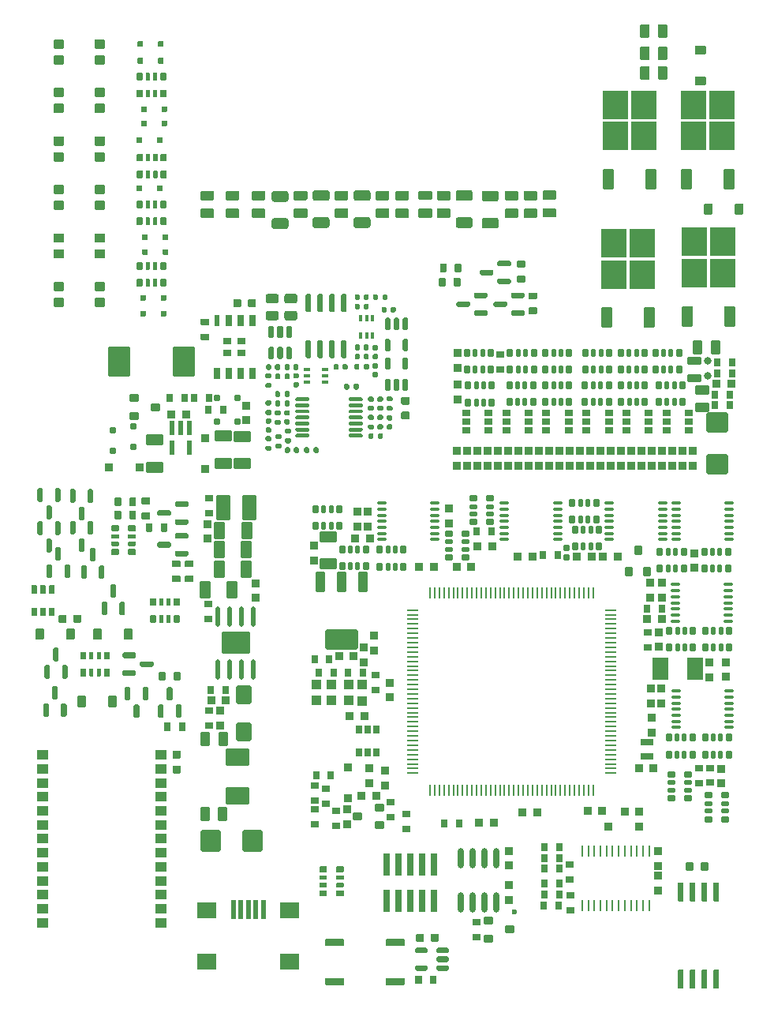
<source format=gtp>
G75*
G70*
%OFA0B0*%
%FSLAX25Y25*%
%IPPOS*%
%LPD*%
%AMOC8*
5,1,8,0,0,1.08239X$1,22.5*
%
%AMM110*
21,1,0.033470,0.026770,-0.000000,0.000000,270.000000*
21,1,0.026770,0.033470,-0.000000,0.000000,270.000000*
1,1,0.006690,-0.013390,-0.013390*
1,1,0.006690,-0.013390,0.013390*
1,1,0.006690,0.013390,0.013390*
1,1,0.006690,0.013390,-0.013390*
%
%AMM132*
21,1,0.070870,0.036220,-0.000000,-0.000000,180.000000*
21,1,0.061810,0.045280,-0.000000,-0.000000,180.000000*
1,1,0.009060,-0.030910,0.018110*
1,1,0.009060,0.030910,0.018110*
1,1,0.009060,0.030910,-0.018110*
1,1,0.009060,-0.030910,-0.018110*
%
%AMM133*
21,1,0.033470,0.026770,-0.000000,-0.000000,0.000000*
21,1,0.026770,0.033470,-0.000000,-0.000000,0.000000*
1,1,0.006690,0.013390,-0.013390*
1,1,0.006690,-0.013390,-0.013390*
1,1,0.006690,-0.013390,0.013390*
1,1,0.006690,0.013390,0.013390*
%
%AMM134*
21,1,0.035430,0.030320,-0.000000,-0.000000,270.000000*
21,1,0.028350,0.037400,-0.000000,-0.000000,270.000000*
1,1,0.007090,-0.015160,-0.014170*
1,1,0.007090,-0.015160,0.014170*
1,1,0.007090,0.015160,0.014170*
1,1,0.007090,0.015160,-0.014170*
%
%AMM136*
21,1,0.035830,0.026770,-0.000000,-0.000000,270.000000*
21,1,0.029130,0.033470,-0.000000,-0.000000,270.000000*
1,1,0.006690,-0.013390,-0.014570*
1,1,0.006690,-0.013390,0.014570*
1,1,0.006690,0.013390,0.014570*
1,1,0.006690,0.013390,-0.014570*
%
%AMM137*
21,1,0.021650,0.052760,-0.000000,-0.000000,180.000000*
21,1,0.017320,0.057090,-0.000000,-0.000000,180.000000*
1,1,0.004330,-0.008660,0.026380*
1,1,0.004330,0.008660,0.026380*
1,1,0.004330,0.008660,-0.026380*
1,1,0.004330,-0.008660,-0.026380*
%
%AMM138*
21,1,0.023620,0.018900,-0.000000,-0.000000,90.000000*
21,1,0.018900,0.023620,-0.000000,-0.000000,90.000000*
1,1,0.004720,0.009450,0.009450*
1,1,0.004720,0.009450,-0.009450*
1,1,0.004720,-0.009450,-0.009450*
1,1,0.004720,-0.009450,0.009450*
%
%AMM139*
21,1,0.094490,0.111020,-0.000000,-0.000000,0.000000*
21,1,0.075590,0.129920,-0.000000,-0.000000,0.000000*
1,1,0.018900,0.037800,-0.055510*
1,1,0.018900,-0.037800,-0.055510*
1,1,0.018900,-0.037800,0.055510*
1,1,0.018900,0.037800,0.055510*
%
%AMM140*
21,1,0.023620,0.018900,-0.000000,-0.000000,0.000000*
21,1,0.018900,0.023620,-0.000000,-0.000000,0.000000*
1,1,0.004720,0.009450,-0.009450*
1,1,0.004720,-0.009450,-0.009450*
1,1,0.004720,-0.009450,0.009450*
1,1,0.004720,0.009450,0.009450*
%
%AMM141*
21,1,0.035830,0.026770,-0.000000,-0.000000,180.000000*
21,1,0.029130,0.033470,-0.000000,-0.000000,180.000000*
1,1,0.006690,-0.014570,0.013390*
1,1,0.006690,0.014570,0.013390*
1,1,0.006690,0.014570,-0.013390*
1,1,0.006690,-0.014570,-0.013390*
%
%AMM142*
21,1,0.033470,0.026770,-0.000000,-0.000000,270.000000*
21,1,0.026770,0.033470,-0.000000,-0.000000,270.000000*
1,1,0.006690,-0.013390,-0.013390*
1,1,0.006690,-0.013390,0.013390*
1,1,0.006690,0.013390,0.013390*
1,1,0.006690,0.013390,-0.013390*
%
%AMM143*
21,1,0.027560,0.030710,-0.000000,-0.000000,180.000000*
21,1,0.022050,0.036220,-0.000000,-0.000000,180.000000*
1,1,0.005510,-0.011020,0.015350*
1,1,0.005510,0.011020,0.015350*
1,1,0.005510,0.011020,-0.015350*
1,1,0.005510,-0.011020,-0.015350*
%
%AMM155*
21,1,0.039370,0.049210,-0.000000,0.000000,180.000000*
21,1,0.031500,0.057090,-0.000000,0.000000,180.000000*
1,1,0.007870,-0.015750,0.024610*
1,1,0.007870,0.015750,0.024610*
1,1,0.007870,0.015750,-0.024610*
1,1,0.007870,-0.015750,-0.024610*
%
%AMM156*
21,1,0.106300,0.050390,-0.000000,0.000000,90.000000*
21,1,0.093700,0.062990,-0.000000,0.000000,90.000000*
1,1,0.012600,0.025200,0.046850*
1,1,0.012600,0.025200,-0.046850*
1,1,0.012600,-0.025200,-0.046850*
1,1,0.012600,-0.025200,0.046850*
%
%AMM157*
21,1,0.074800,0.083460,-0.000000,0.000000,270.000000*
21,1,0.059840,0.098430,-0.000000,0.000000,270.000000*
1,1,0.014960,-0.041730,-0.029920*
1,1,0.014960,-0.041730,0.029920*
1,1,0.014960,0.041730,0.029920*
1,1,0.014960,0.041730,-0.029920*
%
%AMM158*
21,1,0.027560,0.030710,-0.000000,0.000000,270.000000*
21,1,0.022050,0.036220,-0.000000,0.000000,270.000000*
1,1,0.005510,-0.015350,-0.011020*
1,1,0.005510,-0.015350,0.011020*
1,1,0.005510,0.015350,0.011020*
1,1,0.005510,0.015350,-0.011020*
%
%AMM159*
21,1,0.033470,0.026770,-0.000000,0.000000,0.000000*
21,1,0.026770,0.033470,-0.000000,0.000000,0.000000*
1,1,0.006690,0.013390,-0.013390*
1,1,0.006690,-0.013390,-0.013390*
1,1,0.006690,-0.013390,0.013390*
1,1,0.006690,0.013390,0.013390*
%
%AMM160*
21,1,0.078740,0.053540,-0.000000,0.000000,270.000000*
21,1,0.065350,0.066930,-0.000000,0.000000,270.000000*
1,1,0.013390,-0.026770,-0.032680*
1,1,0.013390,-0.026770,0.032680*
1,1,0.013390,0.026770,0.032680*
1,1,0.013390,0.026770,-0.032680*
%
%AMM161*
21,1,0.122050,0.075590,-0.000000,0.000000,0.000000*
21,1,0.103150,0.094490,-0.000000,0.000000,0.000000*
1,1,0.018900,0.051580,-0.037800*
1,1,0.018900,-0.051580,-0.037800*
1,1,0.018900,-0.051580,0.037800*
1,1,0.018900,0.051580,0.037800*
%
%AMM162*
21,1,0.086610,0.073230,-0.000000,0.000000,180.000000*
21,1,0.069290,0.090550,-0.000000,0.000000,180.000000*
1,1,0.017320,-0.034650,0.036610*
1,1,0.017320,0.034650,0.036610*
1,1,0.017320,0.034650,-0.036610*
1,1,0.017320,-0.034650,-0.036610*
%
%AMM163*
21,1,0.070870,0.036220,-0.000000,0.000000,270.000000*
21,1,0.061810,0.045280,-0.000000,0.000000,270.000000*
1,1,0.009060,-0.018110,-0.030910*
1,1,0.009060,-0.018110,0.030910*
1,1,0.009060,0.018110,0.030910*
1,1,0.009060,0.018110,-0.030910*
%
%AMM164*
21,1,0.027560,0.030710,-0.000000,0.000000,180.000000*
21,1,0.022050,0.036220,-0.000000,0.000000,180.000000*
1,1,0.005510,-0.011020,0.015350*
1,1,0.005510,0.011020,0.015350*
1,1,0.005510,0.011020,-0.015350*
1,1,0.005510,-0.011020,-0.015350*
%
%AMM175*
21,1,0.033470,0.026770,-0.000000,0.000000,90.000000*
21,1,0.026770,0.033470,-0.000000,0.000000,90.000000*
1,1,0.006690,0.013390,0.013390*
1,1,0.006690,0.013390,-0.013390*
1,1,0.006690,-0.013390,-0.013390*
1,1,0.006690,-0.013390,0.013390*
%
%AMM181*
21,1,0.027560,0.030710,-0.000000,-0.000000,90.000000*
21,1,0.022050,0.036220,-0.000000,-0.000000,90.000000*
1,1,0.005510,0.015350,0.011020*
1,1,0.005510,0.015350,-0.011020*
1,1,0.005510,-0.015350,-0.011020*
1,1,0.005510,-0.015350,0.011020*
%
%AMM185*
21,1,0.033470,0.026770,0.000000,-0.000000,270.000000*
21,1,0.026770,0.033470,0.000000,-0.000000,270.000000*
1,1,0.006690,-0.013390,-0.013390*
1,1,0.006690,-0.013390,0.013390*
1,1,0.006690,0.013390,0.013390*
1,1,0.006690,0.013390,-0.013390*
%
%AMM186*
21,1,0.027560,0.030710,0.000000,-0.000000,270.000000*
21,1,0.022050,0.036220,0.000000,-0.000000,270.000000*
1,1,0.005510,-0.015350,-0.011020*
1,1,0.005510,-0.015350,0.011020*
1,1,0.005510,0.015350,0.011020*
1,1,0.005510,0.015350,-0.011020*
%
%AMM187*
21,1,0.027560,0.030710,0.000000,-0.000000,180.000000*
21,1,0.022050,0.036220,0.000000,-0.000000,180.000000*
1,1,0.005510,-0.011020,0.015350*
1,1,0.005510,0.011020,0.015350*
1,1,0.005510,0.011020,-0.015350*
1,1,0.005510,-0.011020,-0.015350*
%
%AMM215*
21,1,0.035430,0.050000,-0.000000,-0.000000,90.000000*
21,1,0.028350,0.057090,-0.000000,-0.000000,90.000000*
1,1,0.007090,0.025000,0.014170*
1,1,0.007090,0.025000,-0.014170*
1,1,0.007090,-0.025000,-0.014170*
1,1,0.007090,-0.025000,0.014170*
%
%AMM216*
21,1,0.086610,0.073230,-0.000000,-0.000000,90.000000*
21,1,0.069290,0.090550,-0.000000,-0.000000,90.000000*
1,1,0.017320,0.036610,0.034650*
1,1,0.017320,0.036610,-0.034650*
1,1,0.017320,-0.036610,-0.034650*
1,1,0.017320,-0.036610,0.034650*
%
%AMM217*
21,1,0.027560,0.030710,-0.000000,-0.000000,270.000000*
21,1,0.022050,0.036220,-0.000000,-0.000000,270.000000*
1,1,0.005510,-0.015350,-0.011020*
1,1,0.005510,-0.015350,0.011020*
1,1,0.005510,0.015350,0.011020*
1,1,0.005510,0.015350,-0.011020*
%
%AMM219*
21,1,0.025590,0.026380,-0.000000,-0.000000,180.000000*
21,1,0.020470,0.031500,-0.000000,-0.000000,180.000000*
1,1,0.005120,-0.010240,0.013190*
1,1,0.005120,0.010240,0.013190*
1,1,0.005120,0.010240,-0.013190*
1,1,0.005120,-0.010240,-0.013190*
%
%AMM220*
21,1,0.023620,0.030710,-0.000000,-0.000000,270.000000*
21,1,0.018900,0.035430,-0.000000,-0.000000,270.000000*
1,1,0.004720,-0.015350,-0.009450*
1,1,0.004720,-0.015350,0.009450*
1,1,0.004720,0.015350,0.009450*
1,1,0.004720,0.015350,-0.009450*
%
%AMM221*
21,1,0.033470,0.026770,-0.000000,-0.000000,90.000000*
21,1,0.026770,0.033470,-0.000000,-0.000000,90.000000*
1,1,0.006690,0.013390,0.013390*
1,1,0.006690,0.013390,-0.013390*
1,1,0.006690,-0.013390,-0.013390*
1,1,0.006690,-0.013390,0.013390*
%
%AMM222*
21,1,0.017720,0.027950,-0.000000,-0.000000,180.000000*
21,1,0.014170,0.031500,-0.000000,-0.000000,180.000000*
1,1,0.003540,-0.007090,0.013980*
1,1,0.003540,0.007090,0.013980*
1,1,0.003540,0.007090,-0.013980*
1,1,0.003540,-0.007090,-0.013980*
%
%AMM223*
21,1,0.039370,0.049210,-0.000000,-0.000000,270.000000*
21,1,0.031500,0.057090,-0.000000,-0.000000,270.000000*
1,1,0.007870,-0.024610,-0.015750*
1,1,0.007870,-0.024610,0.015750*
1,1,0.007870,0.024610,0.015750*
1,1,0.007870,0.024610,-0.015750*
%
%AMM224*
21,1,0.039370,0.049210,-0.000000,-0.000000,0.000000*
21,1,0.031500,0.057090,-0.000000,-0.000000,0.000000*
1,1,0.007870,0.015750,-0.024610*
1,1,0.007870,-0.015750,-0.024610*
1,1,0.007870,-0.015750,0.024610*
1,1,0.007870,0.015750,0.024610*
%
%AMM242*
21,1,0.035430,0.030320,-0.000000,0.000000,270.000000*
21,1,0.028350,0.037400,-0.000000,0.000000,270.000000*
1,1,0.007090,-0.015160,-0.014170*
1,1,0.007090,-0.015160,0.014170*
1,1,0.007090,0.015160,0.014170*
1,1,0.007090,0.015160,-0.014170*
%
%AMM283*
21,1,0.035430,0.030320,-0.000000,-0.000000,0.000000*
21,1,0.028350,0.037400,-0.000000,-0.000000,0.000000*
1,1,0.007090,0.014170,-0.015160*
1,1,0.007090,-0.014170,-0.015160*
1,1,0.007090,-0.014170,0.015160*
1,1,0.007090,0.014170,0.015160*
%
%AMM284*
21,1,0.035830,0.026770,-0.000000,-0.000000,90.000000*
21,1,0.029130,0.033470,-0.000000,-0.000000,90.000000*
1,1,0.006690,0.013390,0.014570*
1,1,0.006690,0.013390,-0.014570*
1,1,0.006690,-0.013390,-0.014570*
1,1,0.006690,-0.013390,0.014570*
%
%AMM285*
21,1,0.039370,0.035430,-0.000000,-0.000000,90.000000*
21,1,0.031500,0.043310,-0.000000,-0.000000,90.000000*
1,1,0.007870,0.017720,0.015750*
1,1,0.007870,0.017720,-0.015750*
1,1,0.007870,-0.017720,-0.015750*
1,1,0.007870,-0.017720,0.015750*
%
%AMM286*
21,1,0.035430,0.030320,-0.000000,-0.000000,90.000000*
21,1,0.028350,0.037400,-0.000000,-0.000000,90.000000*
1,1,0.007090,0.015160,0.014170*
1,1,0.007090,0.015160,-0.014170*
1,1,0.007090,-0.015160,-0.014170*
1,1,0.007090,-0.015160,0.014170*
%
%AMM291*
21,1,0.043310,0.075990,-0.000000,-0.000000,180.000000*
21,1,0.034650,0.084650,-0.000000,-0.000000,180.000000*
1,1,0.008660,-0.017320,0.037990*
1,1,0.008660,0.017320,0.037990*
1,1,0.008660,0.017320,-0.037990*
1,1,0.008660,-0.017320,-0.037990*
%
%AMM292*
21,1,0.137800,0.067720,-0.000000,-0.000000,180.000000*
21,1,0.120870,0.084650,-0.000000,-0.000000,180.000000*
1,1,0.016930,-0.060430,0.033860*
1,1,0.016930,0.060430,0.033860*
1,1,0.016930,0.060430,-0.033860*
1,1,0.016930,-0.060430,-0.033860*
%
%AMM294*
21,1,0.023620,0.030710,-0.000000,-0.000000,0.000000*
21,1,0.018900,0.035430,-0.000000,-0.000000,0.000000*
1,1,0.004720,0.009450,-0.015350*
1,1,0.004720,-0.009450,-0.015350*
1,1,0.004720,-0.009450,0.015350*
1,1,0.004720,0.009450,0.015350*
%
%AMM295*
21,1,0.027560,0.030710,-0.000000,-0.000000,0.000000*
21,1,0.022050,0.036220,-0.000000,-0.000000,0.000000*
1,1,0.005510,0.011020,-0.015350*
1,1,0.005510,-0.011020,-0.015350*
1,1,0.005510,-0.011020,0.015350*
1,1,0.005510,0.011020,0.015350*
%
%AMM296*
21,1,0.027560,0.018900,-0.000000,-0.000000,0.000000*
21,1,0.022840,0.023620,-0.000000,-0.000000,0.000000*
1,1,0.004720,0.011420,-0.009450*
1,1,0.004720,-0.011420,-0.009450*
1,1,0.004720,-0.011420,0.009450*
1,1,0.004720,0.011420,0.009450*
%
%AMM297*
21,1,0.043310,0.075980,-0.000000,-0.000000,180.000000*
21,1,0.034650,0.084650,-0.000000,-0.000000,180.000000*
1,1,0.008660,-0.017320,0.037990*
1,1,0.008660,0.017320,0.037990*
1,1,0.008660,0.017320,-0.037990*
1,1,0.008660,-0.017320,-0.037990*
%
%AMM298*
21,1,0.035830,0.026770,-0.000000,-0.000000,0.000000*
21,1,0.029130,0.033470,-0.000000,-0.000000,0.000000*
1,1,0.006690,0.014570,-0.013390*
1,1,0.006690,-0.014570,-0.013390*
1,1,0.006690,-0.014570,0.013390*
1,1,0.006690,0.014570,0.013390*
%
%AMM299*
21,1,0.027560,0.049610,-0.000000,-0.000000,90.000000*
21,1,0.022050,0.055120,-0.000000,-0.000000,90.000000*
1,1,0.005510,0.024800,0.011020*
1,1,0.005510,0.024800,-0.011020*
1,1,0.005510,-0.024800,-0.011020*
1,1,0.005510,-0.024800,0.011020*
%
%AMM300*
21,1,0.017720,0.027950,-0.000000,-0.000000,90.000000*
21,1,0.014170,0.031500,-0.000000,-0.000000,90.000000*
1,1,0.003540,0.013980,0.007090*
1,1,0.003540,0.013980,-0.007090*
1,1,0.003540,-0.013980,-0.007090*
1,1,0.003540,-0.013980,0.007090*
%
%AMM301*
21,1,0.025590,0.026380,-0.000000,-0.000000,90.000000*
21,1,0.020470,0.031500,-0.000000,-0.000000,90.000000*
1,1,0.005120,0.013190,0.010240*
1,1,0.005120,0.013190,-0.010240*
1,1,0.005120,-0.013190,-0.010240*
1,1,0.005120,-0.013190,0.010240*
%
%ADD103R,0.10827X0.12008*%
%ADD105C,0.02362*%
%ADD107R,0.05118X0.03937*%
%ADD112R,0.01969X0.07874*%
%ADD12O,0.05118X0.00866*%
%ADD126O,0.00000X0.00000*%
%ADD166C,0.03150*%
%ADD180R,0.02559X0.01575*%
%ADD183R,0.06693X0.09449*%
%ADD210R,0.07874X0.06693*%
%ADD220R,0.02559X0.05157*%
%ADD226R,0.02913X0.09449*%
%ADD228O,0.03937X0.01968*%
%ADD232O,0.00866X0.05118*%
%ADD246M110*%
%ADD276M132*%
%ADD277M133*%
%ADD278M134*%
%ADD280M136*%
%ADD281M137*%
%ADD282M138*%
%ADD283M139*%
%ADD284M140*%
%ADD285M141*%
%ADD286M142*%
%ADD287M143*%
%ADD299M155*%
%ADD300M156*%
%ADD301M157*%
%ADD302M158*%
%ADD303O,0.01968X0.08661*%
%ADD304M159*%
%ADD305M160*%
%ADD306M161*%
%ADD307M162*%
%ADD308M163*%
%ADD309M164*%
%ADD323O,0.00984X0.04961*%
%ADD324M175*%
%ADD333M181*%
%ADD337M185*%
%ADD338M186*%
%ADD339M187*%
%ADD36O,0.04331X0.01181*%
%ADD367M215*%
%ADD368M216*%
%ADD369M217*%
%ADD371M219*%
%ADD372M220*%
%ADD373M221*%
%ADD374M222*%
%ADD375M223*%
%ADD376M224*%
%ADD39R,0.02362X0.05157*%
%ADD394M242*%
%ADD439M283*%
%ADD440M284*%
%ADD441M285*%
%ADD442M286*%
%ADD447M291*%
%ADD448M292*%
%ADD450M294*%
%ADD451M295*%
%ADD452M296*%
%ADD453M297*%
%ADD454M298*%
%ADD455M299*%
%ADD456M300*%
%ADD457M301*%
%ADD476O,0.02362X0.08661*%
%ADD59R,0.03543X0.03130*%
%ADD76R,0.01575X0.02559*%
X0000000Y0000000D02*
%LPD*%
G01*
G36*
G01*
X0198667Y0328156D02*
X0193746Y0328156D01*
G75*
G02*
X0193352Y0328550I0000000J0000394D01*
G01*
X0193352Y0331699D01*
G75*
G02*
X0193746Y0332093I0000394J0000000D01*
G01*
X0198667Y0332093D01*
G75*
G02*
X0199061Y0331699I0000000J-000394D01*
G01*
X0199061Y0328550D01*
G75*
G02*
X0198667Y0328156I-000394J0000000D01*
G01*
G37*
G36*
G01*
X0198667Y0335636D02*
X0193746Y0335636D01*
G75*
G02*
X0193352Y0336030I0000000J0000394D01*
G01*
X0193352Y0339180D01*
G75*
G02*
X0193746Y0339573I0000394J0000000D01*
G01*
X0198667Y0339573D01*
G75*
G02*
X0199061Y0339180I0000000J-000394D01*
G01*
X0199061Y0336030D01*
G75*
G02*
X0198667Y0335636I-000394J0000000D01*
G01*
G37*
G36*
G01*
X0068937Y0210039D02*
X0072008Y0210039D01*
G75*
G02*
X0072283Y0209764I0000000J-000276D01*
G01*
X0072283Y0207559D01*
G75*
G02*
X0072008Y0207283I-000276J0000000D01*
G01*
X0068937Y0207283D01*
G75*
G02*
X0068661Y0207559I0000000J0000276D01*
G01*
X0068661Y0209764D01*
G75*
G02*
X0068937Y0210039I0000276J0000000D01*
G01*
G37*
G36*
G01*
X0068937Y0203740D02*
X0072008Y0203740D01*
G75*
G02*
X0072283Y0203465I0000000J-000276D01*
G01*
X0072283Y0201260D01*
G75*
G02*
X0072008Y0200984I-000276J0000000D01*
G01*
X0068937Y0200984D01*
G75*
G02*
X0068661Y0201260I0000000J0000276D01*
G01*
X0068661Y0203465D01*
G75*
G02*
X0068937Y0203740I0000276J0000000D01*
G01*
G37*
G36*
G01*
X0066535Y0299469D02*
X0066535Y0302106D01*
G75*
G02*
X0066791Y0302362I0000256J0000000D01*
G01*
X0068839Y0302362D01*
G75*
G02*
X0069094Y0302106I0000000J-000256D01*
G01*
X0069094Y0299469D01*
G75*
G02*
X0068839Y0299213I-000256J0000000D01*
G01*
X0066791Y0299213D01*
G75*
G02*
X0066535Y0299469I0000000J0000256D01*
G01*
G37*
G36*
G01*
X0070374Y0299390D02*
X0070374Y0302185D01*
G75*
G02*
X0070551Y0302362I0000177J0000000D01*
G01*
X0071969Y0302362D01*
G75*
G02*
X0072146Y0302185I0000000J-000177D01*
G01*
X0072146Y0299390D01*
G75*
G02*
X0071969Y0299213I-000177J0000000D01*
G01*
X0070551Y0299213D01*
G75*
G02*
X0070374Y0299390I0000000J0000177D01*
G01*
G37*
G36*
G01*
X0073524Y0299390D02*
X0073524Y0302185D01*
G75*
G02*
X0073701Y0302362I0000177J0000000D01*
G01*
X0075118Y0302362D01*
G75*
G02*
X0075295Y0302185I0000000J-000177D01*
G01*
X0075295Y0299390D01*
G75*
G02*
X0075118Y0299213I-000177J0000000D01*
G01*
X0073701Y0299213D01*
G75*
G02*
X0073524Y0299390I0000000J0000177D01*
G01*
G37*
G36*
G01*
X0076575Y0299469D02*
X0076575Y0302106D01*
G75*
G02*
X0076831Y0302362I0000256J0000000D01*
G01*
X0078878Y0302362D01*
G75*
G02*
X0079134Y0302106I0000000J-000256D01*
G01*
X0079134Y0299469D01*
G75*
G02*
X0078878Y0299213I-000256J0000000D01*
G01*
X0076831Y0299213D01*
G75*
G02*
X0076575Y0299469I0000000J0000256D01*
G01*
G37*
G36*
G01*
X0076575Y0306555D02*
X0076575Y0309193D01*
G75*
G02*
X0076831Y0309449I0000256J0000000D01*
G01*
X0078878Y0309449D01*
G75*
G02*
X0079134Y0309193I0000000J-000256D01*
G01*
X0079134Y0306555D01*
G75*
G02*
X0078878Y0306299I-000256J0000000D01*
G01*
X0076831Y0306299D01*
G75*
G02*
X0076575Y0306555I0000000J0000256D01*
G01*
G37*
G36*
G01*
X0073524Y0306476D02*
X0073524Y0309272D01*
G75*
G02*
X0073701Y0309449I0000177J0000000D01*
G01*
X0075118Y0309449D01*
G75*
G02*
X0075295Y0309272I0000000J-000177D01*
G01*
X0075295Y0306476D01*
G75*
G02*
X0075118Y0306299I-000177J0000000D01*
G01*
X0073701Y0306299D01*
G75*
G02*
X0073524Y0306476I0000000J0000177D01*
G01*
G37*
G36*
G01*
X0070374Y0306476D02*
X0070374Y0309272D01*
G75*
G02*
X0070551Y0309449I0000177J0000000D01*
G01*
X0071969Y0309449D01*
G75*
G02*
X0072146Y0309272I0000000J-000177D01*
G01*
X0072146Y0306476D01*
G75*
G02*
X0071969Y0306299I-000177J0000000D01*
G01*
X0070551Y0306299D01*
G75*
G02*
X0070374Y0306476I0000000J0000177D01*
G01*
G37*
G36*
G01*
X0066535Y0306555D02*
X0066535Y0309193D01*
G75*
G02*
X0066791Y0309449I0000256J0000000D01*
G01*
X0068839Y0309449D01*
G75*
G02*
X0069094Y0309193I0000000J-000256D01*
G01*
X0069094Y0306555D01*
G75*
G02*
X0068839Y0306299I-000256J0000000D01*
G01*
X0066791Y0306299D01*
G75*
G02*
X0066535Y0306555I0000000J0000256D01*
G01*
G37*
G36*
G01*
X0079228Y0354909D02*
X0079228Y0352272D01*
G75*
G02*
X0078972Y0352016I-000256J0000000D01*
G01*
X0076925Y0352016D01*
G75*
G02*
X0076669Y0352272I0000000J0000256D01*
G01*
X0076669Y0354909D01*
G75*
G02*
X0076925Y0355165I0000256J0000000D01*
G01*
X0078972Y0355165D01*
G75*
G02*
X0079228Y0354909I0000000J-000256D01*
G01*
G37*
G36*
G01*
X0075390Y0354988D02*
X0075390Y0352193D01*
G75*
G02*
X0075213Y0352016I-000177J0000000D01*
G01*
X0073795Y0352016D01*
G75*
G02*
X0073618Y0352193I0000000J0000177D01*
G01*
X0073618Y0354988D01*
G75*
G02*
X0073795Y0355165I0000177J0000000D01*
G01*
X0075213Y0355165D01*
G75*
G02*
X0075390Y0354988I0000000J-000177D01*
G01*
G37*
G36*
G01*
X0072240Y0354988D02*
X0072240Y0352193D01*
G75*
G02*
X0072063Y0352016I-000177J0000000D01*
G01*
X0070646Y0352016D01*
G75*
G02*
X0070469Y0352193I0000000J0000177D01*
G01*
X0070469Y0354988D01*
G75*
G02*
X0070646Y0355165I0000177J0000000D01*
G01*
X0072063Y0355165D01*
G75*
G02*
X0072240Y0354988I0000000J-000177D01*
G01*
G37*
G36*
G01*
X0069189Y0354909D02*
X0069189Y0352272D01*
G75*
G02*
X0068933Y0352016I-000256J0000000D01*
G01*
X0066886Y0352016D01*
G75*
G02*
X0066630Y0352272I0000000J0000256D01*
G01*
X0066630Y0354909D01*
G75*
G02*
X0066886Y0355165I0000256J0000000D01*
G01*
X0068933Y0355165D01*
G75*
G02*
X0069189Y0354909I0000000J-000256D01*
G01*
G37*
G36*
G01*
X0069189Y0347823D02*
X0069189Y0345185D01*
G75*
G02*
X0068933Y0344929I-000256J0000000D01*
G01*
X0066886Y0344929D01*
G75*
G02*
X0066630Y0345185I0000000J0000256D01*
G01*
X0066630Y0347823D01*
G75*
G02*
X0066886Y0348079I0000256J0000000D01*
G01*
X0068933Y0348079D01*
G75*
G02*
X0069189Y0347823I0000000J-000256D01*
G01*
G37*
G36*
G01*
X0072240Y0347902D02*
X0072240Y0345106D01*
G75*
G02*
X0072063Y0344929I-000177J0000000D01*
G01*
X0070646Y0344929D01*
G75*
G02*
X0070469Y0345106I0000000J0000177D01*
G01*
X0070469Y0347902D01*
G75*
G02*
X0070646Y0348079I0000177J0000000D01*
G01*
X0072063Y0348079D01*
G75*
G02*
X0072240Y0347902I0000000J-000177D01*
G01*
G37*
G36*
G01*
X0075390Y0347902D02*
X0075390Y0345106D01*
G75*
G02*
X0075213Y0344929I-000177J0000000D01*
G01*
X0073795Y0344929D01*
G75*
G02*
X0073618Y0345106I0000000J0000177D01*
G01*
X0073618Y0347902D01*
G75*
G02*
X0073795Y0348079I0000177J0000000D01*
G01*
X0075213Y0348079D01*
G75*
G02*
X0075390Y0347902I0000000J-000177D01*
G01*
G37*
G36*
G01*
X0079228Y0347823D02*
X0079228Y0345185D01*
G75*
G02*
X0078972Y0344929I-000256J0000000D01*
G01*
X0076925Y0344929D01*
G75*
G02*
X0076669Y0345185I0000000J0000256D01*
G01*
X0076669Y0347823D01*
G75*
G02*
X0076925Y0348079I0000256J0000000D01*
G01*
X0078972Y0348079D01*
G75*
G02*
X0079228Y0347823I0000000J-000256D01*
G01*
G37*
G36*
G01*
X0082126Y0103209D02*
X0084803Y0103209D01*
G75*
G02*
X0085138Y0102874I0000000J-000335D01*
G01*
X0085138Y0100197D01*
G75*
G02*
X0084803Y0099862I-000335J0000000D01*
G01*
X0082126Y0099862D01*
G75*
G02*
X0081791Y0100197I0000000J0000335D01*
G01*
X0081791Y0102874D01*
G75*
G02*
X0082126Y0103209I0000335J0000000D01*
G01*
G37*
G36*
G01*
X0082126Y0096988D02*
X0084803Y0096988D01*
G75*
G02*
X0085138Y0096654I0000000J-000335D01*
G01*
X0085138Y0093976D01*
G75*
G02*
X0084803Y0093642I-000335J0000000D01*
G01*
X0082126Y0093642D01*
G75*
G02*
X0081791Y0093976I0000000J0000335D01*
G01*
X0081791Y0096654D01*
G75*
G02*
X0082126Y0096988I0000335J0000000D01*
G01*
G37*
G36*
G01*
X0190975Y0328240D02*
X0186053Y0328240D01*
G75*
G02*
X0185660Y0328634I0000000J0000394D01*
G01*
X0185660Y0331784D01*
G75*
G02*
X0186053Y0332177I0000394J0000000D01*
G01*
X0190975Y0332177D01*
G75*
G02*
X0191368Y0331784I0000000J-000394D01*
G01*
X0191368Y0328634D01*
G75*
G02*
X0190975Y0328240I-000394J0000000D01*
G01*
G37*
G36*
G01*
X0190975Y0335721D02*
X0186053Y0335721D01*
G75*
G02*
X0185660Y0336114I0000000J0000394D01*
G01*
X0185660Y0339264D01*
G75*
G02*
X0186053Y0339658I0000394J0000000D01*
G01*
X0190975Y0339658D01*
G75*
G02*
X0191368Y0339264I0000000J-000394D01*
G01*
X0191368Y0336114D01*
G75*
G02*
X0190975Y0335721I-000394J0000000D01*
G01*
G37*
G36*
G01*
X0140945Y0336240D02*
X0140945Y0338957D01*
G75*
G02*
X0141850Y0339862I0000906J0000000D01*
G01*
X0147126Y0339862D01*
G75*
G02*
X0148031Y0338957I0000000J-000906D01*
G01*
X0148031Y0336240D01*
G75*
G02*
X0147126Y0335335I-000906J0000000D01*
G01*
X0141850Y0335335D01*
G75*
G02*
X0140945Y0336240I0000000J0000906D01*
G01*
G37*
G36*
G01*
X0140945Y0324823D02*
X0140945Y0327539D01*
G75*
G02*
X0141850Y0328445I0000906J0000000D01*
G01*
X0147126Y0328445D01*
G75*
G02*
X0148031Y0327539I0000000J-000906D01*
G01*
X0148031Y0324823D01*
G75*
G02*
X0147126Y0323917I-000906J0000000D01*
G01*
X0141850Y0323917D01*
G75*
G02*
X0140945Y0324823I0000000J0000906D01*
G01*
G37*
G36*
G01*
X0224705Y0301969D02*
X0224705Y0300787D01*
G75*
G02*
X0224114Y0300197I-000591J0000000D01*
G01*
X0219488Y0300197D01*
G75*
G02*
X0218898Y0300787I0000000J0000591D01*
G01*
X0218898Y0301969D01*
G75*
G02*
X0219488Y0302559I0000591J0000000D01*
G01*
X0224114Y0302559D01*
G75*
G02*
X0224705Y0301969I0000000J-000591D01*
G01*
G37*
G36*
G01*
X0217323Y0305709D02*
X0217323Y0304528D01*
G75*
G02*
X0216732Y0303937I-000591J0000000D01*
G01*
X0212106Y0303937D01*
G75*
G02*
X0211516Y0304528I0000000J0000591D01*
G01*
X0211516Y0305709D01*
G75*
G02*
X0212106Y0306299I0000591J0000000D01*
G01*
X0216732Y0306299D01*
G75*
G02*
X0217323Y0305709I0000000J-000591D01*
G01*
G37*
G36*
G01*
X0224705Y0309449D02*
X0224705Y0308268D01*
G75*
G02*
X0224114Y0307677I-000591J0000000D01*
G01*
X0219488Y0307677D01*
G75*
G02*
X0218898Y0308268I0000000J0000591D01*
G01*
X0218898Y0309449D01*
G75*
G02*
X0219488Y0310039I0000591J0000000D01*
G01*
X0224114Y0310039D01*
G75*
G02*
X0224705Y0309449I0000000J-000591D01*
G01*
G37*
G36*
G01*
X0069140Y0314961D02*
X0071030Y0314961D01*
G75*
G02*
X0071266Y0314724I0000000J-000236D01*
G01*
X0071266Y0312835D01*
G75*
G02*
X0071030Y0312598I-000236J0000000D01*
G01*
X0069140Y0312598D01*
G75*
G02*
X0068904Y0312835I0000000J0000236D01*
G01*
X0068904Y0314724D01*
G75*
G02*
X0069140Y0314961I0000236J0000000D01*
G01*
G37*
G36*
G01*
X0077801Y0314961D02*
X0079691Y0314961D01*
G75*
G02*
X0079927Y0314724I0000000J-000236D01*
G01*
X0079927Y0312835D01*
G75*
G02*
X0079691Y0312598I-000236J0000000D01*
G01*
X0077801Y0312598D01*
G75*
G02*
X0077565Y0312835I0000000J0000236D01*
G01*
X0077565Y0314724D01*
G75*
G02*
X0077801Y0314961I0000236J0000000D01*
G01*
G37*
G36*
G01*
X0052756Y0331496D02*
X0049213Y0331496D01*
G75*
G02*
X0048819Y0331890I0000000J0000394D01*
G01*
X0048819Y0335039D01*
G75*
G02*
X0049213Y0335433I0000394J0000000D01*
G01*
X0052756Y0335433D01*
G75*
G02*
X0053150Y0335039I0000000J-000394D01*
G01*
X0053150Y0331890D01*
G75*
G02*
X0052756Y0331496I-000394J0000000D01*
G01*
G37*
G36*
G01*
X0052756Y0338189D02*
X0049213Y0338189D01*
G75*
G02*
X0048819Y0338583I0000000J0000394D01*
G01*
X0048819Y0341732D01*
G75*
G02*
X0049213Y0342126I0000394J0000000D01*
G01*
X0052756Y0342126D01*
G75*
G02*
X0053150Y0341732I0000000J-000394D01*
G01*
X0053150Y0338583D01*
G75*
G02*
X0052756Y0338189I-000394J0000000D01*
G01*
G37*
G36*
G01*
X0107421Y0290787D02*
X0107421Y0293465D01*
G75*
G02*
X0107756Y0293799I0000335J0000000D01*
G01*
X0110433Y0293799D01*
G75*
G02*
X0110768Y0293465I0000000J-000335D01*
G01*
X0110768Y0290787D01*
G75*
G02*
X0110433Y0290453I-000335J0000000D01*
G01*
X0107756Y0290453D01*
G75*
G02*
X0107421Y0290787I0000000J0000335D01*
G01*
G37*
G36*
G01*
X0113642Y0290787D02*
X0113642Y0293465D01*
G75*
G02*
X0113976Y0293799I0000335J0000000D01*
G01*
X0116654Y0293799D01*
G75*
G02*
X0116988Y0293465I0000000J-000335D01*
G01*
X0116988Y0290787D01*
G75*
G02*
X0116654Y0290453I-000335J0000000D01*
G01*
X0113976Y0290453D01*
G75*
G02*
X0113642Y0290787I0000000J0000335D01*
G01*
G37*
G36*
G01*
X0172165Y0023819D02*
X0179409Y0023819D01*
G75*
G02*
X0179724Y0023504I0000000J-000315D01*
G01*
X0179724Y0020984D01*
G75*
G02*
X0179409Y0020669I-000315J0000000D01*
G01*
X0172165Y0020669D01*
G75*
G02*
X0171850Y0020984I0000000J0000315D01*
G01*
X0171850Y0023504D01*
G75*
G02*
X0172165Y0023819I0000315J0000000D01*
G01*
G37*
G36*
G01*
X0172165Y0007283D02*
X0179409Y0007283D01*
G75*
G02*
X0179724Y0006969I0000000J-000315D01*
G01*
X0179724Y0004449D01*
G75*
G02*
X0179409Y0004134I-000315J0000000D01*
G01*
X0172165Y0004134D01*
G75*
G02*
X0171850Y0004449I0000000J0000315D01*
G01*
X0171850Y0006969D01*
G75*
G02*
X0172165Y0007283I0000315J0000000D01*
G01*
G37*
G36*
G01*
X0067159Y0402805D02*
X0069049Y0402805D01*
G75*
G02*
X0069285Y0402569I0000000J-000236D01*
G01*
X0069285Y0400679D01*
G75*
G02*
X0069049Y0400443I-000236J0000000D01*
G01*
X0067159Y0400443D01*
G75*
G02*
X0066923Y0400679I0000000J0000236D01*
G01*
X0066923Y0402569D01*
G75*
G02*
X0067159Y0402805I0000236J0000000D01*
G01*
G37*
G36*
G01*
X0075821Y0402805D02*
X0077711Y0402805D01*
G75*
G02*
X0077947Y0402569I0000000J-000236D01*
G01*
X0077947Y0400679D01*
G75*
G02*
X0077711Y0400443I-000236J0000000D01*
G01*
X0075821Y0400443D01*
G75*
G02*
X0075585Y0400679I0000000J0000236D01*
G01*
X0075585Y0402569D01*
G75*
G02*
X0075821Y0402805I0000236J0000000D01*
G01*
G37*
G36*
G01*
X0194154Y0025551D02*
X0194154Y0022874D01*
G75*
G02*
X0193819Y0022539I-000335J0000000D01*
G01*
X0191142Y0022539D01*
G75*
G02*
X0190807Y0022874I0000000J0000335D01*
G01*
X0190807Y0025551D01*
G75*
G02*
X0191142Y0025886I0000335J0000000D01*
G01*
X0193819Y0025886D01*
G75*
G02*
X0194154Y0025551I0000000J-000335D01*
G01*
G37*
G36*
G01*
X0187933Y0025551D02*
X0187933Y0022874D01*
G75*
G02*
X0187598Y0022539I-000335J0000000D01*
G01*
X0184921Y0022539D01*
G75*
G02*
X0184587Y0022874I0000000J0000335D01*
G01*
X0184587Y0025551D01*
G75*
G02*
X0184921Y0025886I0000335J0000000D01*
G01*
X0187598Y0025886D01*
G75*
G02*
X0187933Y0025551I0000000J-000335D01*
G01*
G37*
G36*
G01*
X0028937Y0117421D02*
X0027756Y0117421D01*
G75*
G02*
X0027165Y0118012I0000000J0000591D01*
G01*
X0027165Y0122638D01*
G75*
G02*
X0027756Y0123228I0000591J0000000D01*
G01*
X0028937Y0123228D01*
G75*
G02*
X0029528Y0122638I0000000J-000591D01*
G01*
X0029528Y0118012D01*
G75*
G02*
X0028937Y0117421I-000591J0000000D01*
G01*
G37*
G36*
G01*
X0032677Y0124803D02*
X0031496Y0124803D01*
G75*
G02*
X0030906Y0125394I0000000J0000591D01*
G01*
X0030906Y0130020D01*
G75*
G02*
X0031496Y0130610I0000591J0000000D01*
G01*
X0032677Y0130610D01*
G75*
G02*
X0033268Y0130020I0000000J-000591D01*
G01*
X0033268Y0125394D01*
G75*
G02*
X0032677Y0124803I-000591J0000000D01*
G01*
G37*
G36*
G01*
X0036417Y0117421D02*
X0035236Y0117421D01*
G75*
G02*
X0034646Y0118012I0000000J0000591D01*
G01*
X0034646Y0122638D01*
G75*
G02*
X0035236Y0123228I0000591J0000000D01*
G01*
X0036417Y0123228D01*
G75*
G02*
X0037008Y0122638I0000000J-000591D01*
G01*
X0037008Y0118012D01*
G75*
G02*
X0036417Y0117421I-000591J0000000D01*
G01*
G37*
G36*
G01*
X0040354Y0154370D02*
X0040354Y0150354D01*
G75*
G02*
X0040000Y0150000I-000354J0000000D01*
G01*
X0037165Y0150000D01*
G75*
G02*
X0036811Y0150354I0000000J0000354D01*
G01*
X0036811Y0154370D01*
G75*
G02*
X0037165Y0154724I0000354J0000000D01*
G01*
X0040000Y0154724D01*
G75*
G02*
X0040354Y0154370I0000000J-000354D01*
G01*
G37*
G36*
G01*
X0027362Y0154370D02*
X0027362Y0150354D01*
G75*
G02*
X0027008Y0150000I-000354J0000000D01*
G01*
X0024173Y0150000D01*
G75*
G02*
X0023819Y0150354I0000000J0000354D01*
G01*
X0023819Y0154370D01*
G75*
G02*
X0024173Y0154724I0000354J0000000D01*
G01*
X0027008Y0154724D01*
G75*
G02*
X0027362Y0154370I0000000J-000354D01*
G01*
G37*
G36*
G01*
X0052756Y0311024D02*
X0049213Y0311024D01*
G75*
G02*
X0048819Y0311417I0000000J0000394D01*
G01*
X0048819Y0314567D01*
G75*
G02*
X0049213Y0314961I0000394J0000000D01*
G01*
X0052756Y0314961D01*
G75*
G02*
X0053150Y0314567I0000000J-000394D01*
G01*
X0053150Y0311417D01*
G75*
G02*
X0052756Y0311024I-000394J0000000D01*
G01*
G37*
G36*
G01*
X0052756Y0317717D02*
X0049213Y0317717D01*
G75*
G02*
X0048819Y0318110I0000000J0000394D01*
G01*
X0048819Y0321260D01*
G75*
G02*
X0049213Y0321654I0000394J0000000D01*
G01*
X0052756Y0321654D01*
G75*
G02*
X0053150Y0321260I0000000J-000394D01*
G01*
X0053150Y0318110D01*
G75*
G02*
X0052756Y0317717I-000394J0000000D01*
G01*
G37*
G36*
G01*
X0078150Y0111850D02*
X0078150Y0114921D01*
G75*
G02*
X0078425Y0115197I0000276J0000000D01*
G01*
X0080630Y0115197D01*
G75*
G02*
X0080906Y0114921I0000000J-000276D01*
G01*
X0080906Y0111850D01*
G75*
G02*
X0080630Y0111575I-000276J0000000D01*
G01*
X0078425Y0111575D01*
G75*
G02*
X0078150Y0111850I0000000J0000276D01*
G01*
G37*
G36*
G01*
X0084449Y0111850D02*
X0084449Y0114921D01*
G75*
G02*
X0084724Y0115197I0000276J0000000D01*
G01*
X0086929Y0115197D01*
G75*
G02*
X0087205Y0114921I0000000J-000276D01*
G01*
X0087205Y0111850D01*
G75*
G02*
X0086929Y0111575I-000276J0000000D01*
G01*
X0084724Y0111575D01*
G75*
G02*
X0084449Y0111850I0000000J0000276D01*
G01*
G37*
G36*
G01*
X0067165Y0395669D02*
X0069055Y0395669D01*
G75*
G02*
X0069291Y0395433I0000000J-000236D01*
G01*
X0069291Y0393543D01*
G75*
G02*
X0069055Y0393307I-000236J0000000D01*
G01*
X0067165Y0393307D01*
G75*
G02*
X0066929Y0393543I0000000J0000236D01*
G01*
X0066929Y0395433D01*
G75*
G02*
X0067165Y0395669I0000236J0000000D01*
G01*
G37*
G36*
G01*
X0075827Y0395669D02*
X0077717Y0395669D01*
G75*
G02*
X0077953Y0395433I0000000J-000236D01*
G01*
X0077953Y0393543D01*
G75*
G02*
X0077717Y0393307I-000236J0000000D01*
G01*
X0075827Y0393307D01*
G75*
G02*
X0075591Y0393543I0000000J0000236D01*
G01*
X0075591Y0395433D01*
G75*
G02*
X0075827Y0395669I0000236J0000000D01*
G01*
G37*
G36*
G01*
X0203346Y0302583D02*
X0203346Y0299512D01*
G75*
G02*
X0203071Y0299236I-000276J0000000D01*
G01*
X0200866Y0299236D01*
G75*
G02*
X0200591Y0299512I0000000J0000276D01*
G01*
X0200591Y0302583D01*
G75*
G02*
X0200866Y0302858I0000276J0000000D01*
G01*
X0203071Y0302858D01*
G75*
G02*
X0203346Y0302583I0000000J-000276D01*
G01*
G37*
G36*
G01*
X0197047Y0302583D02*
X0197047Y0299512D01*
G75*
G02*
X0196772Y0299236I-000276J0000000D01*
G01*
X0194567Y0299236D01*
G75*
G02*
X0194291Y0299512I0000000J0000276D01*
G01*
X0194291Y0302583D01*
G75*
G02*
X0194567Y0302858I0000276J0000000D01*
G01*
X0196772Y0302858D01*
G75*
G02*
X0197047Y0302583I0000000J-000276D01*
G01*
G37*
G36*
G01*
X0052756Y0372441D02*
X0049213Y0372441D01*
G75*
G02*
X0048819Y0372835I0000000J0000394D01*
G01*
X0048819Y0375984D01*
G75*
G02*
X0049213Y0376378I0000394J0000000D01*
G01*
X0052756Y0376378D01*
G75*
G02*
X0053150Y0375984I0000000J-000394D01*
G01*
X0053150Y0372835D01*
G75*
G02*
X0052756Y0372441I-000394J0000000D01*
G01*
G37*
G36*
G01*
X0052756Y0379134D02*
X0049213Y0379134D01*
G75*
G02*
X0048819Y0379528I0000000J0000394D01*
G01*
X0048819Y0382677D01*
G75*
G02*
X0049213Y0383071I0000394J0000000D01*
G01*
X0052756Y0383071D01*
G75*
G02*
X0053150Y0382677I0000000J-000394D01*
G01*
X0053150Y0379528D01*
G75*
G02*
X0052756Y0379134I-000394J0000000D01*
G01*
G37*
G36*
G01*
X0098917Y0328150D02*
X0093996Y0328150D01*
G75*
G02*
X0093602Y0328543I0000000J0000394D01*
G01*
X0093602Y0331693D01*
G75*
G02*
X0093996Y0332087I0000394J0000000D01*
G01*
X0098917Y0332087D01*
G75*
G02*
X0099311Y0331693I0000000J-000394D01*
G01*
X0099311Y0328543D01*
G75*
G02*
X0098917Y0328150I-000394J0000000D01*
G01*
G37*
G36*
G01*
X0098917Y0335630D02*
X0093996Y0335630D01*
G75*
G02*
X0093602Y0336024I0000000J0000394D01*
G01*
X0093602Y0339173D01*
G75*
G02*
X0093996Y0339567I0000394J0000000D01*
G01*
X0098917Y0339567D01*
G75*
G02*
X0099311Y0339173I0000000J-000394D01*
G01*
X0099311Y0336024D01*
G75*
G02*
X0098917Y0335630I-000394J0000000D01*
G01*
G37*
G36*
G01*
X0290748Y0409547D02*
X0290748Y0404626D01*
G75*
G02*
X0290354Y0404232I-000394J0000000D01*
G01*
X0287205Y0404232D01*
G75*
G02*
X0286811Y0404626I0000000J0000394D01*
G01*
X0286811Y0409547D01*
G75*
G02*
X0287205Y0409941I0000394J0000000D01*
G01*
X0290354Y0409941D01*
G75*
G02*
X0290748Y0409547I0000000J-000394D01*
G01*
G37*
G36*
G01*
X0283268Y0409547D02*
X0283268Y0404626D01*
G75*
G02*
X0282874Y0404232I-000394J0000000D01*
G01*
X0279724Y0404232D01*
G75*
G02*
X0279331Y0404626I0000000J0000394D01*
G01*
X0279331Y0409547D01*
G75*
G02*
X0279724Y0409941I0000394J0000000D01*
G01*
X0282874Y0409941D01*
G75*
G02*
X0283268Y0409547I0000000J-000394D01*
G01*
G37*
D112*
X0107480Y0036122D03*
X0110630Y0036122D03*
X0113780Y0036122D03*
X0116929Y0036122D03*
X0120079Y0036122D03*
D210*
X0096260Y0035728D03*
X0131299Y0035728D03*
X0096260Y0014272D03*
X0131299Y0014272D03*
D103*
X0313878Y0375886D03*
X0313878Y0362697D03*
X0301870Y0362697D03*
X0301870Y0375886D03*
G36*
G01*
X0300787Y0340157D02*
X0297008Y0340157D01*
G75*
G02*
X0296535Y0340630I0000000J0000472D01*
G01*
X0296535Y0348346D01*
G75*
G02*
X0297008Y0348819I0000472J0000000D01*
G01*
X0300787Y0348819D01*
G75*
G02*
X0301260Y0348346I0000000J-000472D01*
G01*
X0301260Y0340630D01*
G75*
G02*
X0300787Y0340157I-000472J0000000D01*
G01*
G37*
G36*
G01*
X0318740Y0340157D02*
X0314961Y0340157D01*
G75*
G02*
X0314488Y0340630I0000000J0000472D01*
G01*
X0314488Y0348346D01*
G75*
G02*
X0314961Y0348819I0000472J0000000D01*
G01*
X0318740Y0348819D01*
G75*
G02*
X0319213Y0348346I0000000J-000472D01*
G01*
X0319213Y0340630D01*
G75*
G02*
X0318740Y0340157I-000472J0000000D01*
G01*
G37*
G36*
G01*
X0032677Y0200098D02*
X0033858Y0200098D01*
G75*
G02*
X0034449Y0199508I0000000J-000591D01*
G01*
X0034449Y0194882D01*
G75*
G02*
X0033858Y0194291I-000591J0000000D01*
G01*
X0032677Y0194291D01*
G75*
G02*
X0032087Y0194882I0000000J0000591D01*
G01*
X0032087Y0199508D01*
G75*
G02*
X0032677Y0200098I0000591J0000000D01*
G01*
G37*
G36*
G01*
X0028937Y0192717D02*
X0030118Y0192717D01*
G75*
G02*
X0030709Y0192126I0000000J-000591D01*
G01*
X0030709Y0187500D01*
G75*
G02*
X0030118Y0186909I-000591J0000000D01*
G01*
X0028937Y0186909D01*
G75*
G02*
X0028346Y0187500I0000000J0000591D01*
G01*
X0028346Y0192126D01*
G75*
G02*
X0028937Y0192717I0000591J0000000D01*
G01*
G37*
G36*
G01*
X0025197Y0200098D02*
X0026378Y0200098D01*
G75*
G02*
X0026969Y0199508I0000000J-000591D01*
G01*
X0026969Y0194882D01*
G75*
G02*
X0026378Y0194291I-000591J0000000D01*
G01*
X0025197Y0194291D01*
G75*
G02*
X0024606Y0194882I0000000J0000591D01*
G01*
X0024606Y0199508D01*
G75*
G02*
X0025197Y0200098I0000591J0000000D01*
G01*
G37*
G36*
G01*
X0029331Y0133563D02*
X0028150Y0133563D01*
G75*
G02*
X0027559Y0134154I0000000J0000591D01*
G01*
X0027559Y0138780D01*
G75*
G02*
X0028150Y0139370I0000591J0000000D01*
G01*
X0029331Y0139370D01*
G75*
G02*
X0029921Y0138780I0000000J-000591D01*
G01*
X0029921Y0134154D01*
G75*
G02*
X0029331Y0133563I-000591J0000000D01*
G01*
G37*
G36*
G01*
X0033071Y0140945D02*
X0031890Y0140945D01*
G75*
G02*
X0031299Y0141535I0000000J0000591D01*
G01*
X0031299Y0146161D01*
G75*
G02*
X0031890Y0146752I0000591J0000000D01*
G01*
X0033071Y0146752D01*
G75*
G02*
X0033661Y0146161I0000000J-000591D01*
G01*
X0033661Y0141535D01*
G75*
G02*
X0033071Y0140945I-000591J0000000D01*
G01*
G37*
G36*
G01*
X0036811Y0133563D02*
X0035630Y0133563D01*
G75*
G02*
X0035039Y0134154I0000000J0000591D01*
G01*
X0035039Y0138780D01*
G75*
G02*
X0035630Y0139370I0000591J0000000D01*
G01*
X0036811Y0139370D01*
G75*
G02*
X0037402Y0138780I0000000J-000591D01*
G01*
X0037402Y0134154D01*
G75*
G02*
X0036811Y0133563I-000591J0000000D01*
G01*
G37*
G36*
G01*
X0235465Y0287598D02*
X0232394Y0287598D01*
G75*
G02*
X0232118Y0287874I0000000J0000276D01*
G01*
X0232118Y0290079D01*
G75*
G02*
X0232394Y0290354I0000276J0000000D01*
G01*
X0235465Y0290354D01*
G75*
G02*
X0235740Y0290079I0000000J-000276D01*
G01*
X0235740Y0287874D01*
G75*
G02*
X0235465Y0287598I-000276J0000000D01*
G01*
G37*
G36*
G01*
X0235465Y0293898D02*
X0232394Y0293898D01*
G75*
G02*
X0232118Y0294173I0000000J0000276D01*
G01*
X0232118Y0296378D01*
G75*
G02*
X0232394Y0296654I0000276J0000000D01*
G01*
X0235465Y0296654D01*
G75*
G02*
X0235740Y0296378I0000000J-000276D01*
G01*
X0235740Y0294173D01*
G75*
G02*
X0235465Y0293898I-000276J0000000D01*
G01*
G37*
G36*
G01*
X0081732Y0183465D02*
X0084803Y0183465D01*
G75*
G02*
X0085079Y0183189I0000000J-000276D01*
G01*
X0085079Y0180984D01*
G75*
G02*
X0084803Y0180709I-000276J0000000D01*
G01*
X0081732Y0180709D01*
G75*
G02*
X0081457Y0180984I0000000J0000276D01*
G01*
X0081457Y0183189D01*
G75*
G02*
X0081732Y0183465I0000276J0000000D01*
G01*
G37*
G36*
G01*
X0081732Y0177165D02*
X0084803Y0177165D01*
G75*
G02*
X0085079Y0176890I0000000J-000276D01*
G01*
X0085079Y0174685D01*
G75*
G02*
X0084803Y0174409I-000276J0000000D01*
G01*
X0081732Y0174409D01*
G75*
G02*
X0081457Y0174685I0000000J0000276D01*
G01*
X0081457Y0176890D01*
G75*
G02*
X0081732Y0177165I0000276J0000000D01*
G01*
G37*
G36*
G01*
X0031890Y0172795D02*
X0031890Y0169724D01*
G75*
G02*
X0031654Y0169488I-000236J0000000D01*
G01*
X0029764Y0169488D01*
G75*
G02*
X0029528Y0169724I0000000J0000236D01*
G01*
X0029528Y0172795D01*
G75*
G02*
X0029764Y0173031I0000236J0000000D01*
G01*
X0031654Y0173031D01*
G75*
G02*
X0031890Y0172795I0000000J-000236D01*
G01*
G37*
G36*
G01*
X0028150Y0172795D02*
X0028150Y0169724D01*
G75*
G02*
X0027913Y0169488I-000236J0000000D01*
G01*
X0026024Y0169488D01*
G75*
G02*
X0025787Y0169724I0000000J0000236D01*
G01*
X0025787Y0172795D01*
G75*
G02*
X0026024Y0173031I0000236J0000000D01*
G01*
X0027913Y0173031D01*
G75*
G02*
X0028150Y0172795I0000000J-000236D01*
G01*
G37*
G36*
G01*
X0024409Y0172795D02*
X0024409Y0169724D01*
G75*
G02*
X0024173Y0169488I-000236J0000000D01*
G01*
X0022283Y0169488D01*
G75*
G02*
X0022047Y0169724I0000000J0000236D01*
G01*
X0022047Y0172795D01*
G75*
G02*
X0022283Y0173031I0000236J0000000D01*
G01*
X0024173Y0173031D01*
G75*
G02*
X0024409Y0172795I0000000J-000236D01*
G01*
G37*
G36*
G01*
X0024409Y0163346D02*
X0024409Y0160276D01*
G75*
G02*
X0024173Y0160039I-000236J0000000D01*
G01*
X0022283Y0160039D01*
G75*
G02*
X0022047Y0160276I0000000J0000236D01*
G01*
X0022047Y0163346D01*
G75*
G02*
X0022283Y0163583I0000236J0000000D01*
G01*
X0024173Y0163583D01*
G75*
G02*
X0024409Y0163346I0000000J-000236D01*
G01*
G37*
G36*
G01*
X0028150Y0163346D02*
X0028150Y0160276D01*
G75*
G02*
X0027913Y0160039I-000236J0000000D01*
G01*
X0026024Y0160039D01*
G75*
G02*
X0025787Y0160276I0000000J0000236D01*
G01*
X0025787Y0163346D01*
G75*
G02*
X0026024Y0163583I0000236J0000000D01*
G01*
X0027913Y0163583D01*
G75*
G02*
X0028150Y0163346I0000000J-000236D01*
G01*
G37*
G36*
G01*
X0031890Y0163346D02*
X0031890Y0160276D01*
G75*
G02*
X0031654Y0160039I-000236J0000000D01*
G01*
X0029764Y0160039D01*
G75*
G02*
X0029528Y0160276I0000000J0000236D01*
G01*
X0029528Y0163346D01*
G75*
G02*
X0029764Y0163583I0000236J0000000D01*
G01*
X0031654Y0163583D01*
G75*
G02*
X0031890Y0163346I0000000J-000236D01*
G01*
G37*
G36*
G01*
X0198425Y0012008D02*
X0198425Y0010827D01*
G75*
G02*
X0197835Y0010236I-000591J0000000D01*
G01*
X0193799Y0010236D01*
G75*
G02*
X0193209Y0010827I0000000J0000591D01*
G01*
X0193209Y0012008D01*
G75*
G02*
X0193799Y0012598I0000591J0000000D01*
G01*
X0197835Y0012598D01*
G75*
G02*
X0198425Y0012008I0000000J-000591D01*
G01*
G37*
G36*
G01*
X0198425Y0015748D02*
X0198425Y0014567D01*
G75*
G02*
X0197835Y0013976I-000591J0000000D01*
G01*
X0193799Y0013976D01*
G75*
G02*
X0193209Y0014567I0000000J0000591D01*
G01*
X0193209Y0015748D01*
G75*
G02*
X0193799Y0016339I0000591J0000000D01*
G01*
X0197835Y0016339D01*
G75*
G02*
X0198425Y0015748I0000000J-000591D01*
G01*
G37*
G36*
G01*
X0198425Y0019488D02*
X0198425Y0018307D01*
G75*
G02*
X0197835Y0017717I-000591J0000000D01*
G01*
X0193799Y0017717D01*
G75*
G02*
X0193209Y0018307I0000000J0000591D01*
G01*
X0193209Y0019488D01*
G75*
G02*
X0193799Y0020079I0000591J0000000D01*
G01*
X0197835Y0020079D01*
G75*
G02*
X0198425Y0019488I0000000J-000591D01*
G01*
G37*
G36*
G01*
X0189469Y0019488D02*
X0189469Y0018307D01*
G75*
G02*
X0188878Y0017717I-000591J0000000D01*
G01*
X0184843Y0017717D01*
G75*
G02*
X0184252Y0018307I0000000J0000591D01*
G01*
X0184252Y0019488D01*
G75*
G02*
X0184843Y0020079I0000591J0000000D01*
G01*
X0188878Y0020079D01*
G75*
G02*
X0189469Y0019488I0000000J-000591D01*
G01*
G37*
G36*
G01*
X0189469Y0012008D02*
X0189469Y0010827D01*
G75*
G02*
X0188878Y0010236I-000591J0000000D01*
G01*
X0184843Y0010236D01*
G75*
G02*
X0184252Y0010827I0000000J0000591D01*
G01*
X0184252Y0012008D01*
G75*
G02*
X0184843Y0012598I0000591J0000000D01*
G01*
X0188878Y0012598D01*
G75*
G02*
X0189469Y0012008I0000000J-000591D01*
G01*
G37*
G36*
G01*
X0044882Y0175689D02*
X0043701Y0175689D01*
G75*
G02*
X0043110Y0176280I0000000J0000591D01*
G01*
X0043110Y0180906D01*
G75*
G02*
X0043701Y0181496I0000591J0000000D01*
G01*
X0044882Y0181496D01*
G75*
G02*
X0045472Y0180906I0000000J-000591D01*
G01*
X0045472Y0176280D01*
G75*
G02*
X0044882Y0175689I-000591J0000000D01*
G01*
G37*
G36*
G01*
X0048622Y0183071D02*
X0047441Y0183071D01*
G75*
G02*
X0046850Y0183661I0000000J0000591D01*
G01*
X0046850Y0188287D01*
G75*
G02*
X0047441Y0188878I0000591J0000000D01*
G01*
X0048622Y0188878D01*
G75*
G02*
X0049213Y0188287I0000000J-000591D01*
G01*
X0049213Y0183661D01*
G75*
G02*
X0048622Y0183071I-000591J0000000D01*
G01*
G37*
G36*
G01*
X0052362Y0175689D02*
X0051181Y0175689D01*
G75*
G02*
X0050591Y0176280I0000000J0000591D01*
G01*
X0050591Y0180906D01*
G75*
G02*
X0051181Y0181496I0000591J0000000D01*
G01*
X0052362Y0181496D01*
G75*
G02*
X0052953Y0180906I0000000J-000591D01*
G01*
X0052953Y0176280D01*
G75*
G02*
X0052362Y0175689I-000591J0000000D01*
G01*
G37*
G36*
G01*
X0155610Y0328150D02*
X0150689Y0328150D01*
G75*
G02*
X0150295Y0328543I0000000J0000394D01*
G01*
X0150295Y0331693D01*
G75*
G02*
X0150689Y0332087I0000394J0000000D01*
G01*
X0155610Y0332087D01*
G75*
G02*
X0156004Y0331693I0000000J-000394D01*
G01*
X0156004Y0328543D01*
G75*
G02*
X0155610Y0328150I-000394J0000000D01*
G01*
G37*
G36*
G01*
X0155610Y0335630D02*
X0150689Y0335630D01*
G75*
G02*
X0150295Y0336024I0000000J0000394D01*
G01*
X0150295Y0339173D01*
G75*
G02*
X0150689Y0339567I0000394J0000000D01*
G01*
X0155610Y0339567D01*
G75*
G02*
X0156004Y0339173I0000000J-000394D01*
G01*
X0156004Y0336024D01*
G75*
G02*
X0155610Y0335630I-000394J0000000D01*
G01*
G37*
G36*
G01*
X0203740Y0308583D02*
X0203740Y0305512D01*
G75*
G02*
X0203465Y0305236I-000276J0000000D01*
G01*
X0201260Y0305236D01*
G75*
G02*
X0200984Y0305512I0000000J0000276D01*
G01*
X0200984Y0308583D01*
G75*
G02*
X0201260Y0308858I0000276J0000000D01*
G01*
X0203465Y0308858D01*
G75*
G02*
X0203740Y0308583I0000000J-000276D01*
G01*
G37*
G36*
G01*
X0197441Y0308583D02*
X0197441Y0305512D01*
G75*
G02*
X0197165Y0305236I-000276J0000000D01*
G01*
X0194961Y0305236D01*
G75*
G02*
X0194685Y0305512I0000000J0000276D01*
G01*
X0194685Y0308583D01*
G75*
G02*
X0194961Y0308858I0000276J0000000D01*
G01*
X0197165Y0308858D01*
G75*
G02*
X0197441Y0308583I0000000J-000276D01*
G01*
G37*
G36*
G01*
X0077370Y0117020D02*
X0076189Y0117020D01*
G75*
G02*
X0075598Y0117610I0000000J0000591D01*
G01*
X0075598Y0122236D01*
G75*
G02*
X0076189Y0122827I0000591J0000000D01*
G01*
X0077370Y0122827D01*
G75*
G02*
X0077961Y0122236I0000000J-000591D01*
G01*
X0077961Y0117610D01*
G75*
G02*
X0077370Y0117020I-000591J0000000D01*
G01*
G37*
G36*
G01*
X0081110Y0124402D02*
X0079929Y0124402D01*
G75*
G02*
X0079339Y0124992I0000000J0000591D01*
G01*
X0079339Y0129618D01*
G75*
G02*
X0079929Y0130209I0000591J0000000D01*
G01*
X0081110Y0130209D01*
G75*
G02*
X0081701Y0129618I0000000J-000591D01*
G01*
X0081701Y0124992D01*
G75*
G02*
X0081110Y0124402I-000591J0000000D01*
G01*
G37*
G36*
G01*
X0084850Y0117020D02*
X0083669Y0117020D01*
G75*
G02*
X0083079Y0117610I0000000J0000591D01*
G01*
X0083079Y0122236D01*
G75*
G02*
X0083669Y0122827I0000591J0000000D01*
G01*
X0084850Y0122827D01*
G75*
G02*
X0085441Y0122236I0000000J-000591D01*
G01*
X0085441Y0117610D01*
G75*
G02*
X0084850Y0117020I-000591J0000000D01*
G01*
G37*
G36*
G01*
X0146575Y0023819D02*
X0153819Y0023819D01*
G75*
G02*
X0154134Y0023504I0000000J-000315D01*
G01*
X0154134Y0020984D01*
G75*
G02*
X0153819Y0020669I-000315J0000000D01*
G01*
X0146575Y0020669D01*
G75*
G02*
X0146260Y0020984I0000000J0000315D01*
G01*
X0146260Y0023504D01*
G75*
G02*
X0146575Y0023819I0000315J0000000D01*
G01*
G37*
G36*
G01*
X0146575Y0007283D02*
X0153819Y0007283D01*
G75*
G02*
X0154134Y0006969I0000000J-000315D01*
G01*
X0154134Y0004449D01*
G75*
G02*
X0153819Y0004134I-000315J0000000D01*
G01*
X0146575Y0004134D01*
G75*
G02*
X0146260Y0004449I0000000J0000315D01*
G01*
X0146260Y0006969D01*
G75*
G02*
X0146575Y0007283I0000315J0000000D01*
G01*
G37*
G36*
G01*
X0069669Y0130209D02*
X0070850Y0130209D01*
G75*
G02*
X0071441Y0129618I0000000J-000591D01*
G01*
X0071441Y0124992D01*
G75*
G02*
X0070850Y0124402I-000591J0000000D01*
G01*
X0069669Y0124402D01*
G75*
G02*
X0069079Y0124992I0000000J0000591D01*
G01*
X0069079Y0129618D01*
G75*
G02*
X0069669Y0130209I0000591J0000000D01*
G01*
G37*
G36*
G01*
X0065929Y0122827D02*
X0067110Y0122827D01*
G75*
G02*
X0067701Y0122236I0000000J-000591D01*
G01*
X0067701Y0117610D01*
G75*
G02*
X0067110Y0117020I-000591J0000000D01*
G01*
X0065929Y0117020D01*
G75*
G02*
X0065339Y0117610I0000000J0000591D01*
G01*
X0065339Y0122236D01*
G75*
G02*
X0065929Y0122827I0000591J0000000D01*
G01*
G37*
G36*
G01*
X0062189Y0130209D02*
X0063370Y0130209D01*
G75*
G02*
X0063961Y0129618I0000000J-000591D01*
G01*
X0063961Y0124992D01*
G75*
G02*
X0063370Y0124402I-000591J0000000D01*
G01*
X0062189Y0124402D01*
G75*
G02*
X0061598Y0124992I0000000J0000591D01*
G01*
X0061598Y0129618D01*
G75*
G02*
X0062189Y0130209I0000591J0000000D01*
G01*
G37*
G36*
G01*
X0306299Y0329882D02*
X0306299Y0333898D01*
G75*
G02*
X0306654Y0334252I0000354J0000000D01*
G01*
X0309488Y0334252D01*
G75*
G02*
X0309843Y0333898I0000000J-000354D01*
G01*
X0309843Y0329882D01*
G75*
G02*
X0309488Y0329528I-000354J0000000D01*
G01*
X0306654Y0329528D01*
G75*
G02*
X0306299Y0329882I0000000J0000354D01*
G01*
G37*
G36*
G01*
X0319291Y0329882D02*
X0319291Y0333898D01*
G75*
G02*
X0319646Y0334252I0000354J0000000D01*
G01*
X0322480Y0334252D01*
G75*
G02*
X0322835Y0333898I0000000J-000354D01*
G01*
X0322835Y0329882D01*
G75*
G02*
X0322480Y0329528I-000354J0000000D01*
G01*
X0319646Y0329528D01*
G75*
G02*
X0319291Y0329882I0000000J0000354D01*
G01*
G37*
G36*
G01*
X0181201Y0328150D02*
X0176280Y0328150D01*
G75*
G02*
X0175886Y0328543I0000000J0000394D01*
G01*
X0175886Y0331693D01*
G75*
G02*
X0176280Y0332087I0000394J0000000D01*
G01*
X0181201Y0332087D01*
G75*
G02*
X0181594Y0331693I0000000J-000394D01*
G01*
X0181594Y0328543D01*
G75*
G02*
X0181201Y0328150I-000394J0000000D01*
G01*
G37*
G36*
G01*
X0181201Y0335630D02*
X0176280Y0335630D01*
G75*
G02*
X0175886Y0336024I0000000J0000394D01*
G01*
X0175886Y0339173D01*
G75*
G02*
X0176280Y0339567I0000394J0000000D01*
G01*
X0181201Y0339567D01*
G75*
G02*
X0181594Y0339173I0000000J-000394D01*
G01*
X0181594Y0336024D01*
G75*
G02*
X0181201Y0335630I-000394J0000000D01*
G01*
G37*
D126*
X0226942Y0045128D03*
G36*
G01*
X0035433Y0311024D02*
X0031890Y0311024D01*
G75*
G02*
X0031496Y0311417I0000000J0000394D01*
G01*
X0031496Y0314567D01*
G75*
G02*
X0031890Y0314961I0000394J0000000D01*
G01*
X0035433Y0314961D01*
G75*
G02*
X0035827Y0314567I0000000J-000394D01*
G01*
X0035827Y0311417D01*
G75*
G02*
X0035433Y0311024I-000394J0000000D01*
G01*
G37*
G36*
G01*
X0035433Y0317717D02*
X0031890Y0317717D01*
G75*
G02*
X0031496Y0318110I0000000J0000394D01*
G01*
X0031496Y0321260D01*
G75*
G02*
X0031890Y0321654I0000394J0000000D01*
G01*
X0035433Y0321654D01*
G75*
G02*
X0035827Y0321260I0000000J-000394D01*
G01*
X0035827Y0318110D01*
G75*
G02*
X0035433Y0317717I-000394J0000000D01*
G01*
G37*
G36*
G01*
X0077323Y0359866D02*
X0075433Y0359866D01*
G75*
G02*
X0075197Y0360102I0000000J0000236D01*
G01*
X0075197Y0361992D01*
G75*
G02*
X0075433Y0362228I0000236J0000000D01*
G01*
X0077323Y0362228D01*
G75*
G02*
X0077559Y0361992I0000000J-000236D01*
G01*
X0077559Y0360102D01*
G75*
G02*
X0077323Y0359866I-000236J0000000D01*
G01*
G37*
G36*
G01*
X0068661Y0359866D02*
X0066772Y0359866D01*
G75*
G02*
X0066535Y0360102I0000000J0000236D01*
G01*
X0066535Y0361992D01*
G75*
G02*
X0066772Y0362228I0000236J0000000D01*
G01*
X0068661Y0362228D01*
G75*
G02*
X0068898Y0361992I0000000J-000236D01*
G01*
X0068898Y0360102D01*
G75*
G02*
X0068661Y0359866I-000236J0000000D01*
G01*
G37*
G36*
G01*
X0035433Y0392913D02*
X0031890Y0392913D01*
G75*
G02*
X0031496Y0393307I0000000J0000394D01*
G01*
X0031496Y0396457D01*
G75*
G02*
X0031890Y0396850I0000394J0000000D01*
G01*
X0035433Y0396850D01*
G75*
G02*
X0035827Y0396457I0000000J-000394D01*
G01*
X0035827Y0393307D01*
G75*
G02*
X0035433Y0392913I-000394J0000000D01*
G01*
G37*
G36*
G01*
X0035433Y0399606D02*
X0031890Y0399606D01*
G75*
G02*
X0031496Y0400000I0000000J0000394D01*
G01*
X0031496Y0403150D01*
G75*
G02*
X0031890Y0403543I0000394J0000000D01*
G01*
X0035433Y0403543D01*
G75*
G02*
X0035827Y0403150I0000000J-000394D01*
G01*
X0035827Y0400000D01*
G75*
G02*
X0035433Y0399606I-000394J0000000D01*
G01*
G37*
X0054689Y0238338D03*
X0055024Y0260002D03*
G36*
G01*
X0089433Y0277413D02*
X0089433Y0277413D01*
X0089433Y0277413D01*
X0089433Y0277413D01*
X0089433Y0277413D01*
G37*
X0091402Y0265602D03*
G36*
G01*
X0214862Y0288583D02*
X0214862Y0287402D01*
G75*
G02*
X0214272Y0286811I-000591J0000000D01*
G01*
X0209646Y0286811D01*
G75*
G02*
X0209055Y0287402I0000000J0000591D01*
G01*
X0209055Y0288583D01*
G75*
G02*
X0209646Y0289173I0000591J0000000D01*
G01*
X0214272Y0289173D01*
G75*
G02*
X0214862Y0288583I0000000J-000591D01*
G01*
G37*
G36*
G01*
X0207480Y0292323D02*
X0207480Y0291142D01*
G75*
G02*
X0206890Y0290551I-000591J0000000D01*
G01*
X0202264Y0290551D01*
G75*
G02*
X0201673Y0291142I0000000J0000591D01*
G01*
X0201673Y0292323D01*
G75*
G02*
X0202264Y0292913I0000591J0000000D01*
G01*
X0206890Y0292913D01*
G75*
G02*
X0207480Y0292323I0000000J-000591D01*
G01*
G37*
G36*
G01*
X0214862Y0296063D02*
X0214862Y0294882D01*
G75*
G02*
X0214272Y0294291I-000591J0000000D01*
G01*
X0209646Y0294291D01*
G75*
G02*
X0209055Y0294882I0000000J0000591D01*
G01*
X0209055Y0296063D01*
G75*
G02*
X0209646Y0296654I0000591J0000000D01*
G01*
X0214272Y0296654D01*
G75*
G02*
X0214862Y0296063I0000000J-000591D01*
G01*
G37*
G36*
G01*
X0041535Y0122008D02*
X0041535Y0126024D01*
G75*
G02*
X0041890Y0126378I0000354J0000000D01*
G01*
X0044724Y0126378D01*
G75*
G02*
X0045079Y0126024I0000000J-000354D01*
G01*
X0045079Y0122008D01*
G75*
G02*
X0044724Y0121654I-000354J0000000D01*
G01*
X0041890Y0121654D01*
G75*
G02*
X0041535Y0122008I0000000J0000354D01*
G01*
G37*
G36*
G01*
X0054528Y0122008D02*
X0054528Y0126024D01*
G75*
G02*
X0054882Y0126378I0000354J0000000D01*
G01*
X0057717Y0126378D01*
G75*
G02*
X0058071Y0126024I0000000J-000354D01*
G01*
X0058071Y0122008D01*
G75*
G02*
X0057717Y0121654I-000354J0000000D01*
G01*
X0054882Y0121654D01*
G75*
G02*
X0054528Y0122008I0000000J0000354D01*
G01*
G37*
G36*
G01*
X0043169Y0160197D02*
X0043169Y0157520D01*
G75*
G02*
X0042835Y0157185I-000335J0000000D01*
G01*
X0040157Y0157185D01*
G75*
G02*
X0039823Y0157520I0000000J0000335D01*
G01*
X0039823Y0160197D01*
G75*
G02*
X0040157Y0160531I0000335J0000000D01*
G01*
X0042835Y0160531D01*
G75*
G02*
X0043169Y0160197I0000000J-000335D01*
G01*
G37*
G36*
G01*
X0036949Y0160197D02*
X0036949Y0157520D01*
G75*
G02*
X0036614Y0157185I-000335J0000000D01*
G01*
X0033937Y0157185D01*
G75*
G02*
X0033602Y0157520I0000000J0000335D01*
G01*
X0033602Y0160197D01*
G75*
G02*
X0033937Y0160531I0000335J0000000D01*
G01*
X0036614Y0160531D01*
G75*
G02*
X0036949Y0160197I0000000J-000335D01*
G01*
G37*
G36*
G01*
X0052756Y0351969D02*
X0049213Y0351969D01*
G75*
G02*
X0048819Y0352362I0000000J0000394D01*
G01*
X0048819Y0355512D01*
G75*
G02*
X0049213Y0355906I0000394J0000000D01*
G01*
X0052756Y0355906D01*
G75*
G02*
X0053150Y0355512I0000000J-000394D01*
G01*
X0053150Y0352362D01*
G75*
G02*
X0052756Y0351969I-000394J0000000D01*
G01*
G37*
G36*
G01*
X0052756Y0358661D02*
X0049213Y0358661D01*
G75*
G02*
X0048819Y0359055I0000000J0000394D01*
G01*
X0048819Y0362205D01*
G75*
G02*
X0049213Y0362598I0000394J0000000D01*
G01*
X0052756Y0362598D01*
G75*
G02*
X0053150Y0362205I0000000J-000394D01*
G01*
X0053150Y0359055D01*
G75*
G02*
X0052756Y0358661I-000394J0000000D01*
G01*
G37*
G36*
G01*
X0096957Y0276520D02*
X0093886Y0276520D01*
G75*
G02*
X0093611Y0276795I0000000J0000276D01*
G01*
X0093611Y0279000D01*
G75*
G02*
X0093886Y0279276I0000276J0000000D01*
G01*
X0096957Y0279276D01*
G75*
G02*
X0097233Y0279000I0000000J-000276D01*
G01*
X0097233Y0276795D01*
G75*
G02*
X0096957Y0276520I-000276J0000000D01*
G01*
G37*
G36*
G01*
X0096957Y0282819D02*
X0093886Y0282819D01*
G75*
G02*
X0093611Y0283094I0000000J0000276D01*
G01*
X0093611Y0285299D01*
G75*
G02*
X0093886Y0285575I0000276J0000000D01*
G01*
X0096957Y0285575D01*
G75*
G02*
X0097233Y0285299I0000000J-000276D01*
G01*
X0097233Y0283094D01*
G75*
G02*
X0096957Y0282819I-000276J0000000D01*
G01*
G37*
G36*
G01*
X0172933Y0328150D02*
X0168012Y0328150D01*
G75*
G02*
X0167618Y0328543I0000000J0000394D01*
G01*
X0167618Y0331693D01*
G75*
G02*
X0168012Y0332087I0000394J0000000D01*
G01*
X0172933Y0332087D01*
G75*
G02*
X0173327Y0331693I0000000J-000394D01*
G01*
X0173327Y0328543D01*
G75*
G02*
X0172933Y0328150I-000394J0000000D01*
G01*
G37*
G36*
G01*
X0172933Y0335630D02*
X0168012Y0335630D01*
G75*
G02*
X0167618Y0336024I0000000J0000394D01*
G01*
X0167618Y0339173D01*
G75*
G02*
X0168012Y0339567I0000394J0000000D01*
G01*
X0172933Y0339567D01*
G75*
G02*
X0173327Y0339173I0000000J-000394D01*
G01*
X0173327Y0336024D01*
G75*
G02*
X0172933Y0335630I-000394J0000000D01*
G01*
G37*
G36*
G01*
X0035433Y0331496D02*
X0031890Y0331496D01*
G75*
G02*
X0031496Y0331890I0000000J0000394D01*
G01*
X0031496Y0335039D01*
G75*
G02*
X0031890Y0335433I0000394J0000000D01*
G01*
X0035433Y0335433D01*
G75*
G02*
X0035827Y0335039I0000000J-000394D01*
G01*
X0035827Y0331890D01*
G75*
G02*
X0035433Y0331496I-000394J0000000D01*
G01*
G37*
G36*
G01*
X0035433Y0338189D02*
X0031890Y0338189D01*
G75*
G02*
X0031496Y0338583I0000000J0000394D01*
G01*
X0031496Y0341732D01*
G75*
G02*
X0031890Y0342126I0000394J0000000D01*
G01*
X0035433Y0342126D01*
G75*
G02*
X0035827Y0341732I0000000J-000394D01*
G01*
X0035827Y0338583D01*
G75*
G02*
X0035433Y0338189I-000394J0000000D01*
G01*
G37*
G36*
G01*
X0068654Y0369228D02*
X0070543Y0369228D01*
G75*
G02*
X0070780Y0368992I0000000J-000236D01*
G01*
X0070780Y0367102D01*
G75*
G02*
X0070543Y0366866I-000236J0000000D01*
G01*
X0068654Y0366866D01*
G75*
G02*
X0068417Y0367102I0000000J0000236D01*
G01*
X0068417Y0368992D01*
G75*
G02*
X0068654Y0369228I0000236J0000000D01*
G01*
G37*
G36*
G01*
X0077315Y0369228D02*
X0079205Y0369228D01*
G75*
G02*
X0079441Y0368992I0000000J-000236D01*
G01*
X0079441Y0367102D01*
G75*
G02*
X0079205Y0366866I-000236J0000000D01*
G01*
X0077315Y0366866D01*
G75*
G02*
X0077079Y0367102I0000000J0000236D01*
G01*
X0077079Y0368992D01*
G75*
G02*
X0077315Y0369228I0000236J0000000D01*
G01*
G37*
G36*
G01*
X0230512Y0300984D02*
X0227441Y0300984D01*
G75*
G02*
X0227165Y0301260I0000000J0000276D01*
G01*
X0227165Y0303465D01*
G75*
G02*
X0227441Y0303740I0000276J0000000D01*
G01*
X0230512Y0303740D01*
G75*
G02*
X0230787Y0303465I0000000J-000276D01*
G01*
X0230787Y0301260D01*
G75*
G02*
X0230512Y0300984I-000276J0000000D01*
G01*
G37*
G36*
G01*
X0230512Y0307283D02*
X0227441Y0307283D01*
G75*
G02*
X0227165Y0307559I0000000J0000276D01*
G01*
X0227165Y0309764D01*
G75*
G02*
X0227441Y0310039I0000276J0000000D01*
G01*
X0230512Y0310039D01*
G75*
G02*
X0230787Y0309764I0000000J-000276D01*
G01*
X0230787Y0307559D01*
G75*
G02*
X0230512Y0307283I-000276J0000000D01*
G01*
G37*
D220*
X0115429Y0284823D03*
X0110429Y0284823D03*
X0105429Y0284823D03*
D39*
X0100429Y0284823D03*
D220*
X0100429Y0262421D03*
X0105429Y0262421D03*
X0110429Y0262421D03*
X0115429Y0262421D03*
D59*
X0110882Y0271014D03*
X0104976Y0276230D03*
X0110882Y0276230D03*
X0104976Y0271014D03*
G36*
G01*
X0046457Y0213681D02*
X0047638Y0213681D01*
G75*
G02*
X0048228Y0213091I0000000J-000591D01*
G01*
X0048228Y0208465D01*
G75*
G02*
X0047638Y0207874I-000591J0000000D01*
G01*
X0046457Y0207874D01*
G75*
G02*
X0045866Y0208465I0000000J0000591D01*
G01*
X0045866Y0213091D01*
G75*
G02*
X0046457Y0213681I0000591J0000000D01*
G01*
G37*
G36*
G01*
X0042717Y0206299D02*
X0043898Y0206299D01*
G75*
G02*
X0044488Y0205709I0000000J-000591D01*
G01*
X0044488Y0201083D01*
G75*
G02*
X0043898Y0200492I-000591J0000000D01*
G01*
X0042717Y0200492D01*
G75*
G02*
X0042126Y0201083I0000000J0000591D01*
G01*
X0042126Y0205709D01*
G75*
G02*
X0042717Y0206299I0000591J0000000D01*
G01*
G37*
G36*
G01*
X0038976Y0213681D02*
X0040157Y0213681D01*
G75*
G02*
X0040748Y0213091I0000000J-000591D01*
G01*
X0040748Y0208465D01*
G75*
G02*
X0040157Y0207874I-000591J0000000D01*
G01*
X0038976Y0207874D01*
G75*
G02*
X0038386Y0208465I0000000J0000591D01*
G01*
X0038386Y0213091D01*
G75*
G02*
X0038976Y0213681I0000591J0000000D01*
G01*
G37*
G36*
G01*
X0066535Y0379390D02*
X0066535Y0382028D01*
G75*
G02*
X0066791Y0382283I0000256J0000000D01*
G01*
X0068839Y0382283D01*
G75*
G02*
X0069094Y0382028I0000000J-000256D01*
G01*
X0069094Y0379390D01*
G75*
G02*
X0068839Y0379134I-000256J0000000D01*
G01*
X0066791Y0379134D01*
G75*
G02*
X0066535Y0379390I0000000J0000256D01*
G01*
G37*
G36*
G01*
X0070374Y0379311D02*
X0070374Y0382106D01*
G75*
G02*
X0070551Y0382283I0000177J0000000D01*
G01*
X0071969Y0382283D01*
G75*
G02*
X0072146Y0382106I0000000J-000177D01*
G01*
X0072146Y0379311D01*
G75*
G02*
X0071969Y0379134I-000177J0000000D01*
G01*
X0070551Y0379134D01*
G75*
G02*
X0070374Y0379311I0000000J0000177D01*
G01*
G37*
G36*
G01*
X0073524Y0379311D02*
X0073524Y0382106D01*
G75*
G02*
X0073701Y0382283I0000177J0000000D01*
G01*
X0075118Y0382283D01*
G75*
G02*
X0075295Y0382106I0000000J-000177D01*
G01*
X0075295Y0379311D01*
G75*
G02*
X0075118Y0379134I-000177J0000000D01*
G01*
X0073701Y0379134D01*
G75*
G02*
X0073524Y0379311I0000000J0000177D01*
G01*
G37*
G36*
G01*
X0076575Y0379390D02*
X0076575Y0382028D01*
G75*
G02*
X0076831Y0382283I0000256J0000000D01*
G01*
X0078878Y0382283D01*
G75*
G02*
X0079134Y0382028I0000000J-000256D01*
G01*
X0079134Y0379390D01*
G75*
G02*
X0078878Y0379134I-000256J0000000D01*
G01*
X0076831Y0379134D01*
G75*
G02*
X0076575Y0379390I0000000J0000256D01*
G01*
G37*
G36*
G01*
X0076575Y0386476D02*
X0076575Y0389114D01*
G75*
G02*
X0076831Y0389370I0000256J0000000D01*
G01*
X0078878Y0389370D01*
G75*
G02*
X0079134Y0389114I0000000J-000256D01*
G01*
X0079134Y0386476D01*
G75*
G02*
X0078878Y0386220I-000256J0000000D01*
G01*
X0076831Y0386220D01*
G75*
G02*
X0076575Y0386476I0000000J0000256D01*
G01*
G37*
G36*
G01*
X0073524Y0386398D02*
X0073524Y0389193D01*
G75*
G02*
X0073701Y0389370I0000177J0000000D01*
G01*
X0075118Y0389370D01*
G75*
G02*
X0075295Y0389193I0000000J-000177D01*
G01*
X0075295Y0386398D01*
G75*
G02*
X0075118Y0386220I-000177J0000000D01*
G01*
X0073701Y0386220D01*
G75*
G02*
X0073524Y0386398I0000000J0000177D01*
G01*
G37*
G36*
G01*
X0070374Y0386398D02*
X0070374Y0389193D01*
G75*
G02*
X0070551Y0389370I0000177J0000000D01*
G01*
X0071969Y0389370D01*
G75*
G02*
X0072146Y0389193I0000000J-000177D01*
G01*
X0072146Y0386398D01*
G75*
G02*
X0071969Y0386220I-000177J0000000D01*
G01*
X0070551Y0386220D01*
G75*
G02*
X0070374Y0386398I0000000J0000177D01*
G01*
G37*
G36*
G01*
X0066535Y0386476D02*
X0066535Y0389114D01*
G75*
G02*
X0066791Y0389370I0000256J0000000D01*
G01*
X0068839Y0389370D01*
G75*
G02*
X0069094Y0389114I0000000J-000256D01*
G01*
X0069094Y0386476D01*
G75*
G02*
X0068839Y0386220I-000256J0000000D01*
G01*
X0066791Y0386220D01*
G75*
G02*
X0066535Y0386476I0000000J0000256D01*
G01*
G37*
G36*
G01*
X0068352Y0295620D02*
X0070242Y0295620D01*
G75*
G02*
X0070478Y0295384I0000000J-000236D01*
G01*
X0070478Y0293494D01*
G75*
G02*
X0070242Y0293258I-000236J0000000D01*
G01*
X0068352Y0293258D01*
G75*
G02*
X0068116Y0293494I0000000J0000236D01*
G01*
X0068116Y0295384D01*
G75*
G02*
X0068352Y0295620I0000236J0000000D01*
G01*
G37*
G36*
G01*
X0077014Y0295620D02*
X0078904Y0295620D01*
G75*
G02*
X0079140Y0295384I0000000J-000236D01*
G01*
X0079140Y0293494D01*
G75*
G02*
X0078904Y0293258I-000236J0000000D01*
G01*
X0077014Y0293258D01*
G75*
G02*
X0076778Y0293494I0000000J0000236D01*
G01*
X0076778Y0295384D01*
G75*
G02*
X0077014Y0295620I0000236J0000000D01*
G01*
G37*
G36*
G01*
X0087244Y0183465D02*
X0090315Y0183465D01*
G75*
G02*
X0090591Y0183189I0000000J-000276D01*
G01*
X0090591Y0180984D01*
G75*
G02*
X0090315Y0180709I-000276J0000000D01*
G01*
X0087244Y0180709D01*
G75*
G02*
X0086969Y0180984I0000000J0000276D01*
G01*
X0086969Y0183189D01*
G75*
G02*
X0087244Y0183465I0000276J0000000D01*
G01*
G37*
G36*
G01*
X0087244Y0177165D02*
X0090315Y0177165D01*
G75*
G02*
X0090591Y0176890I0000000J-000276D01*
G01*
X0090591Y0174685D01*
G75*
G02*
X0090315Y0174409I-000276J0000000D01*
G01*
X0087244Y0174409D01*
G75*
G02*
X0086969Y0174685I0000000J0000276D01*
G01*
X0086969Y0176890D01*
G75*
G02*
X0087244Y0177165I0000276J0000000D01*
G01*
G37*
G36*
G01*
X0052756Y0290551D02*
X0049213Y0290551D01*
G75*
G02*
X0048819Y0290945I0000000J0000394D01*
G01*
X0048819Y0294094D01*
G75*
G02*
X0049213Y0294488I0000394J0000000D01*
G01*
X0052756Y0294488D01*
G75*
G02*
X0053150Y0294094I0000000J-000394D01*
G01*
X0053150Y0290945D01*
G75*
G02*
X0052756Y0290551I-000394J0000000D01*
G01*
G37*
G36*
G01*
X0052756Y0297244D02*
X0049213Y0297244D01*
G75*
G02*
X0048819Y0297638I0000000J0000394D01*
G01*
X0048819Y0300787D01*
G75*
G02*
X0049213Y0301181I0000394J0000000D01*
G01*
X0052756Y0301181D01*
G75*
G02*
X0053150Y0300787I0000000J-000394D01*
G01*
X0053150Y0297638D01*
G75*
G02*
X0052756Y0297244I-000394J0000000D01*
G01*
G37*
G36*
G01*
X0088484Y0200394D02*
X0088484Y0199213D01*
G75*
G02*
X0087894Y0198622I-000591J0000000D01*
G01*
X0083268Y0198622D01*
G75*
G02*
X0082677Y0199213I0000000J0000591D01*
G01*
X0082677Y0200394D01*
G75*
G02*
X0083268Y0200984I0000591J0000000D01*
G01*
X0087894Y0200984D01*
G75*
G02*
X0088484Y0200394I0000000J-000591D01*
G01*
G37*
G36*
G01*
X0081102Y0204134D02*
X0081102Y0202953D01*
G75*
G02*
X0080512Y0202362I-000591J0000000D01*
G01*
X0075886Y0202362D01*
G75*
G02*
X0075295Y0202953I0000000J0000591D01*
G01*
X0075295Y0204134D01*
G75*
G02*
X0075886Y0204724I0000591J0000000D01*
G01*
X0080512Y0204724D01*
G75*
G02*
X0081102Y0204134I0000000J-000591D01*
G01*
G37*
G36*
G01*
X0088484Y0207874D02*
X0088484Y0206693D01*
G75*
G02*
X0087894Y0206102I-000591J0000000D01*
G01*
X0083268Y0206102D01*
G75*
G02*
X0082677Y0206693I0000000J0000591D01*
G01*
X0082677Y0207874D01*
G75*
G02*
X0083268Y0208465I0000591J0000000D01*
G01*
X0087894Y0208465D01*
G75*
G02*
X0088484Y0207874I0000000J-000591D01*
G01*
G37*
G36*
G01*
X0035433Y0372441D02*
X0031890Y0372441D01*
G75*
G02*
X0031496Y0372835I0000000J0000394D01*
G01*
X0031496Y0375984D01*
G75*
G02*
X0031890Y0376378I0000394J0000000D01*
G01*
X0035433Y0376378D01*
G75*
G02*
X0035827Y0375984I0000000J-000394D01*
G01*
X0035827Y0372835D01*
G75*
G02*
X0035433Y0372441I-000394J0000000D01*
G01*
G37*
G36*
G01*
X0035433Y0379134D02*
X0031890Y0379134D01*
G75*
G02*
X0031496Y0379528I0000000J0000394D01*
G01*
X0031496Y0382677D01*
G75*
G02*
X0031890Y0383071I0000394J0000000D01*
G01*
X0035433Y0383071D01*
G75*
G02*
X0035827Y0382677I0000000J-000394D01*
G01*
X0035827Y0379528D01*
G75*
G02*
X0035433Y0379134I-000394J0000000D01*
G01*
G37*
G36*
G01*
X0120571Y0328150D02*
X0115650Y0328150D01*
G75*
G02*
X0115256Y0328543I0000000J0000394D01*
G01*
X0115256Y0331693D01*
G75*
G02*
X0115650Y0332087I0000394J0000000D01*
G01*
X0120571Y0332087D01*
G75*
G02*
X0120965Y0331693I0000000J-000394D01*
G01*
X0120965Y0328543D01*
G75*
G02*
X0120571Y0328150I-000394J0000000D01*
G01*
G37*
G36*
G01*
X0120571Y0335630D02*
X0115650Y0335630D01*
G75*
G02*
X0115256Y0336024I0000000J0000394D01*
G01*
X0115256Y0339173D01*
G75*
G02*
X0115650Y0339567I0000394J0000000D01*
G01*
X0120571Y0339567D01*
G75*
G02*
X0120965Y0339173I0000000J-000394D01*
G01*
X0120965Y0336024D01*
G75*
G02*
X0120571Y0335630I-000394J0000000D01*
G01*
G37*
G36*
G01*
X0032677Y0214075D02*
X0033858Y0214075D01*
G75*
G02*
X0034449Y0213484I0000000J-000591D01*
G01*
X0034449Y0208858D01*
G75*
G02*
X0033858Y0208268I-000591J0000000D01*
G01*
X0032677Y0208268D01*
G75*
G02*
X0032087Y0208858I0000000J0000591D01*
G01*
X0032087Y0213484D01*
G75*
G02*
X0032677Y0214075I0000591J0000000D01*
G01*
G37*
G36*
G01*
X0028937Y0206693D02*
X0030118Y0206693D01*
G75*
G02*
X0030709Y0206102I0000000J-000591D01*
G01*
X0030709Y0201476D01*
G75*
G02*
X0030118Y0200886I-000591J0000000D01*
G01*
X0028937Y0200886D01*
G75*
G02*
X0028346Y0201476I0000000J0000591D01*
G01*
X0028346Y0206102D01*
G75*
G02*
X0028937Y0206693I0000591J0000000D01*
G01*
G37*
G36*
G01*
X0025197Y0214075D02*
X0026378Y0214075D01*
G75*
G02*
X0026969Y0213484I0000000J-000591D01*
G01*
X0026969Y0208858D01*
G75*
G02*
X0026378Y0208268I-000591J0000000D01*
G01*
X0025197Y0208268D01*
G75*
G02*
X0024606Y0208858I0000000J0000591D01*
G01*
X0024606Y0213484D01*
G75*
G02*
X0025197Y0214075I0000591J0000000D01*
G01*
G37*
G36*
G01*
X0230524Y0288583D02*
X0230524Y0287402D01*
G75*
G02*
X0229933Y0286811I-000591J0000000D01*
G01*
X0225307Y0286811D01*
G75*
G02*
X0224717Y0287402I0000000J0000591D01*
G01*
X0224717Y0288583D01*
G75*
G02*
X0225307Y0289173I0000591J0000000D01*
G01*
X0229933Y0289173D01*
G75*
G02*
X0230524Y0288583I0000000J-000591D01*
G01*
G37*
G36*
G01*
X0223142Y0292323D02*
X0223142Y0291142D01*
G75*
G02*
X0222551Y0290551I-000591J0000000D01*
G01*
X0217925Y0290551D01*
G75*
G02*
X0217335Y0291142I0000000J0000591D01*
G01*
X0217335Y0292323D01*
G75*
G02*
X0217925Y0292913I0000591J0000000D01*
G01*
X0222551Y0292913D01*
G75*
G02*
X0223142Y0292323I0000000J-000591D01*
G01*
G37*
G36*
G01*
X0230524Y0296063D02*
X0230524Y0294882D01*
G75*
G02*
X0229933Y0294291I-000591J0000000D01*
G01*
X0225307Y0294291D01*
G75*
G02*
X0224717Y0294882I0000000J0000591D01*
G01*
X0224717Y0296063D01*
G75*
G02*
X0225307Y0296654I0000591J0000000D01*
G01*
X0229933Y0296654D01*
G75*
G02*
X0230524Y0296063I0000000J-000591D01*
G01*
G37*
G36*
G01*
X0030315Y0176083D02*
X0029134Y0176083D01*
G75*
G02*
X0028543Y0176673I0000000J0000591D01*
G01*
X0028543Y0181299D01*
G75*
G02*
X0029134Y0181890I0000591J0000000D01*
G01*
X0030315Y0181890D01*
G75*
G02*
X0030906Y0181299I0000000J-000591D01*
G01*
X0030906Y0176673D01*
G75*
G02*
X0030315Y0176083I-000591J0000000D01*
G01*
G37*
G36*
G01*
X0034055Y0183465D02*
X0032874Y0183465D01*
G75*
G02*
X0032283Y0184055I0000000J0000591D01*
G01*
X0032283Y0188681D01*
G75*
G02*
X0032874Y0189272I0000591J0000000D01*
G01*
X0034055Y0189272D01*
G75*
G02*
X0034646Y0188681I0000000J-000591D01*
G01*
X0034646Y0184055D01*
G75*
G02*
X0034055Y0183465I-000591J0000000D01*
G01*
G37*
G36*
G01*
X0037795Y0176083D02*
X0036614Y0176083D01*
G75*
G02*
X0036024Y0176673I0000000J0000591D01*
G01*
X0036024Y0181299D01*
G75*
G02*
X0036614Y0181890I0000591J0000000D01*
G01*
X0037795Y0181890D01*
G75*
G02*
X0038386Y0181299I0000000J-000591D01*
G01*
X0038386Y0176673D01*
G75*
G02*
X0037795Y0176083I-000591J0000000D01*
G01*
G37*
G36*
G01*
X0068654Y0375228D02*
X0070543Y0375228D01*
G75*
G02*
X0070780Y0374992I0000000J-000236D01*
G01*
X0070780Y0373102D01*
G75*
G02*
X0070543Y0372866I-000236J0000000D01*
G01*
X0068654Y0372866D01*
G75*
G02*
X0068417Y0373102I0000000J0000236D01*
G01*
X0068417Y0374992D01*
G75*
G02*
X0068654Y0375228I0000236J0000000D01*
G01*
G37*
G36*
G01*
X0077315Y0375228D02*
X0079205Y0375228D01*
G75*
G02*
X0079441Y0374992I0000000J-000236D01*
G01*
X0079441Y0373102D01*
G75*
G02*
X0079205Y0372866I-000236J0000000D01*
G01*
X0077315Y0372866D01*
G75*
G02*
X0077079Y0373102I0000000J0000236D01*
G01*
X0077079Y0374992D01*
G75*
G02*
X0077315Y0375228I0000236J0000000D01*
G01*
G37*
G36*
G01*
X0310438Y0047598D02*
X0312436Y0047598D01*
G75*
G02*
X0312598Y0047436I0000000J-000163D01*
G01*
X0312598Y0039808D01*
G75*
G02*
X0312436Y0039646I-000163J0000000D01*
G01*
X0310438Y0039646D01*
G75*
G02*
X0310276Y0039808I0000000J0000163D01*
G01*
X0310276Y0047436D01*
G75*
G02*
X0310438Y0047598I0000163J0000000D01*
G01*
G37*
G36*
G01*
X0305438Y0047598D02*
X0307436Y0047598D01*
G75*
G02*
X0307598Y0047436I0000000J-000163D01*
G01*
X0307598Y0039808D01*
G75*
G02*
X0307436Y0039646I-000163J0000000D01*
G01*
X0305438Y0039646D01*
G75*
G02*
X0305276Y0039808I0000000J0000163D01*
G01*
X0305276Y0047436D01*
G75*
G02*
X0305438Y0047598I0000163J0000000D01*
G01*
G37*
G36*
G01*
X0300438Y0047598D02*
X0302436Y0047598D01*
G75*
G02*
X0302598Y0047436I0000000J-000163D01*
G01*
X0302598Y0039808D01*
G75*
G02*
X0302436Y0039646I-000163J0000000D01*
G01*
X0300438Y0039646D01*
G75*
G02*
X0300276Y0039808I0000000J0000163D01*
G01*
X0300276Y0047436D01*
G75*
G02*
X0300438Y0047598I0000163J0000000D01*
G01*
G37*
G36*
G01*
X0295438Y0047598D02*
X0297436Y0047598D01*
G75*
G02*
X0297598Y0047436I0000000J-000163D01*
G01*
X0297598Y0039808D01*
G75*
G02*
X0297436Y0039646I-000163J0000000D01*
G01*
X0295438Y0039646D01*
G75*
G02*
X0295276Y0039808I0000000J0000163D01*
G01*
X0295276Y0047436D01*
G75*
G02*
X0295438Y0047598I0000163J0000000D01*
G01*
G37*
G36*
G01*
X0295438Y0010748D02*
X0297436Y0010748D01*
G75*
G02*
X0297598Y0010585I0000000J-000163D01*
G01*
X0297598Y0002958D01*
G75*
G02*
X0297436Y0002795I-000163J0000000D01*
G01*
X0295438Y0002795D01*
G75*
G02*
X0295276Y0002958I0000000J0000163D01*
G01*
X0295276Y0010585D01*
G75*
G02*
X0295438Y0010748I0000163J0000000D01*
G01*
G37*
G36*
G01*
X0300438Y0010748D02*
X0302436Y0010748D01*
G75*
G02*
X0302598Y0010585I0000000J-000163D01*
G01*
X0302598Y0002958D01*
G75*
G02*
X0302436Y0002795I-000163J0000000D01*
G01*
X0300438Y0002795D01*
G75*
G02*
X0300276Y0002958I0000000J0000163D01*
G01*
X0300276Y0010585D01*
G75*
G02*
X0300438Y0010748I0000163J0000000D01*
G01*
G37*
G36*
G01*
X0305438Y0010748D02*
X0307436Y0010748D01*
G75*
G02*
X0307598Y0010585I0000000J-000163D01*
G01*
X0307598Y0002958D01*
G75*
G02*
X0307436Y0002795I-000163J0000000D01*
G01*
X0305438Y0002795D01*
G75*
G02*
X0305276Y0002958I0000000J0000163D01*
G01*
X0305276Y0010585D01*
G75*
G02*
X0305438Y0010748I0000163J0000000D01*
G01*
G37*
G36*
G01*
X0310438Y0010748D02*
X0312436Y0010748D01*
G75*
G02*
X0312598Y0010585I0000000J-000163D01*
G01*
X0312598Y0002958D01*
G75*
G02*
X0312436Y0002795I-000163J0000000D01*
G01*
X0310438Y0002795D01*
G75*
G02*
X0310276Y0002958I0000000J0000163D01*
G01*
X0310276Y0010585D01*
G75*
G02*
X0310438Y0010748I0000163J0000000D01*
G01*
G37*
G36*
G01*
X0046457Y0200295D02*
X0047638Y0200295D01*
G75*
G02*
X0048228Y0199705I0000000J-000591D01*
G01*
X0048228Y0195079D01*
G75*
G02*
X0047638Y0194488I-000591J0000000D01*
G01*
X0046457Y0194488D01*
G75*
G02*
X0045866Y0195079I0000000J0000591D01*
G01*
X0045866Y0199705D01*
G75*
G02*
X0046457Y0200295I0000591J0000000D01*
G01*
G37*
G36*
G01*
X0042717Y0192913D02*
X0043898Y0192913D01*
G75*
G02*
X0044488Y0192323I0000000J-000591D01*
G01*
X0044488Y0187697D01*
G75*
G02*
X0043898Y0187106I-000591J0000000D01*
G01*
X0042717Y0187106D01*
G75*
G02*
X0042126Y0187697I0000000J0000591D01*
G01*
X0042126Y0192323D01*
G75*
G02*
X0042717Y0192913I0000591J0000000D01*
G01*
G37*
G36*
G01*
X0038976Y0200295D02*
X0040157Y0200295D01*
G75*
G02*
X0040748Y0199705I0000000J-000591D01*
G01*
X0040748Y0195079D01*
G75*
G02*
X0040157Y0194488I-000591J0000000D01*
G01*
X0038976Y0194488D01*
G75*
G02*
X0038386Y0195079I0000000J0000591D01*
G01*
X0038386Y0199705D01*
G75*
G02*
X0038976Y0200295I0000591J0000000D01*
G01*
G37*
D107*
X0076969Y0030610D03*
X0076969Y0036516D03*
X0076969Y0042421D03*
X0076969Y0048327D03*
X0076969Y0054232D03*
X0076969Y0060138D03*
X0076969Y0066043D03*
X0076969Y0071949D03*
X0076969Y0077854D03*
X0076969Y0083760D03*
X0076969Y0089665D03*
X0076969Y0095571D03*
X0076969Y0101476D03*
X0026969Y0101476D03*
X0026969Y0095571D03*
X0026969Y0089665D03*
X0026969Y0083760D03*
X0026969Y0077854D03*
X0026969Y0071949D03*
X0026969Y0066043D03*
X0026969Y0060138D03*
X0026969Y0054232D03*
X0026969Y0048327D03*
X0026969Y0042421D03*
X0026969Y0036516D03*
X0026969Y0030610D03*
G36*
G01*
X0212386Y0336043D02*
X0212386Y0338760D01*
G75*
G02*
X0213291Y0339665I0000906J0000000D01*
G01*
X0218567Y0339665D01*
G75*
G02*
X0219472Y0338760I0000000J-000906D01*
G01*
X0219472Y0336043D01*
G75*
G02*
X0218567Y0335138I-000906J0000000D01*
G01*
X0213291Y0335138D01*
G75*
G02*
X0212386Y0336043I0000000J0000906D01*
G01*
G37*
G36*
G01*
X0212386Y0324626D02*
X0212386Y0327342D01*
G75*
G02*
X0213291Y0328248I0000906J0000000D01*
G01*
X0218567Y0328248D01*
G75*
G02*
X0219472Y0327342I0000000J-000906D01*
G01*
X0219472Y0324626D01*
G75*
G02*
X0218567Y0323720I-000906J0000000D01*
G01*
X0213291Y0323720D01*
G75*
G02*
X0212386Y0324626I0000000J0000906D01*
G01*
G37*
G36*
G01*
X0279331Y0386909D02*
X0279331Y0391831D01*
G75*
G02*
X0279724Y0392224I0000394J0000000D01*
G01*
X0282874Y0392224D01*
G75*
G02*
X0283268Y0391831I0000000J-000394D01*
G01*
X0283268Y0386909D01*
G75*
G02*
X0282874Y0386516I-000394J0000000D01*
G01*
X0279724Y0386516D01*
G75*
G02*
X0279331Y0386909I0000000J0000394D01*
G01*
G37*
G36*
G01*
X0286811Y0386909D02*
X0286811Y0391831D01*
G75*
G02*
X0287205Y0392224I0000394J0000000D01*
G01*
X0290354Y0392224D01*
G75*
G02*
X0290748Y0391831I0000000J-000394D01*
G01*
X0290748Y0386909D01*
G75*
G02*
X0290354Y0386516I-000394J0000000D01*
G01*
X0287205Y0386516D01*
G75*
G02*
X0286811Y0386909I0000000J0000394D01*
G01*
G37*
G36*
G01*
X0068346Y0288976D02*
X0070236Y0288976D01*
G75*
G02*
X0070472Y0288740I0000000J-000236D01*
G01*
X0070472Y0286850D01*
G75*
G02*
X0070236Y0286614I-000236J0000000D01*
G01*
X0068346Y0286614D01*
G75*
G02*
X0068110Y0286850I0000000J0000236D01*
G01*
X0068110Y0288740D01*
G75*
G02*
X0068346Y0288976I0000236J0000000D01*
G01*
G37*
G36*
G01*
X0077008Y0288976D02*
X0078898Y0288976D01*
G75*
G02*
X0079134Y0288740I0000000J-000236D01*
G01*
X0079134Y0286850D01*
G75*
G02*
X0078898Y0286614I-000236J0000000D01*
G01*
X0077008Y0286614D01*
G75*
G02*
X0076772Y0286850I0000000J0000236D01*
G01*
X0076772Y0288740D01*
G75*
G02*
X0077008Y0288976I0000236J0000000D01*
G01*
G37*
G36*
G01*
X0158268Y0336240D02*
X0158268Y0338957D01*
G75*
G02*
X0159173Y0339862I0000906J0000000D01*
G01*
X0164449Y0339862D01*
G75*
G02*
X0165354Y0338957I0000000J-000906D01*
G01*
X0165354Y0336240D01*
G75*
G02*
X0164449Y0335335I-000906J0000000D01*
G01*
X0159173Y0335335D01*
G75*
G02*
X0158268Y0336240I0000000J0000906D01*
G01*
G37*
G36*
G01*
X0158268Y0324823D02*
X0158268Y0327539D01*
G75*
G02*
X0159173Y0328445I0000906J0000000D01*
G01*
X0164449Y0328445D01*
G75*
G02*
X0165354Y0327539I0000000J-000906D01*
G01*
X0165354Y0324823D01*
G75*
G02*
X0164449Y0323917I-000906J0000000D01*
G01*
X0159173Y0323917D01*
G75*
G02*
X0158268Y0324823I0000000J0000906D01*
G01*
G37*
D103*
X0280807Y0362697D03*
X0268799Y0375886D03*
X0280807Y0375886D03*
X0268799Y0362697D03*
G36*
G01*
X0267717Y0340157D02*
X0263937Y0340157D01*
G75*
G02*
X0263465Y0340630I0000000J0000472D01*
G01*
X0263465Y0348346D01*
G75*
G02*
X0263937Y0348819I0000472J0000000D01*
G01*
X0267717Y0348819D01*
G75*
G02*
X0268189Y0348346I0000000J-000472D01*
G01*
X0268189Y0340630D01*
G75*
G02*
X0267717Y0340157I-000472J0000000D01*
G01*
G37*
G36*
G01*
X0285669Y0340157D02*
X0281890Y0340157D01*
G75*
G02*
X0281417Y0340630I0000000J0000472D01*
G01*
X0281417Y0348346D01*
G75*
G02*
X0281890Y0348819I0000472J0000000D01*
G01*
X0285669Y0348819D01*
G75*
G02*
X0286142Y0348346I0000000J-000472D01*
G01*
X0286142Y0340630D01*
G75*
G02*
X0285669Y0340157I-000472J0000000D01*
G01*
G37*
X0280118Y0304331D03*
X0280118Y0317520D03*
X0268110Y0317520D03*
X0268110Y0304331D03*
G36*
G01*
X0267028Y0281791D02*
X0263248Y0281791D01*
G75*
G02*
X0262776Y0282264I0000000J0000472D01*
G01*
X0262776Y0289980D01*
G75*
G02*
X0263248Y0290453I0000472J0000000D01*
G01*
X0267028Y0290453D01*
G75*
G02*
X0267500Y0289980I0000000J-000472D01*
G01*
X0267500Y0282264D01*
G75*
G02*
X0267028Y0281791I-000472J0000000D01*
G01*
G37*
G36*
G01*
X0284980Y0281791D02*
X0281201Y0281791D01*
G75*
G02*
X0280728Y0282264I0000000J0000472D01*
G01*
X0280728Y0289980D01*
G75*
G02*
X0281201Y0290453I0000472J0000000D01*
G01*
X0284980Y0290453D01*
G75*
G02*
X0285453Y0289980I0000000J-000472D01*
G01*
X0285453Y0282264D01*
G75*
G02*
X0284980Y0281791I-000472J0000000D01*
G01*
G37*
G36*
G01*
X0088484Y0187008D02*
X0088484Y0185827D01*
G75*
G02*
X0087894Y0185236I-000591J0000000D01*
G01*
X0083268Y0185236D01*
G75*
G02*
X0082677Y0185827I0000000J0000591D01*
G01*
X0082677Y0187008D01*
G75*
G02*
X0083268Y0187598I0000591J0000000D01*
G01*
X0087894Y0187598D01*
G75*
G02*
X0088484Y0187008I0000000J-000591D01*
G01*
G37*
G36*
G01*
X0081102Y0190748D02*
X0081102Y0189567D01*
G75*
G02*
X0080512Y0188976I-000591J0000000D01*
G01*
X0075886Y0188976D01*
G75*
G02*
X0075295Y0189567I0000000J0000591D01*
G01*
X0075295Y0190748D01*
G75*
G02*
X0075886Y0191339I0000591J0000000D01*
G01*
X0080512Y0191339D01*
G75*
G02*
X0081102Y0190748I0000000J-000591D01*
G01*
G37*
G36*
G01*
X0088484Y0194488D02*
X0088484Y0193307D01*
G75*
G02*
X0087894Y0192717I-000591J0000000D01*
G01*
X0083268Y0192717D01*
G75*
G02*
X0082677Y0193307I0000000J0000591D01*
G01*
X0082677Y0194488D01*
G75*
G02*
X0083268Y0195079I0000591J0000000D01*
G01*
X0087894Y0195079D01*
G75*
G02*
X0088484Y0194488I0000000J-000591D01*
G01*
G37*
G36*
G01*
X0035433Y0351969D02*
X0031890Y0351969D01*
G75*
G02*
X0031496Y0352362I0000000J0000394D01*
G01*
X0031496Y0355512D01*
G75*
G02*
X0031890Y0355906I0000394J0000000D01*
G01*
X0035433Y0355906D01*
G75*
G02*
X0035827Y0355512I0000000J-000394D01*
G01*
X0035827Y0352362D01*
G75*
G02*
X0035433Y0351969I-000394J0000000D01*
G01*
G37*
G36*
G01*
X0035433Y0358661D02*
X0031890Y0358661D01*
G75*
G02*
X0031496Y0359055I0000000J0000394D01*
G01*
X0031496Y0362205D01*
G75*
G02*
X0031890Y0362598I0000394J0000000D01*
G01*
X0035433Y0362598D01*
G75*
G02*
X0035827Y0362205I0000000J-000394D01*
G01*
X0035827Y0359055D01*
G75*
G02*
X0035433Y0358661I-000394J0000000D01*
G01*
G37*
G36*
G01*
X0052756Y0392913D02*
X0049213Y0392913D01*
G75*
G02*
X0048819Y0393307I0000000J0000394D01*
G01*
X0048819Y0396457D01*
G75*
G02*
X0049213Y0396850I0000394J0000000D01*
G01*
X0052756Y0396850D01*
G75*
G02*
X0053150Y0396457I0000000J-000394D01*
G01*
X0053150Y0393307D01*
G75*
G02*
X0052756Y0392913I-000394J0000000D01*
G01*
G37*
G36*
G01*
X0052756Y0399606D02*
X0049213Y0399606D01*
G75*
G02*
X0048819Y0400000I0000000J0000394D01*
G01*
X0048819Y0403150D01*
G75*
G02*
X0049213Y0403543I0000394J0000000D01*
G01*
X0052756Y0403543D01*
G75*
G02*
X0053150Y0403150I0000000J-000394D01*
G01*
X0053150Y0400000D01*
G75*
G02*
X0052756Y0399606I-000394J0000000D01*
G01*
G37*
G36*
G01*
X0048228Y0150354D02*
X0048228Y0154370D01*
G75*
G02*
X0048583Y0154724I0000354J0000000D01*
G01*
X0051417Y0154724D01*
G75*
G02*
X0051772Y0154370I0000000J-000354D01*
G01*
X0051772Y0150354D01*
G75*
G02*
X0051417Y0150000I-000354J0000000D01*
G01*
X0048583Y0150000D01*
G75*
G02*
X0048228Y0150354I0000000J0000354D01*
G01*
G37*
G36*
G01*
X0061220Y0150354D02*
X0061220Y0154370D01*
G75*
G02*
X0061575Y0154724I0000354J0000000D01*
G01*
X0064409Y0154724D01*
G75*
G02*
X0064764Y0154370I0000000J-000354D01*
G01*
X0064764Y0150354D01*
G75*
G02*
X0064409Y0150000I-000354J0000000D01*
G01*
X0061575Y0150000D01*
G75*
G02*
X0061220Y0150354I0000000J0000354D01*
G01*
G37*
G36*
G01*
X0057283Y0201220D02*
X0057283Y0204291D01*
G75*
G02*
X0057559Y0204567I0000276J0000000D01*
G01*
X0059764Y0204567D01*
G75*
G02*
X0060039Y0204291I0000000J-000276D01*
G01*
X0060039Y0201220D01*
G75*
G02*
X0059764Y0200945I-000276J0000000D01*
G01*
X0057559Y0200945D01*
G75*
G02*
X0057283Y0201220I0000000J0000276D01*
G01*
G37*
G36*
G01*
X0063583Y0201220D02*
X0063583Y0204291D01*
G75*
G02*
X0063858Y0204567I0000276J0000000D01*
G01*
X0066063Y0204567D01*
G75*
G02*
X0066339Y0204291I0000000J-000276D01*
G01*
X0066339Y0201220D01*
G75*
G02*
X0066063Y0200945I-000276J0000000D01*
G01*
X0063858Y0200945D01*
G75*
G02*
X0063583Y0201220I0000000J0000276D01*
G01*
G37*
G36*
G01*
X0144067Y0054346D02*
X0146705Y0054346D01*
G75*
G02*
X0146961Y0054091I0000000J-000256D01*
G01*
X0146961Y0052043D01*
G75*
G02*
X0146705Y0051787I-000256J0000000D01*
G01*
X0144067Y0051787D01*
G75*
G02*
X0143811Y0052043I0000000J0000256D01*
G01*
X0143811Y0054091D01*
G75*
G02*
X0144067Y0054346I0000256J0000000D01*
G01*
G37*
G36*
G01*
X0143988Y0050508D02*
X0146783Y0050508D01*
G75*
G02*
X0146961Y0050331I0000000J-000177D01*
G01*
X0146961Y0048913D01*
G75*
G02*
X0146783Y0048736I-000177J0000000D01*
G01*
X0143988Y0048736D01*
G75*
G02*
X0143811Y0048913I0000000J0000177D01*
G01*
X0143811Y0050331D01*
G75*
G02*
X0143988Y0050508I0000177J0000000D01*
G01*
G37*
G36*
G01*
X0143988Y0047358D02*
X0146783Y0047358D01*
G75*
G02*
X0146961Y0047181I0000000J-000177D01*
G01*
X0146961Y0045764D01*
G75*
G02*
X0146783Y0045587I-000177J0000000D01*
G01*
X0143988Y0045587D01*
G75*
G02*
X0143811Y0045764I0000000J0000177D01*
G01*
X0143811Y0047181D01*
G75*
G02*
X0143988Y0047358I0000177J0000000D01*
G01*
G37*
G36*
G01*
X0144067Y0044307D02*
X0146705Y0044307D01*
G75*
G02*
X0146961Y0044051I0000000J-000256D01*
G01*
X0146961Y0042004D01*
G75*
G02*
X0146705Y0041748I-000256J0000000D01*
G01*
X0144067Y0041748D01*
G75*
G02*
X0143811Y0042004I0000000J0000256D01*
G01*
X0143811Y0044051D01*
G75*
G02*
X0144067Y0044307I0000256J0000000D01*
G01*
G37*
G36*
G01*
X0151154Y0044307D02*
X0153791Y0044307D01*
G75*
G02*
X0154047Y0044051I0000000J-000256D01*
G01*
X0154047Y0042004D01*
G75*
G02*
X0153791Y0041748I-000256J0000000D01*
G01*
X0151154Y0041748D01*
G75*
G02*
X0150898Y0042004I0000000J0000256D01*
G01*
X0150898Y0044051D01*
G75*
G02*
X0151154Y0044307I0000256J0000000D01*
G01*
G37*
G36*
G01*
X0151075Y0047358D02*
X0153870Y0047358D01*
G75*
G02*
X0154047Y0047181I0000000J-000177D01*
G01*
X0154047Y0045764D01*
G75*
G02*
X0153870Y0045587I-000177J0000000D01*
G01*
X0151075Y0045587D01*
G75*
G02*
X0150898Y0045764I0000000J0000177D01*
G01*
X0150898Y0047181D01*
G75*
G02*
X0151075Y0047358I0000177J0000000D01*
G01*
G37*
G36*
G01*
X0151075Y0050508D02*
X0153870Y0050508D01*
G75*
G02*
X0154047Y0050331I0000000J-000177D01*
G01*
X0154047Y0048913D01*
G75*
G02*
X0153870Y0048736I-000177J0000000D01*
G01*
X0151075Y0048736D01*
G75*
G02*
X0150898Y0048913I0000000J0000177D01*
G01*
X0150898Y0050331D01*
G75*
G02*
X0151075Y0050508I0000177J0000000D01*
G01*
G37*
G36*
G01*
X0151154Y0054346D02*
X0153791Y0054346D01*
G75*
G02*
X0154047Y0054091I0000000J-000256D01*
G01*
X0154047Y0052043D01*
G75*
G02*
X0153791Y0051787I-000256J0000000D01*
G01*
X0151154Y0051787D01*
G75*
G02*
X0150898Y0052043I0000000J0000256D01*
G01*
X0150898Y0054091D01*
G75*
G02*
X0151154Y0054346I0000256J0000000D01*
G01*
G37*
G36*
G01*
X0065886Y0185827D02*
X0063248Y0185827D01*
G75*
G02*
X0062992Y0186083I0000000J0000256D01*
G01*
X0062992Y0188130D01*
G75*
G02*
X0063248Y0188386I0000256J0000000D01*
G01*
X0065886Y0188386D01*
G75*
G02*
X0066142Y0188130I0000000J-000256D01*
G01*
X0066142Y0186083D01*
G75*
G02*
X0065886Y0185827I-000256J0000000D01*
G01*
G37*
G36*
G01*
X0065965Y0189665D02*
X0063169Y0189665D01*
G75*
G02*
X0062992Y0189843I0000000J0000177D01*
G01*
X0062992Y0191260D01*
G75*
G02*
X0063169Y0191437I0000177J0000000D01*
G01*
X0065965Y0191437D01*
G75*
G02*
X0066142Y0191260I0000000J-000177D01*
G01*
X0066142Y0189843D01*
G75*
G02*
X0065965Y0189665I-000177J0000000D01*
G01*
G37*
G36*
G01*
X0065965Y0192815D02*
X0063169Y0192815D01*
G75*
G02*
X0062992Y0192992I0000000J0000177D01*
G01*
X0062992Y0194409D01*
G75*
G02*
X0063169Y0194587I0000177J0000000D01*
G01*
X0065965Y0194587D01*
G75*
G02*
X0066142Y0194409I0000000J-000177D01*
G01*
X0066142Y0192992D01*
G75*
G02*
X0065965Y0192815I-000177J0000000D01*
G01*
G37*
G36*
G01*
X0065886Y0195866D02*
X0063248Y0195866D01*
G75*
G02*
X0062992Y0196122I0000000J0000256D01*
G01*
X0062992Y0198169D01*
G75*
G02*
X0063248Y0198425I0000256J0000000D01*
G01*
X0065886Y0198425D01*
G75*
G02*
X0066142Y0198169I0000000J-000256D01*
G01*
X0066142Y0196122D01*
G75*
G02*
X0065886Y0195866I-000256J0000000D01*
G01*
G37*
G36*
G01*
X0058799Y0195866D02*
X0056161Y0195866D01*
G75*
G02*
X0055906Y0196122I0000000J0000256D01*
G01*
X0055906Y0198169D01*
G75*
G02*
X0056161Y0198425I0000256J0000000D01*
G01*
X0058799Y0198425D01*
G75*
G02*
X0059055Y0198169I0000000J-000256D01*
G01*
X0059055Y0196122D01*
G75*
G02*
X0058799Y0195866I-000256J0000000D01*
G01*
G37*
G36*
G01*
X0058878Y0192815D02*
X0056083Y0192815D01*
G75*
G02*
X0055906Y0192992I0000000J0000177D01*
G01*
X0055906Y0194409D01*
G75*
G02*
X0056083Y0194587I0000177J0000000D01*
G01*
X0058878Y0194587D01*
G75*
G02*
X0059055Y0194409I0000000J-000177D01*
G01*
X0059055Y0192992D01*
G75*
G02*
X0058878Y0192815I-000177J0000000D01*
G01*
G37*
G36*
G01*
X0058878Y0189665D02*
X0056083Y0189665D01*
G75*
G02*
X0055906Y0189843I0000000J0000177D01*
G01*
X0055906Y0191260D01*
G75*
G02*
X0056083Y0191437I0000177J0000000D01*
G01*
X0058878Y0191437D01*
G75*
G02*
X0059055Y0191260I0000000J-000177D01*
G01*
X0059055Y0189843D01*
G75*
G02*
X0058878Y0189665I-000177J0000000D01*
G01*
G37*
G36*
G01*
X0058799Y0185827D02*
X0056161Y0185827D01*
G75*
G02*
X0055906Y0186083I0000000J0000256D01*
G01*
X0055906Y0188130D01*
G75*
G02*
X0056161Y0188386I0000256J0000000D01*
G01*
X0058799Y0188386D01*
G75*
G02*
X0059055Y0188130I0000000J-000256D01*
G01*
X0059055Y0186083D01*
G75*
G02*
X0058799Y0185827I-000256J0000000D01*
G01*
G37*
G36*
G01*
X0042717Y0134902D02*
X0042717Y0137539D01*
G75*
G02*
X0042972Y0137795I0000256J0000000D01*
G01*
X0045020Y0137795D01*
G75*
G02*
X0045276Y0137539I0000000J-000256D01*
G01*
X0045276Y0134902D01*
G75*
G02*
X0045020Y0134646I-000256J0000000D01*
G01*
X0042972Y0134646D01*
G75*
G02*
X0042717Y0134902I0000000J0000256D01*
G01*
G37*
G36*
G01*
X0046555Y0134823D02*
X0046555Y0137618D01*
G75*
G02*
X0046732Y0137795I0000177J0000000D01*
G01*
X0048150Y0137795D01*
G75*
G02*
X0048327Y0137618I0000000J-000177D01*
G01*
X0048327Y0134823D01*
G75*
G02*
X0048150Y0134646I-000177J0000000D01*
G01*
X0046732Y0134646D01*
G75*
G02*
X0046555Y0134823I0000000J0000177D01*
G01*
G37*
G36*
G01*
X0049705Y0134823D02*
X0049705Y0137618D01*
G75*
G02*
X0049882Y0137795I0000177J0000000D01*
G01*
X0051299Y0137795D01*
G75*
G02*
X0051476Y0137618I0000000J-000177D01*
G01*
X0051476Y0134823D01*
G75*
G02*
X0051299Y0134646I-000177J0000000D01*
G01*
X0049882Y0134646D01*
G75*
G02*
X0049705Y0134823I0000000J0000177D01*
G01*
G37*
G36*
G01*
X0052756Y0134902D02*
X0052756Y0137539D01*
G75*
G02*
X0053012Y0137795I0000256J0000000D01*
G01*
X0055059Y0137795D01*
G75*
G02*
X0055315Y0137539I0000000J-000256D01*
G01*
X0055315Y0134902D01*
G75*
G02*
X0055059Y0134646I-000256J0000000D01*
G01*
X0053012Y0134646D01*
G75*
G02*
X0052756Y0134902I0000000J0000256D01*
G01*
G37*
G36*
G01*
X0052756Y0141988D02*
X0052756Y0144626D01*
G75*
G02*
X0053012Y0144882I0000256J0000000D01*
G01*
X0055059Y0144882D01*
G75*
G02*
X0055315Y0144626I0000000J-000256D01*
G01*
X0055315Y0141988D01*
G75*
G02*
X0055059Y0141732I-000256J0000000D01*
G01*
X0053012Y0141732D01*
G75*
G02*
X0052756Y0141988I0000000J0000256D01*
G01*
G37*
G36*
G01*
X0049705Y0141909D02*
X0049705Y0144705D01*
G75*
G02*
X0049882Y0144882I0000177J0000000D01*
G01*
X0051299Y0144882D01*
G75*
G02*
X0051476Y0144705I0000000J-000177D01*
G01*
X0051476Y0141909D01*
G75*
G02*
X0051299Y0141732I-000177J0000000D01*
G01*
X0049882Y0141732D01*
G75*
G02*
X0049705Y0141909I0000000J0000177D01*
G01*
G37*
G36*
G01*
X0046555Y0141909D02*
X0046555Y0144705D01*
G75*
G02*
X0046732Y0144882I0000177J0000000D01*
G01*
X0048150Y0144882D01*
G75*
G02*
X0048327Y0144705I0000000J-000177D01*
G01*
X0048327Y0141909D01*
G75*
G02*
X0048150Y0141732I-000177J0000000D01*
G01*
X0046732Y0141732D01*
G75*
G02*
X0046555Y0141909I0000000J0000177D01*
G01*
G37*
G36*
G01*
X0042717Y0141988D02*
X0042717Y0144626D01*
G75*
G02*
X0042972Y0144882I0000256J0000000D01*
G01*
X0045020Y0144882D01*
G75*
G02*
X0045276Y0144626I0000000J-000256D01*
G01*
X0045276Y0141988D01*
G75*
G02*
X0045020Y0141732I-000256J0000000D01*
G01*
X0042972Y0141732D01*
G75*
G02*
X0042717Y0141988I0000000J0000256D01*
G01*
G37*
G36*
G01*
X0072220Y0157539D02*
X0072220Y0160177D01*
G75*
G02*
X0072476Y0160433I0000256J0000000D01*
G01*
X0074524Y0160433D01*
G75*
G02*
X0074780Y0160177I0000000J-000256D01*
G01*
X0074780Y0157539D01*
G75*
G02*
X0074524Y0157283I-000256J0000000D01*
G01*
X0072476Y0157283D01*
G75*
G02*
X0072220Y0157539I0000000J0000256D01*
G01*
G37*
G36*
G01*
X0076059Y0157461D02*
X0076059Y0160256D01*
G75*
G02*
X0076236Y0160433I0000177J0000000D01*
G01*
X0077654Y0160433D01*
G75*
G02*
X0077831Y0160256I0000000J-000177D01*
G01*
X0077831Y0157461D01*
G75*
G02*
X0077654Y0157283I-000177J0000000D01*
G01*
X0076236Y0157283D01*
G75*
G02*
X0076059Y0157461I0000000J0000177D01*
G01*
G37*
G36*
G01*
X0079209Y0157461D02*
X0079209Y0160256D01*
G75*
G02*
X0079386Y0160433I0000177J0000000D01*
G01*
X0080803Y0160433D01*
G75*
G02*
X0080980Y0160256I0000000J-000177D01*
G01*
X0080980Y0157461D01*
G75*
G02*
X0080803Y0157283I-000177J0000000D01*
G01*
X0079386Y0157283D01*
G75*
G02*
X0079209Y0157461I0000000J0000177D01*
G01*
G37*
G36*
G01*
X0082260Y0157539D02*
X0082260Y0160177D01*
G75*
G02*
X0082516Y0160433I0000256J0000000D01*
G01*
X0084563Y0160433D01*
G75*
G02*
X0084819Y0160177I0000000J-000256D01*
G01*
X0084819Y0157539D01*
G75*
G02*
X0084563Y0157283I-000256J0000000D01*
G01*
X0082516Y0157283D01*
G75*
G02*
X0082260Y0157539I0000000J0000256D01*
G01*
G37*
G36*
G01*
X0082260Y0164626D02*
X0082260Y0167264D01*
G75*
G02*
X0082516Y0167520I0000256J0000000D01*
G01*
X0084563Y0167520D01*
G75*
G02*
X0084819Y0167264I0000000J-000256D01*
G01*
X0084819Y0164626D01*
G75*
G02*
X0084563Y0164370I-000256J0000000D01*
G01*
X0082516Y0164370D01*
G75*
G02*
X0082260Y0164626I0000000J0000256D01*
G01*
G37*
G36*
G01*
X0079209Y0164547D02*
X0079209Y0167343D01*
G75*
G02*
X0079386Y0167520I0000177J0000000D01*
G01*
X0080803Y0167520D01*
G75*
G02*
X0080980Y0167343I0000000J-000177D01*
G01*
X0080980Y0164547D01*
G75*
G02*
X0080803Y0164370I-000177J0000000D01*
G01*
X0079386Y0164370D01*
G75*
G02*
X0079209Y0164547I0000000J0000177D01*
G01*
G37*
G36*
G01*
X0076059Y0164547D02*
X0076059Y0167343D01*
G75*
G02*
X0076236Y0167520I0000177J0000000D01*
G01*
X0077654Y0167520D01*
G75*
G02*
X0077831Y0167343I0000000J-000177D01*
G01*
X0077831Y0164547D01*
G75*
G02*
X0077654Y0164370I-000177J0000000D01*
G01*
X0076236Y0164370D01*
G75*
G02*
X0076059Y0164547I0000000J0000177D01*
G01*
G37*
G36*
G01*
X0072220Y0164626D02*
X0072220Y0167264D01*
G75*
G02*
X0072476Y0167520I0000256J0000000D01*
G01*
X0074524Y0167520D01*
G75*
G02*
X0074780Y0167264I0000000J-000256D01*
G01*
X0074780Y0164626D01*
G75*
G02*
X0074524Y0164370I-000256J0000000D01*
G01*
X0072476Y0164370D01*
G75*
G02*
X0072220Y0164626I0000000J0000256D01*
G01*
G37*
G36*
G01*
X0184252Y0004961D02*
X0184252Y0008031D01*
G75*
G02*
X0184528Y0008307I0000276J0000000D01*
G01*
X0186732Y0008307D01*
G75*
G02*
X0187008Y0008031I0000000J-000276D01*
G01*
X0187008Y0004961D01*
G75*
G02*
X0186732Y0004685I-000276J0000000D01*
G01*
X0184528Y0004685D01*
G75*
G02*
X0184252Y0004961I0000000J0000276D01*
G01*
G37*
G36*
G01*
X0190551Y0004961D02*
X0190551Y0008031D01*
G75*
G02*
X0190827Y0008307I0000276J0000000D01*
G01*
X0193031Y0008307D01*
G75*
G02*
X0193307Y0008031I0000000J-000276D01*
G01*
X0193307Y0004961D01*
G75*
G02*
X0193031Y0004685I-000276J0000000D01*
G01*
X0190827Y0004685D01*
G75*
G02*
X0190551Y0004961I0000000J0000276D01*
G01*
G37*
G36*
G01*
X0053543Y0160335D02*
X0052362Y0160335D01*
G75*
G02*
X0051772Y0160925I0000000J0000591D01*
G01*
X0051772Y0165551D01*
G75*
G02*
X0052362Y0166142I0000591J0000000D01*
G01*
X0053543Y0166142D01*
G75*
G02*
X0054134Y0165551I0000000J-000591D01*
G01*
X0054134Y0160925D01*
G75*
G02*
X0053543Y0160335I-000591J0000000D01*
G01*
G37*
G36*
G01*
X0057283Y0167717D02*
X0056102Y0167717D01*
G75*
G02*
X0055512Y0168307I0000000J0000591D01*
G01*
X0055512Y0172933D01*
G75*
G02*
X0056102Y0173524I0000591J0000000D01*
G01*
X0057283Y0173524D01*
G75*
G02*
X0057874Y0172933I0000000J-000591D01*
G01*
X0057874Y0168307D01*
G75*
G02*
X0057283Y0167717I-000591J0000000D01*
G01*
G37*
G36*
G01*
X0061024Y0160335D02*
X0059843Y0160335D01*
G75*
G02*
X0059252Y0160925I0000000J0000591D01*
G01*
X0059252Y0165551D01*
G75*
G02*
X0059843Y0166142I0000591J0000000D01*
G01*
X0061024Y0166142D01*
G75*
G02*
X0061614Y0165551I0000000J-000591D01*
G01*
X0061614Y0160925D01*
G75*
G02*
X0061024Y0160335I-000591J0000000D01*
G01*
G37*
G36*
G01*
X0227390Y0328150D02*
X0222469Y0328150D01*
G75*
G02*
X0222075Y0328543I0000000J0000394D01*
G01*
X0222075Y0331693D01*
G75*
G02*
X0222469Y0332087I0000394J0000000D01*
G01*
X0227390Y0332087D01*
G75*
G02*
X0227783Y0331693I0000000J-000394D01*
G01*
X0227783Y0328543D01*
G75*
G02*
X0227390Y0328150I-000394J0000000D01*
G01*
G37*
G36*
G01*
X0227390Y0335630D02*
X0222469Y0335630D01*
G75*
G02*
X0222075Y0336024I0000000J0000394D01*
G01*
X0222075Y0339173D01*
G75*
G02*
X0222469Y0339567I0000394J0000000D01*
G01*
X0227390Y0339567D01*
G75*
G02*
X0227783Y0339173I0000000J-000394D01*
G01*
X0227783Y0336024D01*
G75*
G02*
X0227390Y0335630I-000394J0000000D01*
G01*
G37*
G36*
G01*
X0069140Y0321211D02*
X0071030Y0321211D01*
G75*
G02*
X0071266Y0320974I0000000J-000236D01*
G01*
X0071266Y0319085D01*
G75*
G02*
X0071030Y0318848I-000236J0000000D01*
G01*
X0069140Y0318848D01*
G75*
G02*
X0068904Y0319085I0000000J0000236D01*
G01*
X0068904Y0320974D01*
G75*
G02*
X0069140Y0321211I0000236J0000000D01*
G01*
G37*
G36*
G01*
X0077801Y0321211D02*
X0079691Y0321211D01*
G75*
G02*
X0079927Y0320974I0000000J-000236D01*
G01*
X0079927Y0319085D01*
G75*
G02*
X0079691Y0318848I-000236J0000000D01*
G01*
X0077801Y0318848D01*
G75*
G02*
X0077565Y0319085I0000000J0000236D01*
G01*
X0077565Y0320974D01*
G75*
G02*
X0077801Y0321211I0000236J0000000D01*
G01*
G37*
G36*
G01*
X0070472Y0195906D02*
X0070472Y0198976D01*
G75*
G02*
X0070748Y0199252I0000276J0000000D01*
G01*
X0072953Y0199252D01*
G75*
G02*
X0073228Y0198976I0000000J-000276D01*
G01*
X0073228Y0195906D01*
G75*
G02*
X0072953Y0195630I-000276J0000000D01*
G01*
X0070748Y0195630D01*
G75*
G02*
X0070472Y0195906I0000000J0000276D01*
G01*
G37*
G36*
G01*
X0076772Y0195906D02*
X0076772Y0198976D01*
G75*
G02*
X0077047Y0199252I0000276J0000000D01*
G01*
X0079252Y0199252D01*
G75*
G02*
X0079528Y0198976I0000000J-000276D01*
G01*
X0079528Y0195906D01*
G75*
G02*
X0079252Y0195630I-000276J0000000D01*
G01*
X0077047Y0195630D01*
G75*
G02*
X0076772Y0195906I0000000J0000276D01*
G01*
G37*
G36*
G01*
X0077317Y0339419D02*
X0075427Y0339419D01*
G75*
G02*
X0075191Y0339656I0000000J0000236D01*
G01*
X0075191Y0341545D01*
G75*
G02*
X0075427Y0341782I0000236J0000000D01*
G01*
X0077317Y0341782D01*
G75*
G02*
X0077553Y0341545I0000000J-000236D01*
G01*
X0077553Y0339656D01*
G75*
G02*
X0077317Y0339419I-000236J0000000D01*
G01*
G37*
G36*
G01*
X0068656Y0339419D02*
X0066766Y0339419D01*
G75*
G02*
X0066530Y0339656I0000000J0000236D01*
G01*
X0066530Y0341545D01*
G75*
G02*
X0066766Y0341782I0000236J0000000D01*
G01*
X0068656Y0341782D01*
G75*
G02*
X0068892Y0341545I0000000J-000236D01*
G01*
X0068892Y0339656D01*
G75*
G02*
X0068656Y0339419I-000236J0000000D01*
G01*
G37*
G36*
G01*
X0060531Y0142913D02*
X0060531Y0144094D01*
G75*
G02*
X0061122Y0144685I0000591J0000000D01*
G01*
X0065748Y0144685D01*
G75*
G02*
X0066339Y0144094I0000000J-000591D01*
G01*
X0066339Y0142913D01*
G75*
G02*
X0065748Y0142323I-000591J0000000D01*
G01*
X0061122Y0142323D01*
G75*
G02*
X0060531Y0142913I0000000J0000591D01*
G01*
G37*
G36*
G01*
X0067913Y0139173D02*
X0067913Y0140354D01*
G75*
G02*
X0068504Y0140945I0000591J0000000D01*
G01*
X0073130Y0140945D01*
G75*
G02*
X0073720Y0140354I0000000J-000591D01*
G01*
X0073720Y0139173D01*
G75*
G02*
X0073130Y0138583I-000591J0000000D01*
G01*
X0068504Y0138583D01*
G75*
G02*
X0067913Y0139173I0000000J0000591D01*
G01*
G37*
G36*
G01*
X0060531Y0135433D02*
X0060531Y0136614D01*
G75*
G02*
X0061122Y0137205I0000591J0000000D01*
G01*
X0065748Y0137205D01*
G75*
G02*
X0066339Y0136614I0000000J-000591D01*
G01*
X0066339Y0135433D01*
G75*
G02*
X0065748Y0134843I-000591J0000000D01*
G01*
X0061122Y0134843D01*
G75*
G02*
X0060531Y0135433I0000000J0000591D01*
G01*
G37*
G36*
G01*
X0075992Y0133079D02*
X0075992Y0136150D01*
G75*
G02*
X0076268Y0136425I0000276J0000000D01*
G01*
X0078472Y0136425D01*
G75*
G02*
X0078748Y0136150I0000000J-000276D01*
G01*
X0078748Y0133079D01*
G75*
G02*
X0078472Y0132803I-000276J0000000D01*
G01*
X0076268Y0132803D01*
G75*
G02*
X0075992Y0133079I0000000J0000276D01*
G01*
G37*
G36*
G01*
X0082291Y0133079D02*
X0082291Y0136150D01*
G75*
G02*
X0082567Y0136425I0000276J0000000D01*
G01*
X0084772Y0136425D01*
G75*
G02*
X0085047Y0136150I0000000J-000276D01*
G01*
X0085047Y0133079D01*
G75*
G02*
X0084772Y0132803I-000276J0000000D01*
G01*
X0082567Y0132803D01*
G75*
G02*
X0082291Y0133079I0000000J0000276D01*
G01*
G37*
G36*
G01*
X0079134Y0335177D02*
X0079134Y0332539D01*
G75*
G02*
X0078878Y0332283I-000256J0000000D01*
G01*
X0076831Y0332283D01*
G75*
G02*
X0076575Y0332539I0000000J0000256D01*
G01*
X0076575Y0335177D01*
G75*
G02*
X0076831Y0335433I0000256J0000000D01*
G01*
X0078878Y0335433D01*
G75*
G02*
X0079134Y0335177I0000000J-000256D01*
G01*
G37*
G36*
G01*
X0075295Y0335256D02*
X0075295Y0332461D01*
G75*
G02*
X0075118Y0332283I-000177J0000000D01*
G01*
X0073701Y0332283D01*
G75*
G02*
X0073524Y0332461I0000000J0000177D01*
G01*
X0073524Y0335256D01*
G75*
G02*
X0073701Y0335433I0000177J0000000D01*
G01*
X0075118Y0335433D01*
G75*
G02*
X0075295Y0335256I0000000J-000177D01*
G01*
G37*
G36*
G01*
X0072146Y0335256D02*
X0072146Y0332461D01*
G75*
G02*
X0071969Y0332283I-000177J0000000D01*
G01*
X0070551Y0332283D01*
G75*
G02*
X0070374Y0332461I0000000J0000177D01*
G01*
X0070374Y0335256D01*
G75*
G02*
X0070551Y0335433I0000177J0000000D01*
G01*
X0071969Y0335433D01*
G75*
G02*
X0072146Y0335256I0000000J-000177D01*
G01*
G37*
G36*
G01*
X0069094Y0335177D02*
X0069094Y0332539D01*
G75*
G02*
X0068839Y0332283I-000256J0000000D01*
G01*
X0066791Y0332283D01*
G75*
G02*
X0066535Y0332539I0000000J0000256D01*
G01*
X0066535Y0335177D01*
G75*
G02*
X0066791Y0335433I0000256J0000000D01*
G01*
X0068839Y0335433D01*
G75*
G02*
X0069094Y0335177I0000000J-000256D01*
G01*
G37*
G36*
G01*
X0069094Y0328091D02*
X0069094Y0325453D01*
G75*
G02*
X0068839Y0325197I-000256J0000000D01*
G01*
X0066791Y0325197D01*
G75*
G02*
X0066535Y0325453I0000000J0000256D01*
G01*
X0066535Y0328091D01*
G75*
G02*
X0066791Y0328346I0000256J0000000D01*
G01*
X0068839Y0328346D01*
G75*
G02*
X0069094Y0328091I0000000J-000256D01*
G01*
G37*
G36*
G01*
X0072146Y0328169D02*
X0072146Y0325374D01*
G75*
G02*
X0071969Y0325197I-000177J0000000D01*
G01*
X0070551Y0325197D01*
G75*
G02*
X0070374Y0325374I0000000J0000177D01*
G01*
X0070374Y0328169D01*
G75*
G02*
X0070551Y0328346I0000177J0000000D01*
G01*
X0071969Y0328346D01*
G75*
G02*
X0072146Y0328169I0000000J-000177D01*
G01*
G37*
G36*
G01*
X0075295Y0328169D02*
X0075295Y0325374D01*
G75*
G02*
X0075118Y0325197I-000177J0000000D01*
G01*
X0073701Y0325197D01*
G75*
G02*
X0073524Y0325374I0000000J0000177D01*
G01*
X0073524Y0328169D01*
G75*
G02*
X0073701Y0328346I0000177J0000000D01*
G01*
X0075118Y0328346D01*
G75*
G02*
X0075295Y0328169I0000000J-000177D01*
G01*
G37*
G36*
G01*
X0079134Y0328091D02*
X0079134Y0325453D01*
G75*
G02*
X0078878Y0325197I-000256J0000000D01*
G01*
X0076831Y0325197D01*
G75*
G02*
X0076575Y0325453I0000000J0000256D01*
G01*
X0076575Y0328091D01*
G75*
G02*
X0076831Y0328346I0000256J0000000D01*
G01*
X0078878Y0328346D01*
G75*
G02*
X0079134Y0328091I0000000J-000256D01*
G01*
G37*
G36*
G01*
X0306732Y0384252D02*
X0302717Y0384252D01*
G75*
G02*
X0302362Y0384606I0000000J0000354D01*
G01*
X0302362Y0387441D01*
G75*
G02*
X0302717Y0387795I0000354J0000000D01*
G01*
X0306732Y0387795D01*
G75*
G02*
X0307087Y0387441I0000000J-000354D01*
G01*
X0307087Y0384606D01*
G75*
G02*
X0306732Y0384252I-000354J0000000D01*
G01*
G37*
G36*
G01*
X0306732Y0397244D02*
X0302717Y0397244D01*
G75*
G02*
X0302362Y0397598I0000000J0000354D01*
G01*
X0302362Y0400433D01*
G75*
G02*
X0302717Y0400787I0000354J0000000D01*
G01*
X0306732Y0400787D01*
G75*
G02*
X0307087Y0400433I0000000J-000354D01*
G01*
X0307087Y0397598D01*
G75*
G02*
X0306732Y0397244I-000354J0000000D01*
G01*
G37*
G36*
G01*
X0235390Y0328150D02*
X0230469Y0328150D01*
G75*
G02*
X0230075Y0328543I0000000J0000394D01*
G01*
X0230075Y0331693D01*
G75*
G02*
X0230469Y0332087I0000394J0000000D01*
G01*
X0235390Y0332087D01*
G75*
G02*
X0235783Y0331693I0000000J-000394D01*
G01*
X0235783Y0328543D01*
G75*
G02*
X0235390Y0328150I-000394J0000000D01*
G01*
G37*
G36*
G01*
X0235390Y0335630D02*
X0230469Y0335630D01*
G75*
G02*
X0230075Y0336024I0000000J0000394D01*
G01*
X0230075Y0339173D01*
G75*
G02*
X0230469Y0339567I0000394J0000000D01*
G01*
X0235390Y0339567D01*
G75*
G02*
X0235783Y0339173I0000000J-000394D01*
G01*
X0235783Y0336024D01*
G75*
G02*
X0235390Y0335630I-000394J0000000D01*
G01*
G37*
G36*
G01*
X0290748Y0400098D02*
X0290748Y0395177D01*
G75*
G02*
X0290354Y0394783I-000394J0000000D01*
G01*
X0287205Y0394783D01*
G75*
G02*
X0286811Y0395177I0000000J0000394D01*
G01*
X0286811Y0400098D01*
G75*
G02*
X0287205Y0400492I0000394J0000000D01*
G01*
X0290354Y0400492D01*
G75*
G02*
X0290748Y0400098I0000000J-000394D01*
G01*
G37*
G36*
G01*
X0283268Y0400098D02*
X0283268Y0395177D01*
G75*
G02*
X0282874Y0394783I-000394J0000000D01*
G01*
X0279724Y0394783D01*
G75*
G02*
X0279331Y0395177I0000000J0000394D01*
G01*
X0279331Y0400098D01*
G75*
G02*
X0279724Y0400492I0000394J0000000D01*
G01*
X0282874Y0400492D01*
G75*
G02*
X0283268Y0400098I0000000J-000394D01*
G01*
G37*
G36*
G01*
X0243390Y0328339D02*
X0238469Y0328339D01*
G75*
G02*
X0238075Y0328732I0000000J0000394D01*
G01*
X0238075Y0331882D01*
G75*
G02*
X0238469Y0332276I0000394J0000000D01*
G01*
X0243390Y0332276D01*
G75*
G02*
X0243783Y0331882I0000000J-000394D01*
G01*
X0243783Y0328732D01*
G75*
G02*
X0243390Y0328339I-000394J0000000D01*
G01*
G37*
G36*
G01*
X0243390Y0335819D02*
X0238469Y0335819D01*
G75*
G02*
X0238075Y0336213I0000000J0000394D01*
G01*
X0238075Y0339362D01*
G75*
G02*
X0238469Y0339756I0000394J0000000D01*
G01*
X0243390Y0339756D01*
G75*
G02*
X0243783Y0339362I0000000J-000394D01*
G01*
X0243783Y0336213D01*
G75*
G02*
X0243390Y0335819I-000394J0000000D01*
G01*
G37*
G36*
G01*
X0298563Y0052992D02*
X0298563Y0055669D01*
G75*
G02*
X0298898Y0056004I0000335J0000000D01*
G01*
X0301575Y0056004D01*
G75*
G02*
X0301909Y0055669I0000000J-000335D01*
G01*
X0301909Y0052992D01*
G75*
G02*
X0301575Y0052657I-000335J0000000D01*
G01*
X0298898Y0052657D01*
G75*
G02*
X0298563Y0052992I0000000J0000335D01*
G01*
G37*
G36*
G01*
X0304783Y0052992D02*
X0304783Y0055669D01*
G75*
G02*
X0305118Y0056004I0000335J0000000D01*
G01*
X0307795Y0056004D01*
G75*
G02*
X0308130Y0055669I0000000J-000335D01*
G01*
X0308130Y0052992D01*
G75*
G02*
X0307795Y0052657I-000335J0000000D01*
G01*
X0305118Y0052657D01*
G75*
G02*
X0304783Y0052992I0000000J0000335D01*
G01*
G37*
D126*
X0106666Y0058317D03*
X0093258Y0116880D03*
X0108809Y0210659D03*
X0101329Y0210659D03*
X0114548Y0065010D03*
G36*
G01*
X0109547Y0328150D02*
X0104626Y0328150D01*
G75*
G02*
X0104232Y0328543I0000000J0000394D01*
G01*
X0104232Y0331693D01*
G75*
G02*
X0104626Y0332087I0000394J0000000D01*
G01*
X0109547Y0332087D01*
G75*
G02*
X0109941Y0331693I0000000J-000394D01*
G01*
X0109941Y0328543D01*
G75*
G02*
X0109547Y0328150I-000394J0000000D01*
G01*
G37*
G36*
G01*
X0109547Y0335630D02*
X0104626Y0335630D01*
G75*
G02*
X0104232Y0336024I0000000J0000394D01*
G01*
X0104232Y0339173D01*
G75*
G02*
X0104626Y0339567I0000394J0000000D01*
G01*
X0109547Y0339567D01*
G75*
G02*
X0109941Y0339173I0000000J-000394D01*
G01*
X0109941Y0336024D01*
G75*
G02*
X0109547Y0335630I-000394J0000000D01*
G01*
G37*
G36*
G01*
X0057283Y0206732D02*
X0057283Y0209803D01*
G75*
G02*
X0057559Y0210079I0000276J0000000D01*
G01*
X0059764Y0210079D01*
G75*
G02*
X0060039Y0209803I0000000J-000276D01*
G01*
X0060039Y0206732D01*
G75*
G02*
X0059764Y0206457I-000276J0000000D01*
G01*
X0057559Y0206457D01*
G75*
G02*
X0057283Y0206732I0000000J0000276D01*
G01*
G37*
G36*
G01*
X0063583Y0206732D02*
X0063583Y0209803D01*
G75*
G02*
X0063858Y0210079I0000276J0000000D01*
G01*
X0066063Y0210079D01*
G75*
G02*
X0066339Y0209803I0000000J-000276D01*
G01*
X0066339Y0206732D01*
G75*
G02*
X0066063Y0206457I-000276J0000000D01*
G01*
X0063858Y0206457D01*
G75*
G02*
X0063583Y0206732I0000000J0000276D01*
G01*
G37*
G36*
G01*
X0138287Y0328150D02*
X0133366Y0328150D01*
G75*
G02*
X0132972Y0328543I0000000J0000394D01*
G01*
X0132972Y0331693D01*
G75*
G02*
X0133366Y0332087I0000394J0000000D01*
G01*
X0138287Y0332087D01*
G75*
G02*
X0138681Y0331693I0000000J-000394D01*
G01*
X0138681Y0328543D01*
G75*
G02*
X0138287Y0328150I-000394J0000000D01*
G01*
G37*
G36*
G01*
X0138287Y0335630D02*
X0133366Y0335630D01*
G75*
G02*
X0132972Y0336024I0000000J0000394D01*
G01*
X0132972Y0339173D01*
G75*
G02*
X0133366Y0339567I0000394J0000000D01*
G01*
X0138287Y0339567D01*
G75*
G02*
X0138681Y0339173I0000000J-000394D01*
G01*
X0138681Y0336024D01*
G75*
G02*
X0138287Y0335630I-000394J0000000D01*
G01*
G37*
G36*
G01*
X0035433Y0290551D02*
X0031890Y0290551D01*
G75*
G02*
X0031496Y0290945I0000000J0000394D01*
G01*
X0031496Y0294094D01*
G75*
G02*
X0031890Y0294488I0000394J0000000D01*
G01*
X0035433Y0294488D01*
G75*
G02*
X0035827Y0294094I0000000J-000394D01*
G01*
X0035827Y0290945D01*
G75*
G02*
X0035433Y0290551I-000394J0000000D01*
G01*
G37*
G36*
G01*
X0035433Y0297244D02*
X0031890Y0297244D01*
G75*
G02*
X0031496Y0297638I0000000J0000394D01*
G01*
X0031496Y0300787D01*
G75*
G02*
X0031890Y0301181I0000394J0000000D01*
G01*
X0035433Y0301181D01*
G75*
G02*
X0035827Y0300787I0000000J-000394D01*
G01*
X0035827Y0297638D01*
G75*
G02*
X0035433Y0297244I-000394J0000000D01*
G01*
G37*
D103*
X0314173Y0318012D03*
X0314173Y0304823D03*
X0302165Y0304823D03*
X0302165Y0318012D03*
G36*
G01*
X0301083Y0282283D02*
X0297303Y0282283D01*
G75*
G02*
X0296831Y0282756I0000000J0000472D01*
G01*
X0296831Y0290472D01*
G75*
G02*
X0297303Y0290945I0000472J0000000D01*
G01*
X0301083Y0290945D01*
G75*
G02*
X0301555Y0290472I0000000J-000472D01*
G01*
X0301555Y0282756D01*
G75*
G02*
X0301083Y0282283I-000472J0000000D01*
G01*
G37*
G36*
G01*
X0319035Y0282283D02*
X0315256Y0282283D01*
G75*
G02*
X0314783Y0282756I0000000J0000472D01*
G01*
X0314783Y0290472D01*
G75*
G02*
X0315256Y0290945I0000472J0000000D01*
G01*
X0319035Y0290945D01*
G75*
G02*
X0319508Y0290472I0000000J-000472D01*
G01*
X0319508Y0282756D01*
G75*
G02*
X0319035Y0282283I-000472J0000000D01*
G01*
G37*
D226*
X0172278Y0039961D03*
X0172278Y0055315D03*
X0177278Y0039961D03*
X0177278Y0055315D03*
X0182278Y0039961D03*
X0182278Y0055315D03*
X0187278Y0039961D03*
X0187278Y0055315D03*
X0192278Y0039961D03*
X0192278Y0055315D03*
G36*
G01*
X0123622Y0335846D02*
X0123622Y0338563D01*
G75*
G02*
X0124528Y0339469I0000906J0000000D01*
G01*
X0129803Y0339469D01*
G75*
G02*
X0130709Y0338563I0000000J-000906D01*
G01*
X0130709Y0335846D01*
G75*
G02*
X0129803Y0334941I-000906J0000000D01*
G01*
X0124528Y0334941D01*
G75*
G02*
X0123622Y0335846I0000000J0000906D01*
G01*
G37*
G36*
G01*
X0123622Y0324429D02*
X0123622Y0327146D01*
G75*
G02*
X0124528Y0328051I0000906J0000000D01*
G01*
X0129803Y0328051D01*
G75*
G02*
X0130709Y0327146I0000000J-000906D01*
G01*
X0130709Y0324429D01*
G75*
G02*
X0129803Y0323524I-000906J0000000D01*
G01*
X0124528Y0323524D01*
G75*
G02*
X0123622Y0324429I0000000J0000906D01*
G01*
G37*
G36*
G01*
X0201386Y0336240D02*
X0201386Y0338957D01*
G75*
G02*
X0202291Y0339862I0000906J0000000D01*
G01*
X0207567Y0339862D01*
G75*
G02*
X0208472Y0338957I0000000J-000906D01*
G01*
X0208472Y0336240D01*
G75*
G02*
X0207567Y0335335I-000906J0000000D01*
G01*
X0202291Y0335335D01*
G75*
G02*
X0201386Y0336240I0000000J0000906D01*
G01*
G37*
G36*
G01*
X0201386Y0324823D02*
X0201386Y0327539D01*
G75*
G02*
X0202291Y0328445I0000906J0000000D01*
G01*
X0207567Y0328445D01*
G75*
G02*
X0208472Y0327539I0000000J-000906D01*
G01*
X0208472Y0324823D01*
G75*
G02*
X0207567Y0323917I-000906J0000000D01*
G01*
X0202291Y0323917D01*
G75*
G02*
X0201386Y0324823I0000000J0000906D01*
G01*
G37*
X0116598Y0280464D02*
G01*
G75*
D276*
X0103015Y0224657D02*
D03*
X0103015Y0236074D02*
D03*
X0111086Y0224559D02*
D03*
X0111086Y0235976D02*
D03*
X0074275Y0222984D02*
D03*
X0074275Y0234401D02*
D03*
D277*
X0081204Y0245031D02*
D03*
X0087425Y0245031D02*
D03*
D278*
X0065397Y0252019D02*
D03*
X0074649Y0248279D02*
D03*
D278*
X0065397Y0244539D02*
D03*
D281*
X0088941Y0231015D02*
D03*
X0081460Y0231015D02*
D03*
X0081460Y0239480D02*
D03*
X0085200Y0239480D02*
D03*
D281*
X0088941Y0239480D02*
D03*
D283*
X0059118Y0267373D02*
D03*
X0086480Y0267373D02*
D03*
D282*
X0100653Y0252314D02*
D03*
X0109315Y0252314D02*
D03*
X0109019Y0242275D02*
D03*
X0100358Y0242275D02*
D03*
D285*
X0067976Y0222984D02*
D03*
X0054984Y0222984D02*
D03*
D284*
X0056559Y0238338D02*
D03*
X0056559Y0229677D02*
D03*
X0065230Y0240021D02*
D03*
X0065230Y0231360D02*
D03*
D287*
X0097011Y0252118D02*
D03*
X0090712Y0252118D02*
D03*
X0096913Y0247295D02*
D03*
X0103212Y0247295D02*
D03*
X0086677Y0252314D02*
D03*
X0080378Y0252314D02*
D03*
D286*
X0112956Y0248968D02*
D03*
X0112956Y0242748D02*
D03*
D280*
X0095437Y0222295D02*
D03*
X0095437Y0235287D02*
D03*
X0121309Y0057037D02*
G01*
G75*
D299*
X0102903Y0076624D02*
D03*
X0095423Y0076624D02*
D03*
X0103100Y0108021D02*
D03*
X0095620Y0108021D02*
D03*
D300*
X0103199Y0205954D02*
D03*
X0114222Y0205954D02*
D03*
D301*
X0109203Y0084301D02*
D03*
X0109203Y0100443D02*
D03*
D302*
X0097293Y0209793D02*
D03*
X0097293Y0203494D02*
D03*
X0096703Y0158907D02*
D03*
X0096703Y0165206D02*
D03*
X0097293Y0120226D02*
D03*
X0097293Y0113927D02*
D03*
D246*
X0096407Y0198927D02*
D03*
X0096407Y0192706D02*
D03*
X0101821Y0113868D02*
D03*
X0101821Y0120088D02*
D03*
X0116880Y0167706D02*
D03*
X0116880Y0173927D02*
D03*
D304*
X0098022Y0124458D02*
D03*
X0104242Y0124458D02*
D03*
D303*
X0100915Y0137352D02*
D03*
X0105915Y0137352D02*
D03*
X0110915Y0137352D02*
D03*
X0115915Y0137352D02*
D03*
X0100915Y0159990D02*
D03*
X0105915Y0159990D02*
D03*
X0110915Y0159990D02*
D03*
X0115915Y0159990D02*
D03*
D306*
X0108415Y0148671D02*
D03*
D305*
X0111762Y0126821D02*
D03*
X0111762Y0111072D02*
D03*
D308*
X0101526Y0188041D02*
D03*
X0112943Y0188041D02*
D03*
X0095423Y0171112D02*
D03*
X0106840Y0171112D02*
D03*
X0112844Y0179872D02*
D03*
X0101427Y0179872D02*
D03*
X0113041Y0196112D02*
D03*
X0101624Y0196112D02*
D03*
D307*
X0097884Y0065108D02*
D03*
X0115600Y0065108D02*
D03*
D309*
X0097982Y0128887D02*
D03*
X0104281Y0128887D02*
D03*
D228*
X0095423Y0065108D02*
D03*
X0118701Y0298819D02*
%LPD*%
G01*
G36*
G01*
X0125847Y0236929D02*
X0127303Y0236929D01*
G75*
G02*
X0127835Y0236398I0000000J-000531D01*
G01*
X0127835Y0235335D01*
G75*
G02*
X0127303Y0234803I-000531J0000000D01*
G01*
X0125847Y0234803D01*
G75*
G02*
X0125315Y0235335I0000000J0000531D01*
G01*
X0125315Y0236398D01*
G75*
G02*
X0125847Y0236929I0000531J0000000D01*
G01*
G37*
G36*
G01*
X0125847Y0232913D02*
X0127303Y0232913D01*
G75*
G02*
X0127835Y0232382I0000000J-000531D01*
G01*
X0127835Y0231319D01*
G75*
G02*
X0127303Y0230788I-000531J0000000D01*
G01*
X0125847Y0230788D01*
G75*
G02*
X0125315Y0231319I0000000J0000531D01*
G01*
X0125315Y0232382D01*
G75*
G02*
X0125847Y0232913I0000531J0000000D01*
G01*
G37*
G36*
G01*
X0173229Y0255079D02*
X0172047Y0255079D01*
G75*
G02*
X0171457Y0255669I0000000J0000591D01*
G01*
X0171457Y0259705D01*
G75*
G02*
X0172047Y0260295I0000591J0000000D01*
G01*
X0173229Y0260295D01*
G75*
G02*
X0173819Y0259705I0000000J-000591D01*
G01*
X0173819Y0255669D01*
G75*
G02*
X0173229Y0255079I-000591J0000000D01*
G01*
G37*
G36*
G01*
X0176969Y0255079D02*
X0175788Y0255079D01*
G75*
G02*
X0175197Y0255669I0000000J0000591D01*
G01*
X0175197Y0259705D01*
G75*
G02*
X0175788Y0260295I0000591J0000000D01*
G01*
X0176969Y0260295D01*
G75*
G02*
X0177559Y0259705I0000000J-000591D01*
G01*
X0177559Y0255669D01*
G75*
G02*
X0176969Y0255079I-000591J0000000D01*
G01*
G37*
G36*
G01*
X0180709Y0255079D02*
X0179528Y0255079D01*
G75*
G02*
X0178937Y0255669I0000000J0000591D01*
G01*
X0178937Y0259705D01*
G75*
G02*
X0179528Y0260295I0000591J0000000D01*
G01*
X0180709Y0260295D01*
G75*
G02*
X0181299Y0259705I0000000J-000591D01*
G01*
X0181299Y0255669D01*
G75*
G02*
X0180709Y0255079I-000591J0000000D01*
G01*
G37*
G36*
G01*
X0180709Y0264036D02*
X0179528Y0264036D01*
G75*
G02*
X0178937Y0264626I0000000J0000591D01*
G01*
X0178937Y0268662D01*
G75*
G02*
X0179528Y0269252I0000591J0000000D01*
G01*
X0180709Y0269252D01*
G75*
G02*
X0181299Y0268662I0000000J-000591D01*
G01*
X0181299Y0264626D01*
G75*
G02*
X0180709Y0264036I-000591J0000000D01*
G01*
G37*
G36*
G01*
X0173229Y0264036D02*
X0172047Y0264036D01*
G75*
G02*
X0171457Y0264626I0000000J0000591D01*
G01*
X0171457Y0268662D01*
G75*
G02*
X0172047Y0269252I0000591J0000000D01*
G01*
X0173229Y0269252D01*
G75*
G02*
X0173819Y0268662I0000000J-000591D01*
G01*
X0173819Y0264626D01*
G75*
G02*
X0173229Y0264036I-000591J0000000D01*
G01*
G37*
G36*
G01*
X0166221Y0246732D02*
X0164882Y0246732D01*
G75*
G02*
X0164331Y0247284I0000000J0000551D01*
G01*
X0164331Y0248386D01*
G75*
G02*
X0164882Y0248937I0000551J0000000D01*
G01*
X0166221Y0248937D01*
G75*
G02*
X0166772Y0248386I0000000J-000551D01*
G01*
X0166772Y0247284D01*
G75*
G02*
X0166221Y0246732I-000551J0000000D01*
G01*
G37*
G36*
G01*
X0166221Y0250512D02*
X0164882Y0250512D01*
G75*
G02*
X0164331Y0251063I0000000J0000551D01*
G01*
X0164331Y0252165D01*
G75*
G02*
X0164882Y0252717I0000551J0000000D01*
G01*
X0166221Y0252717D01*
G75*
G02*
X0166772Y0252165I0000000J-000551D01*
G01*
X0166772Y0251063D01*
G75*
G02*
X0166221Y0250512I-000551J0000000D01*
G01*
G37*
G36*
G01*
X0153563Y0296043D02*
X0154744Y0296043D01*
G75*
G02*
X0155335Y0295453I0000000J-000591D01*
G01*
X0155335Y0288957D01*
G75*
G02*
X0154744Y0288366I-000591J0000000D01*
G01*
X0153563Y0288366D01*
G75*
G02*
X0152973Y0288957I0000000J0000591D01*
G01*
X0152973Y0295453D01*
G75*
G02*
X0153563Y0296043I0000591J0000000D01*
G01*
G37*
G36*
G01*
X0148563Y0296043D02*
X0149744Y0296043D01*
G75*
G02*
X0150335Y0295453I0000000J-000591D01*
G01*
X0150335Y0288957D01*
G75*
G02*
X0149744Y0288366I-000591J0000000D01*
G01*
X0148563Y0288366D01*
G75*
G02*
X0147973Y0288957I0000000J0000591D01*
G01*
X0147973Y0295453D01*
G75*
G02*
X0148563Y0296043I0000591J0000000D01*
G01*
G37*
G36*
G01*
X0143563Y0296043D02*
X0144744Y0296043D01*
G75*
G02*
X0145335Y0295453I0000000J-000591D01*
G01*
X0145335Y0288957D01*
G75*
G02*
X0144744Y0288366I-000591J0000000D01*
G01*
X0143563Y0288366D01*
G75*
G02*
X0142973Y0288957I0000000J0000591D01*
G01*
X0142973Y0295453D01*
G75*
G02*
X0143563Y0296043I0000591J0000000D01*
G01*
G37*
G36*
G01*
X0138563Y0296043D02*
X0139744Y0296043D01*
G75*
G02*
X0140335Y0295453I0000000J-000591D01*
G01*
X0140335Y0288957D01*
G75*
G02*
X0139744Y0288366I-000591J0000000D01*
G01*
X0138563Y0288366D01*
G75*
G02*
X0137973Y0288957I0000000J0000591D01*
G01*
X0137973Y0295453D01*
G75*
G02*
X0138563Y0296043I0000591J0000000D01*
G01*
G37*
G36*
G01*
X0138563Y0276555D02*
X0139744Y0276555D01*
G75*
G02*
X0140335Y0275965I0000000J-000591D01*
G01*
X0140335Y0269469D01*
G75*
G02*
X0139744Y0268878I-000591J0000000D01*
G01*
X0138563Y0268878D01*
G75*
G02*
X0137973Y0269469I0000000J0000591D01*
G01*
X0137973Y0275965D01*
G75*
G02*
X0138563Y0276555I0000591J0000000D01*
G01*
G37*
G36*
G01*
X0143563Y0276555D02*
X0144744Y0276555D01*
G75*
G02*
X0145335Y0275965I0000000J-000591D01*
G01*
X0145335Y0269469D01*
G75*
G02*
X0144744Y0268878I-000591J0000000D01*
G01*
X0143563Y0268878D01*
G75*
G02*
X0142973Y0269469I0000000J0000591D01*
G01*
X0142973Y0275965D01*
G75*
G02*
X0143563Y0276555I0000591J0000000D01*
G01*
G37*
G36*
G01*
X0148563Y0276555D02*
X0149744Y0276555D01*
G75*
G02*
X0150335Y0275965I0000000J-000591D01*
G01*
X0150335Y0269469D01*
G75*
G02*
X0149744Y0268878I-000591J0000000D01*
G01*
X0148563Y0268878D01*
G75*
G02*
X0147973Y0269469I0000000J0000591D01*
G01*
X0147973Y0275965D01*
G75*
G02*
X0148563Y0276555I0000591J0000000D01*
G01*
G37*
G36*
G01*
X0153563Y0276555D02*
X0154744Y0276555D01*
G75*
G02*
X0155335Y0275965I0000000J-000591D01*
G01*
X0155335Y0269469D01*
G75*
G02*
X0154744Y0268878I-000591J0000000D01*
G01*
X0153563Y0268878D01*
G75*
G02*
X0152973Y0269469I0000000J0000591D01*
G01*
X0152973Y0275965D01*
G75*
G02*
X0153563Y0276555I0000591J0000000D01*
G01*
G37*
G36*
G01*
X0170040Y0288701D02*
X0170040Y0290039D01*
G75*
G02*
X0170591Y0290591I0000551J0000000D01*
G01*
X0171693Y0290591D01*
G75*
G02*
X0172244Y0290039I0000000J-000551D01*
G01*
X0172244Y0288701D01*
G75*
G02*
X0171693Y0288150I-000551J0000000D01*
G01*
X0170591Y0288150D01*
G75*
G02*
X0170040Y0288701I0000000J0000551D01*
G01*
G37*
G36*
G01*
X0173819Y0288701D02*
X0173819Y0290039D01*
G75*
G02*
X0174370Y0290591I0000551J0000000D01*
G01*
X0175473Y0290591D01*
G75*
G02*
X0176024Y0290039I0000000J-000551D01*
G01*
X0176024Y0288701D01*
G75*
G02*
X0175473Y0288150I-000551J0000000D01*
G01*
X0174370Y0288150D01*
G75*
G02*
X0173819Y0288701I0000000J0000551D01*
G01*
G37*
D76*
X0166280Y0285906D03*
X0163721Y0285906D03*
X0161162Y0285906D03*
X0161162Y0278425D03*
X0163721Y0278425D03*
X0166280Y0278425D03*
G36*
G01*
X0158681Y0268898D02*
X0158681Y0270236D01*
G75*
G02*
X0159232Y0270788I0000551J0000000D01*
G01*
X0160335Y0270788D01*
G75*
G02*
X0160886Y0270236I0000000J-000551D01*
G01*
X0160886Y0268898D01*
G75*
G02*
X0160335Y0268347I-000551J0000000D01*
G01*
X0159232Y0268347D01*
G75*
G02*
X0158681Y0268898I0000000J0000551D01*
G01*
G37*
G36*
G01*
X0162461Y0268898D02*
X0162461Y0270236D01*
G75*
G02*
X0163012Y0270788I0000551J0000000D01*
G01*
X0164114Y0270788D01*
G75*
G02*
X0164666Y0270236I0000000J-000551D01*
G01*
X0164666Y0268898D01*
G75*
G02*
X0164114Y0268347I-000551J0000000D01*
G01*
X0163012Y0268347D01*
G75*
G02*
X0162461Y0268898I0000000J0000551D01*
G01*
G37*
G36*
G01*
X0164823Y0245000D02*
X0166280Y0245000D01*
G75*
G02*
X0166811Y0244469I0000000J-000531D01*
G01*
X0166811Y0243406D01*
G75*
G02*
X0166280Y0242874I-000531J0000000D01*
G01*
X0164823Y0242874D01*
G75*
G02*
X0164292Y0243406I0000000J0000531D01*
G01*
X0164292Y0244469D01*
G75*
G02*
X0164823Y0245000I0000531J0000000D01*
G01*
G37*
G36*
G01*
X0164823Y0240984D02*
X0166280Y0240984D01*
G75*
G02*
X0166811Y0240453I0000000J-000531D01*
G01*
X0166811Y0239390D01*
G75*
G02*
X0166280Y0238858I-000531J0000000D01*
G01*
X0164823Y0238858D01*
G75*
G02*
X0164292Y0239390I0000000J0000531D01*
G01*
X0164292Y0240453D01*
G75*
G02*
X0164823Y0240984I0000531J0000000D01*
G01*
G37*
G36*
G01*
X0155709Y0265906D02*
X0155709Y0264567D01*
G75*
G02*
X0155158Y0264016I-000551J0000000D01*
G01*
X0154055Y0264016D01*
G75*
G02*
X0153504Y0264567I0000000J0000551D01*
G01*
X0153504Y0265906D01*
G75*
G02*
X0154055Y0266457I0000551J0000000D01*
G01*
X0155158Y0266457D01*
G75*
G02*
X0155709Y0265906I0000000J-000551D01*
G01*
G37*
G36*
G01*
X0151929Y0265906D02*
X0151929Y0264567D01*
G75*
G02*
X0151378Y0264016I-000551J0000000D01*
G01*
X0150276Y0264016D01*
G75*
G02*
X0149725Y0264567I0000000J0000551D01*
G01*
X0149725Y0265906D01*
G75*
G02*
X0150276Y0266457I0000551J0000000D01*
G01*
X0151378Y0266457D01*
G75*
G02*
X0151929Y0265906I0000000J-000551D01*
G01*
G37*
G36*
G01*
X0158681Y0272835D02*
X0158681Y0274173D01*
G75*
G02*
X0159232Y0274725I0000551J0000000D01*
G01*
X0160335Y0274725D01*
G75*
G02*
X0160886Y0274173I0000000J-000551D01*
G01*
X0160886Y0272835D01*
G75*
G02*
X0160335Y0272284I-000551J0000000D01*
G01*
X0159232Y0272284D01*
G75*
G02*
X0158681Y0272835I0000000J0000551D01*
G01*
G37*
G36*
G01*
X0162461Y0272835D02*
X0162461Y0274173D01*
G75*
G02*
X0163012Y0274725I0000551J0000000D01*
G01*
X0164114Y0274725D01*
G75*
G02*
X0164666Y0274173I0000000J-000551D01*
G01*
X0164666Y0272835D01*
G75*
G02*
X0164114Y0272284I-000551J0000000D01*
G01*
X0163012Y0272284D01*
G75*
G02*
X0162461Y0272835I0000000J0000551D01*
G01*
G37*
G36*
G01*
X0174095Y0238858D02*
X0172756Y0238858D01*
G75*
G02*
X0172205Y0239410I0000000J0000551D01*
G01*
X0172205Y0240512D01*
G75*
G02*
X0172756Y0241063I0000551J0000000D01*
G01*
X0174095Y0241063D01*
G75*
G02*
X0174646Y0240512I0000000J-000551D01*
G01*
X0174646Y0239410D01*
G75*
G02*
X0174095Y0238858I-000551J0000000D01*
G01*
G37*
G36*
G01*
X0174095Y0242638D02*
X0172756Y0242638D01*
G75*
G02*
X0172205Y0243189I0000000J0000551D01*
G01*
X0172205Y0244291D01*
G75*
G02*
X0172756Y0244843I0000551J0000000D01*
G01*
X0174095Y0244843D01*
G75*
G02*
X0174646Y0244291I0000000J-000551D01*
G01*
X0174646Y0243189D01*
G75*
G02*
X0174095Y0242638I-000551J0000000D01*
G01*
G37*
G36*
G01*
X0164488Y0235295D02*
X0164488Y0236752D01*
G75*
G02*
X0165020Y0237284I0000531J0000000D01*
G01*
X0166083Y0237284D01*
G75*
G02*
X0166614Y0236752I0000000J-000531D01*
G01*
X0166614Y0235295D01*
G75*
G02*
X0166083Y0234764I-000531J0000000D01*
G01*
X0165020Y0234764D01*
G75*
G02*
X0164488Y0235295I0000000J0000531D01*
G01*
G37*
G36*
G01*
X0168504Y0235295D02*
X0168504Y0236752D01*
G75*
G02*
X0169036Y0237284I0000531J0000000D01*
G01*
X0170099Y0237284D01*
G75*
G02*
X0170630Y0236752I0000000J-000531D01*
G01*
X0170630Y0235295D01*
G75*
G02*
X0170099Y0234764I-000531J0000000D01*
G01*
X0169036Y0234764D01*
G75*
G02*
X0168504Y0235295I0000000J0000531D01*
G01*
G37*
G36*
G01*
X0135000Y0265827D02*
X0135000Y0264488D01*
G75*
G02*
X0134449Y0263937I-000551J0000000D01*
G01*
X0133347Y0263937D01*
G75*
G02*
X0132795Y0264488I0000000J0000551D01*
G01*
X0132795Y0265827D01*
G75*
G02*
X0133347Y0266378I0000551J0000000D01*
G01*
X0134449Y0266378D01*
G75*
G02*
X0135000Y0265827I0000000J-000551D01*
G01*
G37*
G36*
G01*
X0131221Y0265827D02*
X0131221Y0264488D01*
G75*
G02*
X0130670Y0263937I-000551J0000000D01*
G01*
X0129567Y0263937D01*
G75*
G02*
X0129016Y0264488I0000000J0000551D01*
G01*
X0129016Y0265827D01*
G75*
G02*
X0129567Y0266378I0000551J0000000D01*
G01*
X0130670Y0266378D01*
G75*
G02*
X0131221Y0265827I0000000J-000551D01*
G01*
G37*
G36*
G01*
X0127205Y0265827D02*
X0127205Y0264488D01*
G75*
G02*
X0126654Y0263937I-000551J0000000D01*
G01*
X0125551Y0263937D01*
G75*
G02*
X0125000Y0264488I0000000J0000551D01*
G01*
X0125000Y0265827D01*
G75*
G02*
X0125551Y0266378I0000551J0000000D01*
G01*
X0126654Y0266378D01*
G75*
G02*
X0127205Y0265827I0000000J-000551D01*
G01*
G37*
G36*
G01*
X0123425Y0265827D02*
X0123425Y0264488D01*
G75*
G02*
X0122874Y0263937I-000551J0000000D01*
G01*
X0121772Y0263937D01*
G75*
G02*
X0121221Y0264488I0000000J0000551D01*
G01*
X0121221Y0265827D01*
G75*
G02*
X0121772Y0266378I0000551J0000000D01*
G01*
X0122874Y0266378D01*
G75*
G02*
X0123425Y0265827I0000000J-000551D01*
G01*
G37*
G36*
G01*
X0131260Y0261988D02*
X0131260Y0260532D01*
G75*
G02*
X0130729Y0260000I-000531J0000000D01*
G01*
X0129666Y0260000D01*
G75*
G02*
X0129134Y0260532I0000000J0000531D01*
G01*
X0129134Y0261988D01*
G75*
G02*
X0129666Y0262520I0000531J0000000D01*
G01*
X0130729Y0262520D01*
G75*
G02*
X0131260Y0261988I0000000J-000531D01*
G01*
G37*
G36*
G01*
X0127244Y0261988D02*
X0127244Y0260532D01*
G75*
G02*
X0126713Y0260000I-000531J0000000D01*
G01*
X0125650Y0260000D01*
G75*
G02*
X0125118Y0260532I0000000J0000531D01*
G01*
X0125118Y0261988D01*
G75*
G02*
X0125650Y0262520I0000531J0000000D01*
G01*
X0126713Y0262520D01*
G75*
G02*
X0127244Y0261988I0000000J-000531D01*
G01*
G37*
G36*
G01*
X0129449Y0246969D02*
X0130788Y0246969D01*
G75*
G02*
X0131339Y0246417I0000000J-000551D01*
G01*
X0131339Y0245315D01*
G75*
G02*
X0130788Y0244764I-000551J0000000D01*
G01*
X0129449Y0244764D01*
G75*
G02*
X0128898Y0245315I0000000J0000551D01*
G01*
X0128898Y0246417D01*
G75*
G02*
X0129449Y0246969I0000551J0000000D01*
G01*
G37*
G36*
G01*
X0129449Y0243189D02*
X0130788Y0243189D01*
G75*
G02*
X0131339Y0242638I0000000J-000551D01*
G01*
X0131339Y0241536D01*
G75*
G02*
X0130788Y0240984I-000551J0000000D01*
G01*
X0129449Y0240984D01*
G75*
G02*
X0128898Y0241536I0000000J0000551D01*
G01*
X0128898Y0242638D01*
G75*
G02*
X0129449Y0243189I0000551J0000000D01*
G01*
G37*
G36*
G01*
X0162008Y0236614D02*
X0162008Y0235827D01*
G75*
G02*
X0161614Y0235433I-000394J0000000D01*
G01*
X0156595Y0235433D01*
G75*
G02*
X0156201Y0235827I0000000J0000394D01*
G01*
X0156201Y0236614D01*
G75*
G02*
X0156595Y0237008I0000394J0000000D01*
G01*
X0161614Y0237008D01*
G75*
G02*
X0162008Y0236614I0000000J-000394D01*
G01*
G37*
G36*
G01*
X0162008Y0239173D02*
X0162008Y0238386D01*
G75*
G02*
X0161614Y0237992I-000394J0000000D01*
G01*
X0156595Y0237992D01*
G75*
G02*
X0156201Y0238386I0000000J0000394D01*
G01*
X0156201Y0239173D01*
G75*
G02*
X0156595Y0239567I0000394J0000000D01*
G01*
X0161614Y0239567D01*
G75*
G02*
X0162008Y0239173I0000000J-000394D01*
G01*
G37*
G36*
G01*
X0162008Y0241732D02*
X0162008Y0240945D01*
G75*
G02*
X0161614Y0240551I-000394J0000000D01*
G01*
X0156595Y0240551D01*
G75*
G02*
X0156201Y0240945I0000000J0000394D01*
G01*
X0156201Y0241732D01*
G75*
G02*
X0156595Y0242126I0000394J0000000D01*
G01*
X0161614Y0242126D01*
G75*
G02*
X0162008Y0241732I0000000J-000394D01*
G01*
G37*
G36*
G01*
X0162008Y0244291D02*
X0162008Y0243504D01*
G75*
G02*
X0161614Y0243110I-000394J0000000D01*
G01*
X0156595Y0243110D01*
G75*
G02*
X0156201Y0243504I0000000J0000394D01*
G01*
X0156201Y0244291D01*
G75*
G02*
X0156595Y0244685I0000394J0000000D01*
G01*
X0161614Y0244685D01*
G75*
G02*
X0162008Y0244291I0000000J-000394D01*
G01*
G37*
G36*
G01*
X0162008Y0246850D02*
X0162008Y0246063D01*
G75*
G02*
X0161614Y0245669I-000394J0000000D01*
G01*
X0156595Y0245669D01*
G75*
G02*
X0156201Y0246063I0000000J0000394D01*
G01*
X0156201Y0246850D01*
G75*
G02*
X0156595Y0247244I0000394J0000000D01*
G01*
X0161614Y0247244D01*
G75*
G02*
X0162008Y0246850I0000000J-000394D01*
G01*
G37*
G36*
G01*
X0162008Y0249410D02*
X0162008Y0248622D01*
G75*
G02*
X0161614Y0248228I-000394J0000000D01*
G01*
X0156595Y0248228D01*
G75*
G02*
X0156201Y0248622I0000000J0000394D01*
G01*
X0156201Y0249410D01*
G75*
G02*
X0156595Y0249803I0000394J0000000D01*
G01*
X0161614Y0249803D01*
G75*
G02*
X0162008Y0249410I0000000J-000394D01*
G01*
G37*
G36*
G01*
X0162008Y0251969D02*
X0162008Y0251181D01*
G75*
G02*
X0161614Y0250788I-000394J0000000D01*
G01*
X0156595Y0250788D01*
G75*
G02*
X0156201Y0251181I0000000J0000394D01*
G01*
X0156201Y0251969D01*
G75*
G02*
X0156595Y0252362I0000394J0000000D01*
G01*
X0161614Y0252362D01*
G75*
G02*
X0162008Y0251969I0000000J-000394D01*
G01*
G37*
G36*
G01*
X0139469Y0251969D02*
X0139469Y0251181D01*
G75*
G02*
X0139075Y0250788I-000394J0000000D01*
G01*
X0134055Y0250788D01*
G75*
G02*
X0133662Y0251181I0000000J0000394D01*
G01*
X0133662Y0251969D01*
G75*
G02*
X0134055Y0252362I0000394J0000000D01*
G01*
X0139075Y0252362D01*
G75*
G02*
X0139469Y0251969I0000000J-000394D01*
G01*
G37*
G36*
G01*
X0139469Y0249410D02*
X0139469Y0248622D01*
G75*
G02*
X0139075Y0248228I-000394J0000000D01*
G01*
X0134055Y0248228D01*
G75*
G02*
X0133662Y0248622I0000000J0000394D01*
G01*
X0133662Y0249410D01*
G75*
G02*
X0134055Y0249803I0000394J0000000D01*
G01*
X0139075Y0249803D01*
G75*
G02*
X0139469Y0249410I0000000J-000394D01*
G01*
G37*
G36*
G01*
X0139469Y0246850D02*
X0139469Y0246063D01*
G75*
G02*
X0139075Y0245669I-000394J0000000D01*
G01*
X0134055Y0245669D01*
G75*
G02*
X0133662Y0246063I0000000J0000394D01*
G01*
X0133662Y0246850D01*
G75*
G02*
X0134055Y0247244I0000394J0000000D01*
G01*
X0139075Y0247244D01*
G75*
G02*
X0139469Y0246850I0000000J-000394D01*
G01*
G37*
G36*
G01*
X0139469Y0244291D02*
X0139469Y0243504D01*
G75*
G02*
X0139075Y0243110I-000394J0000000D01*
G01*
X0134055Y0243110D01*
G75*
G02*
X0133662Y0243504I0000000J0000394D01*
G01*
X0133662Y0244291D01*
G75*
G02*
X0134055Y0244685I0000394J0000000D01*
G01*
X0139075Y0244685D01*
G75*
G02*
X0139469Y0244291I0000000J-000394D01*
G01*
G37*
G36*
G01*
X0139469Y0241732D02*
X0139469Y0240945D01*
G75*
G02*
X0139075Y0240551I-000394J0000000D01*
G01*
X0134055Y0240551D01*
G75*
G02*
X0133662Y0240945I0000000J0000394D01*
G01*
X0133662Y0241732D01*
G75*
G02*
X0134055Y0242126I0000394J0000000D01*
G01*
X0139075Y0242126D01*
G75*
G02*
X0139469Y0241732I0000000J-000394D01*
G01*
G37*
G36*
G01*
X0139469Y0239173D02*
X0139469Y0238386D01*
G75*
G02*
X0139075Y0237992I-000394J0000000D01*
G01*
X0134055Y0237992D01*
G75*
G02*
X0133662Y0238386I0000000J0000394D01*
G01*
X0133662Y0239173D01*
G75*
G02*
X0134055Y0239567I0000394J0000000D01*
G01*
X0139075Y0239567D01*
G75*
G02*
X0139469Y0239173I0000000J-000394D01*
G01*
G37*
G36*
G01*
X0139469Y0236614D02*
X0139469Y0235827D01*
G75*
G02*
X0139075Y0235433I-000394J0000000D01*
G01*
X0134055Y0235433D01*
G75*
G02*
X0133662Y0235827I0000000J0000394D01*
G01*
X0133662Y0236614D01*
G75*
G02*
X0134055Y0237008I0000394J0000000D01*
G01*
X0139075Y0237008D01*
G75*
G02*
X0139469Y0236614I0000000J-000394D01*
G01*
G37*
G36*
G01*
X0181127Y0243012D02*
X0179109Y0243012D01*
G75*
G02*
X0178248Y0243873I0000000J0000861D01*
G01*
X0178248Y0245596D01*
G75*
G02*
X0179109Y0246457I0000861J0000000D01*
G01*
X0181127Y0246457D01*
G75*
G02*
X0181988Y0245596I0000000J-000861D01*
G01*
X0181988Y0243873D01*
G75*
G02*
X0181127Y0243012I-000861J0000000D01*
G01*
G37*
G36*
G01*
X0181127Y0249213D02*
X0179109Y0249213D01*
G75*
G02*
X0178248Y0250074I0000000J0000861D01*
G01*
X0178248Y0251796D01*
G75*
G02*
X0179109Y0252658I0000861J0000000D01*
G01*
X0181127Y0252658D01*
G75*
G02*
X0181988Y0251796I0000000J-000861D01*
G01*
X0181988Y0250074D01*
G75*
G02*
X0181127Y0249213I-000861J0000000D01*
G01*
G37*
G36*
G01*
X0129921Y0296112D02*
X0133465Y0296112D01*
G75*
G02*
X0134449Y0295128I0000000J-000984D01*
G01*
X0134449Y0293061D01*
G75*
G02*
X0133465Y0292077I-000984J0000000D01*
G01*
X0129921Y0292077D01*
G75*
G02*
X0128937Y0293061I0000000J0000984D01*
G01*
X0128937Y0295128D01*
G75*
G02*
X0129921Y0296112I0000984J0000000D01*
G01*
G37*
G36*
G01*
X0129921Y0288927D02*
X0133465Y0288927D01*
G75*
G02*
X0134449Y0287943I0000000J-000984D01*
G01*
X0134449Y0285876D01*
G75*
G02*
X0133465Y0284892I-000984J0000000D01*
G01*
X0129921Y0284892D01*
G75*
G02*
X0128937Y0285876I0000000J0000984D01*
G01*
X0128937Y0287943D01*
G75*
G02*
X0129921Y0288927I0000984J0000000D01*
G01*
G37*
G36*
G01*
X0125079Y0253012D02*
X0125079Y0254469D01*
G75*
G02*
X0125610Y0255000I0000531J0000000D01*
G01*
X0126673Y0255000D01*
G75*
G02*
X0127205Y0254469I0000000J-000531D01*
G01*
X0127205Y0253012D01*
G75*
G02*
X0126673Y0252480I-000531J0000000D01*
G01*
X0125610Y0252480D01*
G75*
G02*
X0125079Y0253012I0000000J0000531D01*
G01*
G37*
G36*
G01*
X0129095Y0253012D02*
X0129095Y0254469D01*
G75*
G02*
X0129626Y0255000I0000531J0000000D01*
G01*
X0130689Y0255000D01*
G75*
G02*
X0131221Y0254469I0000000J-000531D01*
G01*
X0131221Y0253012D01*
G75*
G02*
X0130689Y0252480I-000531J0000000D01*
G01*
X0129626Y0252480D01*
G75*
G02*
X0129095Y0253012I0000000J0000531D01*
G01*
G37*
G36*
G01*
X0174154Y0246693D02*
X0172697Y0246693D01*
G75*
G02*
X0172166Y0247225I0000000J0000531D01*
G01*
X0172166Y0248288D01*
G75*
G02*
X0172697Y0248819I0000531J0000000D01*
G01*
X0174154Y0248819D01*
G75*
G02*
X0174685Y0248288I0000000J-000531D01*
G01*
X0174685Y0247225D01*
G75*
G02*
X0174154Y0246693I-000531J0000000D01*
G01*
G37*
G36*
G01*
X0174154Y0250709D02*
X0172697Y0250709D01*
G75*
G02*
X0172166Y0251240I0000000J0000531D01*
G01*
X0172166Y0252303D01*
G75*
G02*
X0172697Y0252835I0000531J0000000D01*
G01*
X0174154Y0252835D01*
G75*
G02*
X0174685Y0252303I0000000J-000531D01*
G01*
X0174685Y0251240D01*
G75*
G02*
X0174154Y0250709I-000531J0000000D01*
G01*
G37*
G36*
G01*
X0160394Y0257618D02*
X0160394Y0256162D01*
G75*
G02*
X0159862Y0255630I-000531J0000000D01*
G01*
X0158799Y0255630D01*
G75*
G02*
X0158268Y0256162I0000000J0000531D01*
G01*
X0158268Y0257618D01*
G75*
G02*
X0158799Y0258150I0000531J0000000D01*
G01*
X0159862Y0258150D01*
G75*
G02*
X0160394Y0257618I0000000J-000531D01*
G01*
G37*
G36*
G01*
X0156378Y0257618D02*
X0156378Y0256162D01*
G75*
G02*
X0155847Y0255630I-000531J0000000D01*
G01*
X0154784Y0255630D01*
G75*
G02*
X0154252Y0256162I0000000J0000531D01*
G01*
X0154252Y0257618D01*
G75*
G02*
X0154784Y0258150I0000531J0000000D01*
G01*
X0155847Y0258150D01*
G75*
G02*
X0156378Y0257618I0000000J-000531D01*
G01*
G37*
G36*
G01*
X0166654Y0266821D02*
X0167992Y0266821D01*
G75*
G02*
X0168544Y0266270I0000000J-000551D01*
G01*
X0168544Y0265167D01*
G75*
G02*
X0167992Y0264616I-000551J0000000D01*
G01*
X0166654Y0264616D01*
G75*
G02*
X0166103Y0265167I0000000J0000551D01*
G01*
X0166103Y0266270D01*
G75*
G02*
X0166654Y0266821I0000551J0000000D01*
G01*
G37*
G36*
G01*
X0166654Y0263041D02*
X0167992Y0263041D01*
G75*
G02*
X0168544Y0262490I0000000J-000551D01*
G01*
X0168544Y0261388D01*
G75*
G02*
X0167992Y0260837I-000551J0000000D01*
G01*
X0166654Y0260837D01*
G75*
G02*
X0166103Y0261388I0000000J0000551D01*
G01*
X0166103Y0262490D01*
G75*
G02*
X0166654Y0263041I0000551J0000000D01*
G01*
G37*
G36*
G01*
X0143465Y0230847D02*
X0143465Y0229390D01*
G75*
G02*
X0142933Y0228858I-000531J0000000D01*
G01*
X0141870Y0228858D01*
G75*
G02*
X0141339Y0229390I0000000J0000531D01*
G01*
X0141339Y0230847D01*
G75*
G02*
X0141870Y0231378I0000531J0000000D01*
G01*
X0142933Y0231378D01*
G75*
G02*
X0143465Y0230847I0000000J-000531D01*
G01*
G37*
G36*
G01*
X0139449Y0230847D02*
X0139449Y0229390D01*
G75*
G02*
X0138918Y0228858I-000531J0000000D01*
G01*
X0137855Y0228858D01*
G75*
G02*
X0137323Y0229390I0000000J0000531D01*
G01*
X0137323Y0230847D01*
G75*
G02*
X0137855Y0231378I0000531J0000000D01*
G01*
X0138918Y0231378D01*
G75*
G02*
X0139449Y0230847I0000000J-000531D01*
G01*
G37*
G36*
G01*
X0122973Y0229862D02*
X0121516Y0229862D01*
G75*
G02*
X0120984Y0230394I0000000J0000531D01*
G01*
X0120984Y0231457D01*
G75*
G02*
X0121516Y0231988I0000531J0000000D01*
G01*
X0122973Y0231988D01*
G75*
G02*
X0123504Y0231457I0000000J-000531D01*
G01*
X0123504Y0230394D01*
G75*
G02*
X0122973Y0229862I-000531J0000000D01*
G01*
G37*
G36*
G01*
X0122973Y0233878D02*
X0121516Y0233878D01*
G75*
G02*
X0120984Y0234410I0000000J0000531D01*
G01*
X0120984Y0235473D01*
G75*
G02*
X0121516Y0236004I0000531J0000000D01*
G01*
X0122973Y0236004D01*
G75*
G02*
X0123504Y0235473I0000000J-000531D01*
G01*
X0123504Y0234410D01*
G75*
G02*
X0122973Y0233878I-000531J0000000D01*
G01*
G37*
G36*
G01*
X0164685Y0266024D02*
X0164685Y0264567D01*
G75*
G02*
X0164154Y0264036I-000531J0000000D01*
G01*
X0163091Y0264036D01*
G75*
G02*
X0162559Y0264567I0000000J0000531D01*
G01*
X0162559Y0266024D01*
G75*
G02*
X0163091Y0266555I0000531J0000000D01*
G01*
X0164154Y0266555D01*
G75*
G02*
X0164685Y0266024I0000000J-000531D01*
G01*
G37*
G36*
G01*
X0160670Y0266024D02*
X0160670Y0264567D01*
G75*
G02*
X0160138Y0264036I-000531J0000000D01*
G01*
X0159075Y0264036D01*
G75*
G02*
X0158544Y0264567I0000000J0000531D01*
G01*
X0158544Y0266024D01*
G75*
G02*
X0159075Y0266555I0000531J0000000D01*
G01*
X0160138Y0266555D01*
G75*
G02*
X0160670Y0266024I0000000J-000531D01*
G01*
G37*
G36*
G01*
X0168091Y0268465D02*
X0166752Y0268465D01*
G75*
G02*
X0166201Y0269016I0000000J0000551D01*
G01*
X0166201Y0270118D01*
G75*
G02*
X0166752Y0270669I0000551J0000000D01*
G01*
X0168091Y0270669D01*
G75*
G02*
X0168642Y0270118I0000000J-000551D01*
G01*
X0168642Y0269016D01*
G75*
G02*
X0168091Y0268465I-000551J0000000D01*
G01*
G37*
G36*
G01*
X0168091Y0272244D02*
X0166752Y0272244D01*
G75*
G02*
X0166201Y0272795I0000000J0000551D01*
G01*
X0166201Y0273898D01*
G75*
G02*
X0166752Y0274449I0000551J0000000D01*
G01*
X0168091Y0274449D01*
G75*
G02*
X0168642Y0273898I0000000J-000551D01*
G01*
X0168642Y0272795D01*
G75*
G02*
X0168091Y0272244I-000551J0000000D01*
G01*
G37*
G36*
G01*
X0125591Y0284892D02*
X0122047Y0284892D01*
G75*
G02*
X0121063Y0285876I0000000J0000984D01*
G01*
X0121063Y0287943D01*
G75*
G02*
X0122047Y0288927I0000984J0000000D01*
G01*
X0125591Y0288927D01*
G75*
G02*
X0126575Y0287943I0000000J-000984D01*
G01*
X0126575Y0285876D01*
G75*
G02*
X0125591Y0284892I-000984J0000000D01*
G01*
G37*
G36*
G01*
X0125591Y0292077D02*
X0122047Y0292077D01*
G75*
G02*
X0121063Y0293061I0000000J0000984D01*
G01*
X0121063Y0295128D01*
G75*
G02*
X0122047Y0296112I0000984J0000000D01*
G01*
X0125591Y0296112D01*
G75*
G02*
X0126575Y0295128I0000000J-000984D01*
G01*
X0126575Y0293061D01*
G75*
G02*
X0125591Y0292077I-000984J0000000D01*
G01*
G37*
G36*
G01*
X0172559Y0295413D02*
X0172559Y0293957D01*
G75*
G02*
X0172028Y0293425I-000531J0000000D01*
G01*
X0170965Y0293425D01*
G75*
G02*
X0170433Y0293957I0000000J0000531D01*
G01*
X0170433Y0295413D01*
G75*
G02*
X0170965Y0295945I0000531J0000000D01*
G01*
X0172028Y0295945D01*
G75*
G02*
X0172559Y0295413I0000000J-000531D01*
G01*
G37*
G36*
G01*
X0168544Y0295413D02*
X0168544Y0293957D01*
G75*
G02*
X0168012Y0293425I-000531J0000000D01*
G01*
X0166949Y0293425D01*
G75*
G02*
X0166418Y0293957I0000000J0000531D01*
G01*
X0166418Y0295413D01*
G75*
G02*
X0166949Y0295945I0000531J0000000D01*
G01*
X0168012Y0295945D01*
G75*
G02*
X0168544Y0295413I0000000J-000531D01*
G01*
G37*
G36*
G01*
X0131240Y0232992D02*
X0129784Y0232992D01*
G75*
G02*
X0129252Y0233524I0000000J0000531D01*
G01*
X0129252Y0234587D01*
G75*
G02*
X0129784Y0235118I0000531J0000000D01*
G01*
X0131240Y0235118D01*
G75*
G02*
X0131772Y0234587I0000000J-000531D01*
G01*
X0131772Y0233524D01*
G75*
G02*
X0131240Y0232992I-000531J0000000D01*
G01*
G37*
G36*
G01*
X0131240Y0237008D02*
X0129784Y0237008D01*
G75*
G02*
X0129252Y0237539I0000000J0000531D01*
G01*
X0129252Y0238602D01*
G75*
G02*
X0129784Y0239134I0000531J0000000D01*
G01*
X0131240Y0239134D01*
G75*
G02*
X0131772Y0238602I0000000J-000531D01*
G01*
X0131772Y0237539D01*
G75*
G02*
X0131240Y0237008I-000531J0000000D01*
G01*
G37*
G36*
G01*
X0134567Y0256575D02*
X0133229Y0256575D01*
G75*
G02*
X0132677Y0257126I0000000J0000551D01*
G01*
X0132677Y0258228D01*
G75*
G02*
X0133229Y0258780I0000551J0000000D01*
G01*
X0134567Y0258780D01*
G75*
G02*
X0135118Y0258228I0000000J-000551D01*
G01*
X0135118Y0257126D01*
G75*
G02*
X0134567Y0256575I-000551J0000000D01*
G01*
G37*
G36*
G01*
X0134567Y0260354D02*
X0133229Y0260354D01*
G75*
G02*
X0132677Y0260906I0000000J0000551D01*
G01*
X0132677Y0262008D01*
G75*
G02*
X0133229Y0262559I0000551J0000000D01*
G01*
X0134567Y0262559D01*
G75*
G02*
X0135118Y0262008I0000000J-000551D01*
G01*
X0135118Y0260906D01*
G75*
G02*
X0134567Y0260354I-000551J0000000D01*
G01*
G37*
G36*
G01*
X0121516Y0262520D02*
X0122973Y0262520D01*
G75*
G02*
X0123504Y0261988I0000000J-000531D01*
G01*
X0123504Y0260925D01*
G75*
G02*
X0122973Y0260394I-000531J0000000D01*
G01*
X0121516Y0260394D01*
G75*
G02*
X0120984Y0260925I0000000J0000531D01*
G01*
X0120984Y0261988D01*
G75*
G02*
X0121516Y0262520I0000531J0000000D01*
G01*
G37*
G36*
G01*
X0121516Y0258504D02*
X0122973Y0258504D01*
G75*
G02*
X0123504Y0257973I0000000J-000531D01*
G01*
X0123504Y0256910D01*
G75*
G02*
X0122973Y0256378I-000531J0000000D01*
G01*
X0121516Y0256378D01*
G75*
G02*
X0120984Y0256910I0000000J0000531D01*
G01*
X0120984Y0257973D01*
G75*
G02*
X0121516Y0258504I0000531J0000000D01*
G01*
G37*
D180*
X0138622Y0264055D03*
X0138622Y0261496D03*
X0138622Y0258937D03*
X0146103Y0258937D03*
X0146103Y0261496D03*
X0146103Y0264055D03*
G36*
G01*
X0125453Y0246929D02*
X0126910Y0246929D01*
G75*
G02*
X0127441Y0246398I0000000J-000531D01*
G01*
X0127441Y0245335D01*
G75*
G02*
X0126910Y0244803I-000531J0000000D01*
G01*
X0125453Y0244803D01*
G75*
G02*
X0124921Y0245335I0000000J0000531D01*
G01*
X0124921Y0246398D01*
G75*
G02*
X0125453Y0246929I0000531J0000000D01*
G01*
G37*
G36*
G01*
X0125453Y0242913D02*
X0126910Y0242913D01*
G75*
G02*
X0127441Y0242382I0000000J-000531D01*
G01*
X0127441Y0241319D01*
G75*
G02*
X0126910Y0240788I-000531J0000000D01*
G01*
X0125453Y0240788D01*
G75*
G02*
X0124921Y0241319I0000000J0000531D01*
G01*
X0124921Y0242382D01*
G75*
G02*
X0125453Y0242913I0000531J0000000D01*
G01*
G37*
G36*
G01*
X0131181Y0250532D02*
X0131181Y0249075D01*
G75*
G02*
X0130650Y0248543I-000531J0000000D01*
G01*
X0129587Y0248543D01*
G75*
G02*
X0129055Y0249075I0000000J0000531D01*
G01*
X0129055Y0250532D01*
G75*
G02*
X0129587Y0251063I0000531J0000000D01*
G01*
X0130650Y0251063D01*
G75*
G02*
X0131181Y0250532I0000000J-000531D01*
G01*
G37*
G36*
G01*
X0127166Y0250532D02*
X0127166Y0249075D01*
G75*
G02*
X0126634Y0248543I-000531J0000000D01*
G01*
X0125571Y0248543D01*
G75*
G02*
X0125040Y0249075I0000000J0000531D01*
G01*
X0125040Y0250532D01*
G75*
G02*
X0125571Y0251063I0000531J0000000D01*
G01*
X0126634Y0251063D01*
G75*
G02*
X0127166Y0250532I0000000J-000531D01*
G01*
G37*
G36*
G01*
X0121575Y0243524D02*
X0122914Y0243524D01*
G75*
G02*
X0123465Y0242973I0000000J-000551D01*
G01*
X0123465Y0241870D01*
G75*
G02*
X0122914Y0241319I-000551J0000000D01*
G01*
X0121575Y0241319D01*
G75*
G02*
X0121024Y0241870I0000000J0000551D01*
G01*
X0121024Y0242973D01*
G75*
G02*
X0121575Y0243524I0000551J0000000D01*
G01*
G37*
G36*
G01*
X0121575Y0239744D02*
X0122914Y0239744D01*
G75*
G02*
X0123465Y0239193I0000000J-000551D01*
G01*
X0123465Y0238091D01*
G75*
G02*
X0122914Y0237539I-000551J0000000D01*
G01*
X0121575Y0237539D01*
G75*
G02*
X0121024Y0238091I0000000J0000551D01*
G01*
X0121024Y0239193D01*
G75*
G02*
X0121575Y0239744I0000551J0000000D01*
G01*
G37*
G36*
G01*
X0130315Y0282628D02*
X0131496Y0282628D01*
G75*
G02*
X0132087Y0282038I0000000J-000591D01*
G01*
X0132087Y0278002D01*
G75*
G02*
X0131496Y0277412I-000591J0000000D01*
G01*
X0130315Y0277412D01*
G75*
G02*
X0129725Y0278002I0000000J0000591D01*
G01*
X0129725Y0282038D01*
G75*
G02*
X0130315Y0282628I0000591J0000000D01*
G01*
G37*
G36*
G01*
X0126575Y0282628D02*
X0127756Y0282628D01*
G75*
G02*
X0128347Y0282038I0000000J-000591D01*
G01*
X0128347Y0278002D01*
G75*
G02*
X0127756Y0277412I-000591J0000000D01*
G01*
X0126575Y0277412D01*
G75*
G02*
X0125984Y0278002I0000000J0000591D01*
G01*
X0125984Y0282038D01*
G75*
G02*
X0126575Y0282628I0000591J0000000D01*
G01*
G37*
G36*
G01*
X0122835Y0282628D02*
X0124016Y0282628D01*
G75*
G02*
X0124607Y0282038I0000000J-000591D01*
G01*
X0124607Y0278002D01*
G75*
G02*
X0124016Y0277412I-000591J0000000D01*
G01*
X0122835Y0277412D01*
G75*
G02*
X0122244Y0278002I0000000J0000591D01*
G01*
X0122244Y0282038D01*
G75*
G02*
X0122835Y0282628I0000591J0000000D01*
G01*
G37*
G36*
G01*
X0122835Y0273671D02*
X0124016Y0273671D01*
G75*
G02*
X0124607Y0273081I0000000J-000591D01*
G01*
X0124607Y0269045D01*
G75*
G02*
X0124016Y0268455I-000591J0000000D01*
G01*
X0122835Y0268455D01*
G75*
G02*
X0122244Y0269045I0000000J0000591D01*
G01*
X0122244Y0273081D01*
G75*
G02*
X0122835Y0273671I0000591J0000000D01*
G01*
G37*
G36*
G01*
X0126575Y0273671D02*
X0127756Y0273671D01*
G75*
G02*
X0128347Y0273081I0000000J-000591D01*
G01*
X0128347Y0269045D01*
G75*
G02*
X0127756Y0268455I-000591J0000000D01*
G01*
X0126575Y0268455D01*
G75*
G02*
X0125984Y0269045I0000000J0000591D01*
G01*
X0125984Y0273081D01*
G75*
G02*
X0126575Y0273671I0000591J0000000D01*
G01*
G37*
G36*
G01*
X0130315Y0273671D02*
X0131496Y0273671D01*
G75*
G02*
X0132087Y0273081I0000000J-000591D01*
G01*
X0132087Y0269045D01*
G75*
G02*
X0131496Y0268455I-000591J0000000D01*
G01*
X0130315Y0268455D01*
G75*
G02*
X0129725Y0269045I0000000J0000591D01*
G01*
X0129725Y0273081D01*
G75*
G02*
X0130315Y0273671I0000591J0000000D01*
G01*
G37*
G36*
G01*
X0158681Y0290079D02*
X0158681Y0291417D01*
G75*
G02*
X0159232Y0291969I0000551J0000000D01*
G01*
X0160335Y0291969D01*
G75*
G02*
X0160886Y0291417I0000000J-000551D01*
G01*
X0160886Y0290079D01*
G75*
G02*
X0160335Y0289528I-000551J0000000D01*
G01*
X0159232Y0289528D01*
G75*
G02*
X0158681Y0290079I0000000J0000551D01*
G01*
G37*
G36*
G01*
X0162461Y0290079D02*
X0162461Y0291417D01*
G75*
G02*
X0163012Y0291969I0000551J0000000D01*
G01*
X0164114Y0291969D01*
G75*
G02*
X0164666Y0291417I0000000J-000551D01*
G01*
X0164666Y0290079D01*
G75*
G02*
X0164114Y0289528I-000551J0000000D01*
G01*
X0163012Y0289528D01*
G75*
G02*
X0162461Y0290079I0000000J0000551D01*
G01*
G37*
G36*
G01*
X0129173Y0229449D02*
X0129173Y0230788D01*
G75*
G02*
X0129725Y0231339I0000551J0000000D01*
G01*
X0130827Y0231339D01*
G75*
G02*
X0131378Y0230788I0000000J-000551D01*
G01*
X0131378Y0229449D01*
G75*
G02*
X0130827Y0228898I-000551J0000000D01*
G01*
X0129725Y0228898D01*
G75*
G02*
X0129173Y0229449I0000000J0000551D01*
G01*
G37*
G36*
G01*
X0132953Y0229449D02*
X0132953Y0230788D01*
G75*
G02*
X0133504Y0231339I0000551J0000000D01*
G01*
X0134607Y0231339D01*
G75*
G02*
X0135158Y0230788I0000000J-000551D01*
G01*
X0135158Y0229449D01*
G75*
G02*
X0134607Y0228898I-000551J0000000D01*
G01*
X0133504Y0228898D01*
G75*
G02*
X0132953Y0229449I0000000J0000551D01*
G01*
G37*
G36*
G01*
X0170217Y0238898D02*
X0168760Y0238898D01*
G75*
G02*
X0168229Y0239429I0000000J0000531D01*
G01*
X0168229Y0240492D01*
G75*
G02*
X0168760Y0241024I0000531J0000000D01*
G01*
X0170217Y0241024D01*
G75*
G02*
X0170748Y0240492I0000000J-000531D01*
G01*
X0170748Y0239429D01*
G75*
G02*
X0170217Y0238898I-000531J0000000D01*
G01*
G37*
G36*
G01*
X0170217Y0242913D02*
X0168760Y0242913D01*
G75*
G02*
X0168229Y0243445I0000000J0000531D01*
G01*
X0168229Y0244508D01*
G75*
G02*
X0168760Y0245039I0000531J0000000D01*
G01*
X0170217Y0245039D01*
G75*
G02*
X0170748Y0244508I0000000J-000531D01*
G01*
X0170748Y0243445D01*
G75*
G02*
X0170217Y0242913I-000531J0000000D01*
G01*
G37*
G36*
G01*
X0170158Y0246732D02*
X0168819Y0246732D01*
G75*
G02*
X0168268Y0247284I0000000J0000551D01*
G01*
X0168268Y0248386D01*
G75*
G02*
X0168819Y0248937I0000551J0000000D01*
G01*
X0170158Y0248937D01*
G75*
G02*
X0170709Y0248386I0000000J-000551D01*
G01*
X0170709Y0247284D01*
G75*
G02*
X0170158Y0246732I-000551J0000000D01*
G01*
G37*
G36*
G01*
X0170158Y0250512D02*
X0168819Y0250512D01*
G75*
G02*
X0168268Y0251063I0000000J0000551D01*
G01*
X0168268Y0252165D01*
G75*
G02*
X0168819Y0252717I0000551J0000000D01*
G01*
X0170158Y0252717D01*
G75*
G02*
X0170709Y0252165I0000000J-000551D01*
G01*
X0170709Y0251063D01*
G75*
G02*
X0170158Y0250512I-000551J0000000D01*
G01*
G37*
G36*
G01*
X0121516Y0251102D02*
X0122973Y0251102D01*
G75*
G02*
X0123504Y0250571I0000000J-000531D01*
G01*
X0123504Y0249508D01*
G75*
G02*
X0122973Y0248976I-000531J0000000D01*
G01*
X0121516Y0248976D01*
G75*
G02*
X0120984Y0249508I0000000J0000531D01*
G01*
X0120984Y0250571D01*
G75*
G02*
X0121516Y0251102I0000531J0000000D01*
G01*
G37*
G36*
G01*
X0121516Y0247087D02*
X0122973Y0247087D01*
G75*
G02*
X0123504Y0246555I0000000J-000531D01*
G01*
X0123504Y0245492D01*
G75*
G02*
X0122973Y0244961I-000531J0000000D01*
G01*
X0121516Y0244961D01*
G75*
G02*
X0120984Y0245492I0000000J0000531D01*
G01*
X0120984Y0246555D01*
G75*
G02*
X0121516Y0247087I0000531J0000000D01*
G01*
G37*
G36*
G01*
X0179528Y0286024D02*
X0180709Y0286024D01*
G75*
G02*
X0181299Y0285433I0000000J-000591D01*
G01*
X0181299Y0281398D01*
G75*
G02*
X0180709Y0280807I-000591J0000000D01*
G01*
X0179528Y0280807D01*
G75*
G02*
X0178937Y0281398I0000000J0000591D01*
G01*
X0178937Y0285433D01*
G75*
G02*
X0179528Y0286024I0000591J0000000D01*
G01*
G37*
G36*
G01*
X0175788Y0286024D02*
X0176969Y0286024D01*
G75*
G02*
X0177559Y0285433I0000000J-000591D01*
G01*
X0177559Y0281398D01*
G75*
G02*
X0176969Y0280807I-000591J0000000D01*
G01*
X0175788Y0280807D01*
G75*
G02*
X0175197Y0281398I0000000J0000591D01*
G01*
X0175197Y0285433D01*
G75*
G02*
X0175788Y0286024I0000591J0000000D01*
G01*
G37*
G36*
G01*
X0172047Y0286024D02*
X0173229Y0286024D01*
G75*
G02*
X0173819Y0285433I0000000J-000591D01*
G01*
X0173819Y0281398D01*
G75*
G02*
X0173229Y0280807I-000591J0000000D01*
G01*
X0172047Y0280807D01*
G75*
G02*
X0171457Y0281398I0000000J0000591D01*
G01*
X0171457Y0285433D01*
G75*
G02*
X0172047Y0286024I0000591J0000000D01*
G01*
G37*
G36*
G01*
X0172047Y0277067D02*
X0173229Y0277067D01*
G75*
G02*
X0173819Y0276476I0000000J-000591D01*
G01*
X0173819Y0272441D01*
G75*
G02*
X0173229Y0271850I-000591J0000000D01*
G01*
X0172047Y0271850D01*
G75*
G02*
X0171457Y0272441I0000000J0000591D01*
G01*
X0171457Y0276476D01*
G75*
G02*
X0172047Y0277067I0000591J0000000D01*
G01*
G37*
G36*
G01*
X0179528Y0277067D02*
X0180709Y0277067D01*
G75*
G02*
X0181299Y0276476I0000000J-000591D01*
G01*
X0181299Y0272441D01*
G75*
G02*
X0180709Y0271850I-000591J0000000D01*
G01*
X0179528Y0271850D01*
G75*
G02*
X0178937Y0272441I0000000J0000591D01*
G01*
X0178937Y0276476D01*
G75*
G02*
X0179528Y0277067I0000591J0000000D01*
G01*
G37*
G36*
G01*
X0164666Y0295354D02*
X0164666Y0294016D01*
G75*
G02*
X0164114Y0293465I-000551J0000000D01*
G01*
X0163012Y0293465D01*
G75*
G02*
X0162461Y0294016I0000000J0000551D01*
G01*
X0162461Y0295354D01*
G75*
G02*
X0163012Y0295906I0000551J0000000D01*
G01*
X0164114Y0295906D01*
G75*
G02*
X0164666Y0295354I0000000J-000551D01*
G01*
G37*
G36*
G01*
X0160886Y0295354D02*
X0160886Y0294016D01*
G75*
G02*
X0160335Y0293465I-000551J0000000D01*
G01*
X0159232Y0293465D01*
G75*
G02*
X0158681Y0294016I0000000J0000551D01*
G01*
X0158681Y0295354D01*
G75*
G02*
X0159232Y0295906I0000551J0000000D01*
G01*
X0160335Y0295906D01*
G75*
G02*
X0160886Y0295354I0000000J-000551D01*
G01*
G37*
X0236174Y0065237D02*
G01*
G75*
D323*
X0254875Y0037894D02*
D03*
X0257434Y0037894D02*
D03*
X0259993Y0037894D02*
D03*
X0262552Y0037894D02*
D03*
X0265111Y0037894D02*
D03*
X0267670Y0037894D02*
D03*
X0270229Y0037894D02*
D03*
X0272788Y0037894D02*
D03*
X0275347Y0037894D02*
D03*
X0277906Y0037894D02*
D03*
X0280465Y0037894D02*
D03*
X0283024Y0037894D02*
D03*
X0254875Y0060887D02*
D03*
X0257434Y0060887D02*
D03*
X0259993Y0060887D02*
D03*
X0262552Y0060887D02*
D03*
X0265111Y0060887D02*
D03*
X0267670Y0060887D02*
D03*
X0270229Y0060887D02*
D03*
X0272788Y0060887D02*
D03*
X0275347Y0060887D02*
D03*
X0277906Y0060887D02*
D03*
X0280465Y0060887D02*
D03*
X0283024Y0060887D02*
D03*
D337*
X0286961Y0060867D02*
D03*
X0286961Y0054646D02*
D03*
X0286961Y0044115D02*
D03*
X0286961Y0050336D02*
D03*
D338*
X0249757Y0042107D02*
D03*
X0249757Y0035808D02*
D03*
X0249363Y0055099D02*
D03*
X0249363Y0048800D02*
D03*
D339*
X0238733Y0047024D02*
D03*
X0245032Y0047024D02*
D03*
X0245032Y0053347D02*
D03*
X0238733Y0053347D02*
D03*
X0238733Y0057973D02*
D03*
X0245032Y0057973D02*
D03*
X0244934Y0037796D02*
D03*
X0238635Y0037796D02*
D03*
X0245032Y0062599D02*
D03*
X0238733Y0062599D02*
D03*
X0245032Y0042402D02*
D03*
X0238733Y0042402D02*
D03*
X0320571Y0276889D02*
G01*
G75*
D367*
X0302264Y0260354D02*
D03*
X0302264Y0267834D02*
D03*
D368*
X0311910Y0224231D02*
D03*
X0311910Y0241948D02*
D03*
D369*
X0220276Y0270590D02*
D03*
X0220276Y0264291D02*
D03*
D376*
X0303543Y0273346D02*
D03*
X0311024Y0273346D02*
D03*
D166*
X0307776Y0261535D02*
D03*
X0307776Y0267834D02*
D03*
D372*
X0205807Y0245885D02*
D03*
X0205807Y0242145D02*
D03*
X0205807Y0238405D02*
D03*
X0215256Y0238405D02*
D03*
X0215256Y0242145D02*
D03*
X0215256Y0245885D02*
D03*
X0282973Y0245885D02*
D03*
X0282973Y0242145D02*
D03*
X0282973Y0238405D02*
D03*
X0273524Y0238405D02*
D03*
X0273524Y0242145D02*
D03*
X0273524Y0245885D02*
D03*
X0290453Y0245885D02*
D03*
X0290453Y0242145D02*
D03*
X0290453Y0238405D02*
D03*
X0299902Y0238405D02*
D03*
X0299902Y0242145D02*
D03*
X0299902Y0245885D02*
D03*
X0266043Y0245885D02*
D03*
X0266043Y0242145D02*
D03*
X0266043Y0238405D02*
D03*
X0256595Y0238405D02*
D03*
X0256595Y0242145D02*
D03*
X0256595Y0245885D02*
D03*
X0239666Y0245885D02*
D03*
X0239666Y0242145D02*
D03*
X0239666Y0238405D02*
D03*
X0249114Y0238405D02*
D03*
X0249114Y0242145D02*
D03*
X0249114Y0245885D02*
D03*
X0232185Y0245885D02*
D03*
X0232185Y0242145D02*
D03*
X0232185Y0238405D02*
D03*
X0222736Y0238405D02*
D03*
X0222736Y0242145D02*
D03*
X0222736Y0245885D02*
D03*
D371*
X0206102Y0271279D02*
D03*
X0206102Y0264192D02*
D03*
X0216142Y0264192D02*
D03*
X0216142Y0271279D02*
D03*
X0281201Y0271279D02*
D03*
X0281201Y0264192D02*
D03*
X0271162Y0264192D02*
D03*
X0271162Y0271279D02*
D03*
X0285728Y0271279D02*
D03*
X0285728Y0264192D02*
D03*
X0295768Y0264192D02*
D03*
X0295768Y0271279D02*
D03*
X0266142Y0271279D02*
D03*
X0266142Y0264192D02*
D03*
X0256103Y0264192D02*
D03*
X0256103Y0271279D02*
D03*
X0239272Y0271279D02*
D03*
X0239272Y0264192D02*
D03*
X0249311Y0264192D02*
D03*
X0249311Y0271279D02*
D03*
X0234350Y0271279D02*
D03*
X0234350Y0264192D02*
D03*
X0224311Y0264192D02*
D03*
X0224311Y0271279D02*
D03*
X0271260Y0257499D02*
D03*
X0271260Y0250413D02*
D03*
X0281299Y0250413D02*
D03*
X0281299Y0257499D02*
D03*
X0297244Y0257499D02*
D03*
X0297244Y0250413D02*
D03*
X0287205Y0250413D02*
D03*
X0287205Y0257499D02*
D03*
X0256004Y0257499D02*
D03*
X0256004Y0250413D02*
D03*
X0266043Y0250413D02*
D03*
X0266043Y0257499D02*
D03*
X0249311Y0257499D02*
D03*
X0249311Y0250413D02*
D03*
X0239272Y0250413D02*
D03*
X0239272Y0257499D02*
D03*
X0224016Y0257499D02*
D03*
X0224016Y0250413D02*
D03*
X0234055Y0250413D02*
D03*
X0234055Y0257499D02*
D03*
X0216634Y0257401D02*
D03*
X0216634Y0250314D02*
D03*
X0206595Y0250314D02*
D03*
X0206595Y0257401D02*
D03*
D374*
X0212697Y0264192D02*
D03*
X0209547Y0264192D02*
D03*
X0209547Y0271279D02*
D03*
X0212697Y0271279D02*
D03*
X0277756Y0271279D02*
D03*
X0274606Y0271279D02*
D03*
X0274606Y0264192D02*
D03*
X0277756Y0264192D02*
D03*
X0292323Y0264192D02*
D03*
X0289173Y0264192D02*
D03*
X0289173Y0271279D02*
D03*
X0292323Y0271279D02*
D03*
X0262697Y0271279D02*
D03*
X0259547Y0271279D02*
D03*
X0259547Y0264192D02*
D03*
X0262697Y0264192D02*
D03*
X0245866Y0264192D02*
D03*
X0242717Y0264192D02*
D03*
X0242717Y0271279D02*
D03*
X0245866Y0271279D02*
D03*
X0230906Y0271279D02*
D03*
X0227756Y0271279D02*
D03*
X0227756Y0264192D02*
D03*
X0230906Y0264192D02*
D03*
X0277854Y0250413D02*
D03*
X0274705Y0250413D02*
D03*
X0274705Y0257499D02*
D03*
X0277854Y0257499D02*
D03*
X0293799Y0257499D02*
D03*
X0290650Y0257499D02*
D03*
X0290650Y0250413D02*
D03*
X0293799Y0250413D02*
D03*
X0262598Y0250413D02*
D03*
X0259449Y0250413D02*
D03*
X0259449Y0257499D02*
D03*
X0262598Y0257499D02*
D03*
X0245866Y0257499D02*
D03*
X0242717Y0257499D02*
D03*
X0242717Y0250413D02*
D03*
X0245866Y0250413D02*
D03*
X0230610Y0250413D02*
D03*
X0227461Y0250413D02*
D03*
X0227461Y0257499D02*
D03*
X0230610Y0257499D02*
D03*
X0213189Y0257401D02*
D03*
X0210040Y0257401D02*
D03*
X0210040Y0250314D02*
D03*
X0213189Y0250314D02*
D03*
D373*
X0202067Y0271141D02*
D03*
X0202067Y0264920D02*
D03*
X0236614Y0229704D02*
D03*
X0236614Y0223483D02*
D03*
X0240945Y0223483D02*
D03*
X0240945Y0229704D02*
D03*
X0245276Y0229704D02*
D03*
X0245276Y0223483D02*
D03*
X0249606Y0223483D02*
D03*
X0249606Y0229704D02*
D03*
X0232284Y0229704D02*
D03*
X0232284Y0223483D02*
D03*
X0227953Y0223483D02*
D03*
X0227953Y0229704D02*
D03*
X0223622Y0229704D02*
D03*
X0223622Y0223483D02*
D03*
X0219292Y0223483D02*
D03*
X0219292Y0229704D02*
D03*
X0266929Y0229704D02*
D03*
X0266929Y0223483D02*
D03*
X0262598Y0223483D02*
D03*
X0262598Y0229704D02*
D03*
X0258268Y0229704D02*
D03*
X0258268Y0223483D02*
D03*
X0253937Y0223483D02*
D03*
X0253937Y0229704D02*
D03*
X0301575Y0229704D02*
D03*
X0301575Y0223483D02*
D03*
X0297244Y0223483D02*
D03*
X0297244Y0229704D02*
D03*
X0292914Y0229704D02*
D03*
X0292914Y0223483D02*
D03*
X0288583Y0223483D02*
D03*
X0288583Y0229704D02*
D03*
X0284252Y0229704D02*
D03*
X0284252Y0223483D02*
D03*
X0279921Y0223483D02*
D03*
X0279921Y0229704D02*
D03*
X0275591Y0229704D02*
D03*
X0275591Y0223483D02*
D03*
X0271260Y0223483D02*
D03*
X0271260Y0229704D02*
D03*
X0202067Y0257755D02*
D03*
X0202067Y0251535D02*
D03*
X0214961Y0229704D02*
D03*
X0214961Y0223483D02*
D03*
X0210630Y0223483D02*
D03*
X0210630Y0229704D02*
D03*
X0206299Y0229704D02*
D03*
X0206299Y0223483D02*
D03*
X0201969Y0223483D02*
D03*
X0201969Y0229704D02*
D03*
D287*
X0318012Y0262617D02*
D03*
X0311713Y0262617D02*
D03*
X0311713Y0267145D02*
D03*
X0318012Y0267145D02*
D03*
X0310728Y0253661D02*
D03*
X0317028Y0253661D02*
D03*
X0310728Y0249035D02*
D03*
X0317028Y0249035D02*
D03*
D375*
X0305414Y0248149D02*
D03*
X0305414Y0255629D02*
D03*
D277*
X0317776Y0258090D02*
D03*
X0311555Y0258090D02*
D03*
X0321014Y0213006D02*
G01*
G75*
D276*
X0147589Y0182002D02*
D03*
X0147589Y0193419D02*
D03*
D333*
X0308809Y0089679D02*
D03*
X0308809Y0095979D02*
D03*
X0304183Y0089581D02*
D03*
X0304183Y0095880D02*
D03*
X0167471Y0135250D02*
D03*
X0167471Y0128951D02*
D03*
X0173868Y0075112D02*
D03*
X0173868Y0081412D02*
D03*
X0180489Y0076392D02*
D03*
X0180489Y0070093D02*
D03*
X0150837Y0077770D02*
D03*
X0150837Y0071471D02*
D03*
X0141782Y0088597D02*
D03*
X0141782Y0082297D02*
D03*
X0141782Y0078459D02*
D03*
X0141782Y0072160D02*
D03*
X0146408Y0087022D02*
D03*
X0146408Y0080723D02*
D03*
X0282431Y0146963D02*
D03*
X0282431Y0153262D02*
D03*
D286*
X0313636Y0095583D02*
D03*
X0313636Y0089363D02*
D03*
X0283711Y0129404D02*
D03*
X0283711Y0123183D02*
D03*
X0155364Y0078518D02*
D03*
X0155364Y0072297D02*
D03*
X0141388Y0183518D02*
D03*
X0141388Y0189738D02*
D03*
X0171408Y0088538D02*
D03*
X0171408Y0094758D02*
D03*
X0164813Y0089620D02*
D03*
X0164813Y0095841D02*
D03*
X0198671Y0199266D02*
D03*
X0198671Y0205486D02*
D03*
X0164223Y0197789D02*
D03*
X0164223Y0204010D02*
D03*
X0159793Y0204010D02*
D03*
X0159793Y0197790D02*
D03*
X0308514Y0140526D02*
D03*
X0308514Y0134305D02*
D03*
X0288238Y0123183D02*
D03*
X0288238Y0129404D02*
D03*
X0283612Y0167868D02*
D03*
X0283612Y0174089D02*
D03*
X0162648Y0146825D02*
D03*
X0162648Y0140604D02*
D03*
X0288435Y0167967D02*
D03*
X0288435Y0174187D02*
D03*
X0302018Y0180368D02*
D03*
X0302018Y0186589D02*
D03*
X0315601Y0134404D02*
D03*
X0315601Y0140624D02*
D03*
X0173376Y0125742D02*
D03*
X0173376Y0131963D02*
D03*
X0166979Y0151844D02*
D03*
X0166979Y0145624D02*
D03*
X0284280Y0110880D02*
D03*
X0284280Y0117100D02*
D03*
X0287254Y0147101D02*
D03*
X0287254Y0153321D02*
D03*
D451*
X0210187Y0195683D02*
D03*
X0216487Y0195683D02*
D03*
X0238140Y0185742D02*
D03*
X0244439Y0185742D02*
D03*
X0155857Y0136038D02*
D03*
X0162156Y0136038D02*
D03*
X0202755Y0072349D02*
D03*
X0196455Y0072349D02*
D03*
X0149951Y0136234D02*
D03*
X0143652Y0136234D02*
D03*
X0147982Y0141746D02*
D03*
X0141683Y0141746D02*
D03*
X0282136Y0163301D02*
D03*
X0288435Y0163301D02*
D03*
X0142372Y0092829D02*
D03*
X0148671Y0092829D02*
D03*
D450*
X0160483Y0112022D02*
D03*
X0164223Y0112022D02*
D03*
X0167963Y0112022D02*
D03*
X0167963Y0102573D02*
D03*
X0164223Y0102573D02*
D03*
X0160483Y0102573D02*
D03*
D277*
X0233770Y0185152D02*
D03*
X0227549Y0185152D02*
D03*
X0158849Y0192927D02*
D03*
X0165069Y0192927D02*
D03*
X0161605Y0084266D02*
D03*
X0167825Y0084266D02*
D03*
X0152057Y0143124D02*
D03*
X0158278Y0143124D02*
D03*
X0252628Y0185152D02*
D03*
X0258849Y0185152D02*
D03*
X0185817Y0180821D02*
D03*
X0192038Y0180821D02*
D03*
X0272727Y0077573D02*
D03*
X0278947Y0077573D02*
D03*
X0156487Y0117829D02*
D03*
X0162707Y0117829D02*
D03*
X0263573Y0185250D02*
D03*
X0269794Y0185250D02*
D03*
X0210620Y0189581D02*
D03*
X0216841Y0189581D02*
D03*
X0263297Y0077967D02*
D03*
X0257077Y0077967D02*
D03*
X0229518Y0077179D02*
D03*
X0235738Y0077179D02*
D03*
X0211309Y0072750D02*
D03*
X0217530Y0072750D02*
D03*
X0207983Y0180919D02*
D03*
X0201762Y0180919D02*
D03*
X0282175Y0158774D02*
D03*
X0288396Y0158774D02*
D03*
X0278731Y0095978D02*
D03*
X0284951Y0095978D02*
D03*
D12*
X0266782Y0093715D02*
D03*
X0266782Y0095683D02*
D03*
X0266782Y0097652D02*
D03*
X0266782Y0099620D02*
D03*
X0266782Y0101589D02*
D03*
X0266782Y0103557D02*
D03*
X0266782Y0105526D02*
D03*
X0266782Y0107494D02*
D03*
X0266782Y0109463D02*
D03*
X0266782Y0111431D02*
D03*
X0266782Y0113400D02*
D03*
X0266782Y0115368D02*
D03*
X0266782Y0117337D02*
D03*
X0266782Y0119305D02*
D03*
X0266782Y0121274D02*
D03*
X0266782Y0123242D02*
D03*
X0266782Y0125211D02*
D03*
X0266782Y0127179D02*
D03*
X0266782Y0129148D02*
D03*
X0266782Y0131116D02*
D03*
X0266782Y0133085D02*
D03*
X0266782Y0135053D02*
D03*
X0266782Y0137022D02*
D03*
X0266782Y0138990D02*
D03*
X0266782Y0140959D02*
D03*
X0266782Y0142927D02*
D03*
X0266782Y0144896D02*
D03*
X0266782Y0146864D02*
D03*
X0266782Y0148833D02*
D03*
X0266782Y0150801D02*
D03*
X0266782Y0152770D02*
D03*
X0266782Y0154738D02*
D03*
X0266782Y0156707D02*
D03*
X0266782Y0158675D02*
D03*
X0266782Y0160644D02*
D03*
X0266782Y0162612D02*
D03*
X0183120Y0162612D02*
D03*
X0183120Y0160644D02*
D03*
X0183120Y0158675D02*
D03*
X0183120Y0156707D02*
D03*
X0183120Y0154738D02*
D03*
X0183120Y0152770D02*
D03*
X0183120Y0150801D02*
D03*
X0183120Y0148833D02*
D03*
X0183120Y0146864D02*
D03*
X0183120Y0144896D02*
D03*
X0183120Y0142927D02*
D03*
X0183120Y0140959D02*
D03*
X0183120Y0138990D02*
D03*
X0183120Y0137022D02*
D03*
X0183120Y0135053D02*
D03*
X0183120Y0133085D02*
D03*
X0183120Y0131116D02*
D03*
X0183120Y0129148D02*
D03*
X0183120Y0127179D02*
D03*
X0183120Y0125211D02*
D03*
X0183120Y0123242D02*
D03*
X0183120Y0121274D02*
D03*
X0183120Y0119305D02*
D03*
X0183120Y0117337D02*
D03*
X0183120Y0115368D02*
D03*
X0183120Y0113400D02*
D03*
X0183120Y0111431D02*
D03*
X0183120Y0109463D02*
D03*
X0183120Y0107494D02*
D03*
X0183120Y0105526D02*
D03*
X0183120Y0103557D02*
D03*
X0183120Y0101589D02*
D03*
X0183120Y0099620D02*
D03*
X0183120Y0097652D02*
D03*
X0183120Y0095683D02*
D03*
X0183120Y0093715D02*
D03*
D232*
X0259400Y0169994D02*
D03*
X0257431Y0169994D02*
D03*
X0255463Y0169994D02*
D03*
X0253494Y0169994D02*
D03*
X0251526Y0169994D02*
D03*
X0249557Y0169994D02*
D03*
X0247589Y0169994D02*
D03*
X0245620Y0169994D02*
D03*
X0243652Y0169994D02*
D03*
X0241683Y0169994D02*
D03*
X0239715Y0169994D02*
D03*
X0237746Y0169994D02*
D03*
X0235778Y0169994D02*
D03*
X0233809Y0169994D02*
D03*
X0231841Y0169994D02*
D03*
X0229872Y0169994D02*
D03*
X0227904Y0169994D02*
D03*
X0225935Y0169994D02*
D03*
X0223967Y0169994D02*
D03*
X0221998Y0169994D02*
D03*
X0220030Y0169994D02*
D03*
X0218061Y0169994D02*
D03*
X0216093Y0169994D02*
D03*
X0214124Y0169994D02*
D03*
X0212156Y0169994D02*
D03*
X0210187Y0169994D02*
D03*
X0208219Y0169994D02*
D03*
X0206250Y0169994D02*
D03*
X0204282Y0169994D02*
D03*
X0202313Y0169994D02*
D03*
X0200345Y0169994D02*
D03*
X0198376Y0169994D02*
D03*
X0196408Y0169994D02*
D03*
X0194439Y0169994D02*
D03*
X0192471Y0169994D02*
D03*
X0190502Y0169994D02*
D03*
X0190502Y0086333D02*
D03*
X0192471Y0086333D02*
D03*
X0194439Y0086333D02*
D03*
X0196408Y0086333D02*
D03*
X0198376Y0086333D02*
D03*
X0200345Y0086333D02*
D03*
X0202313Y0086333D02*
D03*
X0204282Y0086333D02*
D03*
X0206250Y0086333D02*
D03*
X0208219Y0086333D02*
D03*
X0210187Y0086333D02*
D03*
X0212156Y0086333D02*
D03*
X0214124Y0086333D02*
D03*
X0216093Y0086333D02*
D03*
X0218061Y0086333D02*
D03*
X0220030Y0086333D02*
D03*
X0221998Y0086333D02*
D03*
X0223967Y0086333D02*
D03*
X0225935Y0086333D02*
D03*
X0227904Y0086333D02*
D03*
X0229872Y0086333D02*
D03*
X0231841Y0086333D02*
D03*
X0233809Y0086333D02*
D03*
X0235778Y0086333D02*
D03*
X0237746Y0086333D02*
D03*
X0239715Y0086333D02*
D03*
X0241683Y0086333D02*
D03*
X0243652Y0086333D02*
D03*
X0245620Y0086333D02*
D03*
X0247589Y0086333D02*
D03*
X0249557Y0086333D02*
D03*
X0251526Y0086333D02*
D03*
X0253494Y0086333D02*
D03*
X0255463Y0086333D02*
D03*
X0257431Y0086333D02*
D03*
X0259400Y0086333D02*
D03*
D452*
X0248179Y0188793D02*
D03*
X0248179Y0184856D02*
D03*
D448*
X0153101Y0150014D02*
D03*
D453*
X0144045Y0174423D02*
D03*
X0162156Y0174423D02*
D03*
D447*
X0153101Y0174423D02*
D03*
D36*
X0170030Y0207691D02*
D03*
X0170030Y0205132D02*
D03*
X0170030Y0202573D02*
D03*
X0170030Y0200014D02*
D03*
X0170030Y0197455D02*
D03*
X0170030Y0194896D02*
D03*
X0170030Y0192337D02*
D03*
X0192471Y0207691D02*
D03*
X0192471Y0205132D02*
D03*
X0192471Y0202573D02*
D03*
X0192471Y0200014D02*
D03*
X0192471Y0197455D02*
D03*
X0192471Y0194896D02*
D03*
X0192471Y0192337D02*
D03*
X0294045Y0173341D02*
D03*
X0294045Y0170782D02*
D03*
X0294045Y0168223D02*
D03*
X0294045Y0165663D02*
D03*
X0294045Y0163104D02*
D03*
X0294045Y0160545D02*
D03*
X0294045Y0157986D02*
D03*
X0316487Y0173341D02*
D03*
X0316487Y0170782D02*
D03*
X0316487Y0168223D02*
D03*
X0316487Y0165663D02*
D03*
X0316487Y0163104D02*
D03*
X0316487Y0160545D02*
D03*
X0316487Y0157986D02*
D03*
X0294538Y0128360D02*
D03*
X0294538Y0125801D02*
D03*
X0294538Y0123242D02*
D03*
X0294538Y0120683D02*
D03*
X0294538Y0118124D02*
D03*
X0294538Y0115565D02*
D03*
X0294538Y0113006D02*
D03*
X0316979Y0128360D02*
D03*
X0316979Y0125801D02*
D03*
X0316979Y0123242D02*
D03*
X0316979Y0120683D02*
D03*
X0316979Y0118124D02*
D03*
X0316979Y0115565D02*
D03*
X0316979Y0113006D02*
D03*
X0288730Y0192337D02*
D03*
X0288730Y0194896D02*
D03*
X0288730Y0197455D02*
D03*
X0288730Y0200014D02*
D03*
X0288730Y0202573D02*
D03*
X0288730Y0205132D02*
D03*
X0288730Y0207691D02*
D03*
X0266290Y0192337D02*
D03*
X0266290Y0194896D02*
D03*
X0266290Y0197455D02*
D03*
X0266290Y0200014D02*
D03*
X0266290Y0202573D02*
D03*
X0266290Y0205132D02*
D03*
X0266290Y0207691D02*
D03*
X0244439Y0192337D02*
D03*
X0244439Y0194896D02*
D03*
X0244439Y0197455D02*
D03*
X0244439Y0200014D02*
D03*
X0244439Y0202573D02*
D03*
X0244439Y0205132D02*
D03*
X0244439Y0207691D02*
D03*
X0221998Y0192337D02*
D03*
X0221998Y0194896D02*
D03*
X0221998Y0197455D02*
D03*
X0221998Y0200014D02*
D03*
X0221998Y0202573D02*
D03*
X0221998Y0205132D02*
D03*
X0221998Y0207691D02*
D03*
X0294341Y0207691D02*
D03*
X0294341Y0205132D02*
D03*
X0294341Y0202573D02*
D03*
X0294341Y0200014D02*
D03*
X0294341Y0197455D02*
D03*
X0294341Y0194896D02*
D03*
X0294341Y0192337D02*
D03*
X0316782Y0207691D02*
D03*
X0316782Y0205132D02*
D03*
X0316782Y0202573D02*
D03*
X0316782Y0200014D02*
D03*
X0316782Y0197455D02*
D03*
X0316782Y0194896D02*
D03*
X0316782Y0192337D02*
D03*
D441*
X0142569Y0131313D02*
D03*
X0142569Y0124620D02*
D03*
X0156053Y0124522D02*
D03*
X0156053Y0131215D02*
D03*
X0148868Y0131313D02*
D03*
X0148868Y0124620D02*
D03*
X0161782Y0124325D02*
D03*
X0161782Y0131018D02*
D03*
D442*
X0169164Y0071667D02*
D03*
X0159912Y0075407D02*
D03*
D442*
X0169164Y0079148D02*
D03*
D183*
X0287845Y0137907D02*
D03*
X0302412Y0137907D02*
D03*
D371*
X0152215Y0205329D02*
D03*
X0152215Y0198242D02*
D03*
X0142175Y0198242D02*
D03*
X0142175Y0205329D02*
D03*
X0153396Y0188301D02*
D03*
X0153396Y0181215D02*
D03*
X0163435Y0181215D02*
D03*
X0163435Y0188301D02*
D03*
X0301624Y0153853D02*
D03*
X0301624Y0146766D02*
D03*
X0291585Y0146766D02*
D03*
X0291585Y0153853D02*
D03*
X0306841Y0153852D02*
D03*
X0306841Y0146766D02*
D03*
X0316880Y0146766D02*
D03*
X0316880Y0153852D02*
D03*
X0297687Y0187219D02*
D03*
X0297687Y0180132D02*
D03*
X0287648Y0180132D02*
D03*
X0287648Y0187219D02*
D03*
X0306349Y0187219D02*
D03*
X0306349Y0180132D02*
D03*
X0316388Y0180132D02*
D03*
X0316388Y0187219D02*
D03*
X0301427Y0108675D02*
D03*
X0301427Y0101589D02*
D03*
X0291388Y0101589D02*
D03*
X0291388Y0108675D02*
D03*
X0169242Y0188006D02*
D03*
X0169242Y0180919D02*
D03*
X0179282Y0180919D02*
D03*
X0179282Y0188006D02*
D03*
X0316782Y0108675D02*
D03*
X0316782Y0101589D02*
D03*
X0306742Y0101589D02*
D03*
X0306742Y0108675D02*
D03*
X0261861Y0189482D02*
D03*
X0261861Y0196569D02*
D03*
X0251821Y0196569D02*
D03*
X0251821Y0189482D02*
D03*
X0250640Y0207789D02*
D03*
X0250640Y0200703D02*
D03*
X0260679Y0200703D02*
D03*
X0260679Y0207789D02*
D03*
D374*
X0148770Y0205329D02*
D03*
X0145620Y0205329D02*
D03*
X0145620Y0198242D02*
D03*
X0148770Y0198242D02*
D03*
X0159990Y0181215D02*
D03*
X0156841Y0181215D02*
D03*
X0156841Y0188301D02*
D03*
X0159990Y0188301D02*
D03*
X0298179Y0153853D02*
D03*
X0295030Y0153853D02*
D03*
X0295030Y0146766D02*
D03*
X0298179Y0146766D02*
D03*
X0313435Y0146766D02*
D03*
X0310286Y0146766D02*
D03*
X0310286Y0153852D02*
D03*
X0313435Y0153852D02*
D03*
X0294242Y0187219D02*
D03*
X0291093Y0187219D02*
D03*
X0291093Y0180132D02*
D03*
X0294242Y0180132D02*
D03*
X0312943Y0180132D02*
D03*
X0309793Y0180132D02*
D03*
X0309793Y0187219D02*
D03*
X0312943Y0187219D02*
D03*
X0297982Y0108675D02*
D03*
X0294833Y0108675D02*
D03*
X0294833Y0101589D02*
D03*
X0297982Y0101589D02*
D03*
X0175837Y0180919D02*
D03*
X0172687Y0180919D02*
D03*
X0172687Y0188006D02*
D03*
X0175837Y0188006D02*
D03*
X0313337Y0108675D02*
D03*
X0310187Y0108675D02*
D03*
X0310187Y0101589D02*
D03*
X0313337Y0101589D02*
D03*
X0255266Y0196569D02*
D03*
X0258416Y0196569D02*
D03*
X0258416Y0189482D02*
D03*
X0255266Y0189482D02*
D03*
X0257234Y0200703D02*
D03*
X0254085Y0200703D02*
D03*
X0254085Y0207789D02*
D03*
X0257234Y0207789D02*
D03*
D440*
X0155857Y0083085D02*
D03*
X0155857Y0096077D02*
D03*
D439*
X0278396Y0187927D02*
D03*
X0274656Y0178675D02*
D03*
D439*
X0282136Y0178675D02*
D03*
D457*
X0215896Y0209758D02*
D03*
X0208809Y0209758D02*
D03*
X0208809Y0199719D02*
D03*
X0215896Y0199719D02*
D03*
X0205660Y0194896D02*
D03*
X0198573Y0194896D02*
D03*
X0198573Y0184856D02*
D03*
X0205660Y0184856D02*
D03*
X0292510Y0093145D02*
D03*
X0299597Y0093145D02*
D03*
X0299597Y0083105D02*
D03*
X0292510Y0083105D02*
D03*
X0308120Y0084364D02*
D03*
X0315207Y0084364D02*
D03*
X0315207Y0074325D02*
D03*
X0308120Y0074325D02*
D03*
D456*
X0208809Y0203163D02*
D03*
X0208809Y0206313D02*
D03*
X0215896Y0206313D02*
D03*
X0215896Y0203163D02*
D03*
X0198573Y0188301D02*
D03*
X0198573Y0191451D02*
D03*
X0205660Y0191451D02*
D03*
X0205660Y0188301D02*
D03*
X0292510Y0089700D02*
D03*
X0292510Y0086550D02*
D03*
X0299597Y0086550D02*
D03*
X0299597Y0089700D02*
D03*
X0308120Y0080919D02*
D03*
X0308120Y0077770D02*
D03*
X0315207Y0077770D02*
D03*
X0315207Y0080919D02*
D03*
D455*
X0282136Y0106805D02*
D03*
X0282136Y0100900D02*
D03*
D454*
X0278691Y0071175D02*
D03*
X0265699Y0071175D02*
D03*
X0228025Y0020030D02*
G01*
G75*
D394*
X0215013Y0031447D02*
D03*
X0224265Y0027707D02*
D03*
D394*
X0215013Y0023967D02*
D03*
D476*
X0203399Y0039006D02*
D03*
X0208399Y0039006D02*
D03*
X0213399Y0039006D02*
D03*
X0218399Y0039006D02*
D03*
X0203399Y0057904D02*
D03*
X0208399Y0057904D02*
D03*
X0213399Y0057904D02*
D03*
X0218399Y0057904D02*
D03*
D324*
X0223694Y0054715D02*
D03*
X0223694Y0060935D02*
D03*
X0223694Y0046369D02*
D03*
X0223694Y0040148D02*
D03*
D302*
X0210112Y0024557D02*
D03*
X0210112Y0030857D02*
D03*
D105*
X0226155Y0035187D02*
D03*
M02*

</source>
